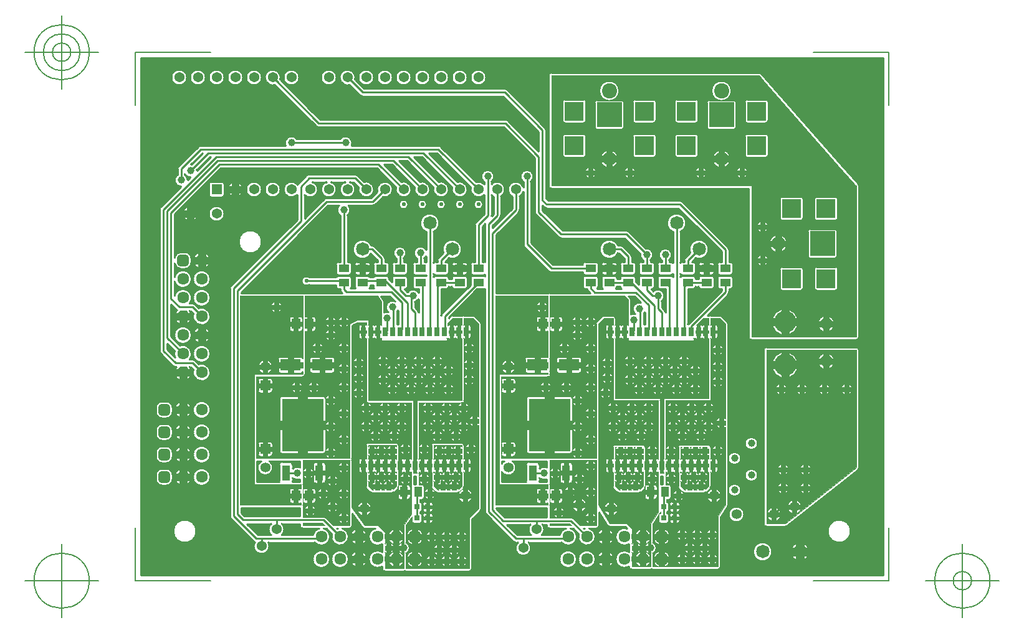
<source format=gbr>
G04 Generated by Ultiboard 13.0 *
%FSLAX25Y25*%
%MOIN*%

%ADD10C,0.00001*%
%ADD11C,0.00005*%
%ADD12C,0.01000*%
%ADD13C,0.00500*%
%ADD14R,0.05400X0.05400*%
%ADD15C,0.05400*%
%ADD16C,0.03937*%
%ADD17R,0.02618X0.05118*%
%ADD18R,0.05512X0.04134*%
%ADD19C,0.07166*%
%ADD20C,0.06334*%
%ADD21R,0.02083X0.02083*%
%ADD22C,0.03917*%
%ADD23R,0.03100X0.03100*%
%ADD24R,0.04134X0.05512*%
%ADD25R,0.04528X0.05709*%
%ADD26R,0.03937X0.08465*%
%ADD27R,0.21850X0.27953*%
%ADD28R,0.11024X0.06299*%
%ADD29C,0.05337*%
%ADD30R,0.05337X0.05337*%
%ADD31C,0.07306*%
%ADD32C,0.08093*%
%ADD33R,0.13211X0.13211*%
%ADD34R,0.10000X0.10000*%
%ADD35C,0.06518*%
%ADD36C,0.02100*%
%ADD37C,0.11811*%


G04 ColorRGB 008080 for the following layer *
%LNCopper Top*%
%LPD*%
G54D10*
G36*
X398493Y278493D02*
X398493Y278493D01*
X398493Y1507D01*
X1507Y1507D01*
X1507Y278493D01*
X398493Y278493D01*
D02*
G37*
%LPC*%
G36*
X221000Y270510D02*
G75*
D01*
G03X219490Y269000I0J-1510*
G01*
X219490Y269000D01*
X219490Y210000D01*
G75*
D01*
G03X221000Y208490I1510J0*
G01*
X221000Y208490D01*
X326490Y208490D01*
X326490Y129000D01*
G75*
D01*
G03X328000Y127490I1510J0*
G01*
X328000Y127490D01*
X384000Y127490D01*
G75*
D01*
G03X385510Y129000I0J1510*
G01*
X385510Y129000D01*
X385510Y210000D01*
G74*
D01*
G03X385131Y211000I1510J0*
G01*
X385131Y211000D01*
X376446Y220855D01*
X376445Y220855D01*
X333135Y269996D01*
G74*
D01*
G03X332000Y270510I1135J996*
G01*
X332000Y270510D01*
X221000Y270510D01*
D02*
G37*
G36*
X376445Y249022D02*
G75*
D01*
G03X376445Y249022I-1445J5978*
G01*
D02*
G37*
G36*
X219000Y152510D02*
X219000Y152510D01*
X191510Y152510D01*
X191510Y183668D01*
X203419Y195577D01*
G75*
D01*
G03X204010Y197000I-1418J1423*
G01*
X204010Y197000D01*
X204010Y204312D01*
G74*
D01*
G03X205990Y206690I2011J3687*
G01*
X205990Y206690D01*
X205990Y178745D01*
G75*
D01*
G03X206579Y177319I2010J-4*
G01*
X206579Y177319D01*
X219579Y164319D01*
G74*
D01*
G03X220432Y163813I1420J1421*
G01*
G75*
D01*
G03X221000Y163730I571J1925*
G01*
X221000Y163730D01*
X237737Y163730D01*
X237737Y163673D01*
G75*
D01*
G03X239244Y162166I1507J0*
G01*
X239244Y162166D01*
X244756Y162166D01*
G75*
D01*
G03X246263Y163673I0J1507*
G01*
X246263Y163673D01*
X246263Y167807D01*
G74*
D01*
G03X244756Y169314I1507J0*
G01*
X244756Y169314D01*
X239244Y169314D01*
G75*
D01*
G03X237737Y167807I0J-1507*
G01*
X237737Y167807D01*
X237737Y167750D01*
X221832Y167750D01*
X210010Y179573D01*
X210010Y212173D01*
G75*
D01*
G03X205990Y212173I-2010J2826*
G01*
X205990Y212173D01*
X205990Y209310D01*
G75*
D01*
G03X199990Y204312I-3989J-1312*
G01*
X199990Y204312D01*
X199990Y197832D01*
X189510Y187352D01*
X189510Y188668D01*
X193419Y192577D01*
G75*
D01*
G03X194010Y194000I-1418J1423*
G01*
X194010Y194000D01*
X194010Y204312D01*
G75*
D01*
G03X189010Y210949I-2009J3688*
G01*
X189010Y210949D01*
X189010Y212173D01*
G75*
D01*
G03X184990Y212173I-2010J2826*
G01*
X184990Y212173D01*
X184990Y210949D01*
G75*
D01*
G03X180813Y212029I-2990J-2948*
G01*
X180813Y212029D01*
X161923Y230919D01*
G74*
D01*
G03X161214Y231378I1422J1419*
G01*
G75*
D01*
G03X160497Y231510I-716J-1877*
G01*
X160497Y231510D01*
X114132Y231510D01*
G75*
D01*
G03X108173Y235010I-3129J1496*
G01*
X108173Y235010D01*
X84827Y235010D01*
G75*
D01*
G03X78868Y231510I-2830J-2004*
G01*
X78868Y231510D01*
X33500Y231510D01*
G75*
D01*
G03X32824Y231393I0J-2010*
G01*
G74*
D01*
G03X32079Y230921I677J1893*
G01*
X32079Y230921D01*
X21579Y220421D01*
G75*
D01*
G03X20990Y218996I1420J-1421*
G01*
X20990Y218996D01*
X20990Y215827D01*
G75*
D01*
G03X22908Y209533I2008J-2827*
G01*
X22908Y209533D01*
X12079Y198704D01*
G75*
D01*
G03X11490Y197278I1420J-1421*
G01*
X11490Y197278D01*
X11490Y121504D01*
G75*
D01*
G03X12079Y120079I2010J-3*
G01*
X12079Y120079D01*
X18579Y113579D01*
G75*
D01*
G03X20003Y112990I1421J1420*
G01*
X20003Y112990D01*
X20417Y112990D01*
G74*
D01*
G03X19636Y111655I3581J2991*
G01*
X19636Y111655D01*
X22345Y111655D01*
X22345Y112990D01*
X25655Y112990D01*
X25655Y111655D01*
X28364Y111655D01*
G74*
D01*
G03X27583Y112990I4363J1657*
G01*
X27583Y112990D01*
X28168Y112990D01*
X29601Y111557D01*
G75*
D01*
G03X32443Y114399I4399J-1557*
G01*
X32443Y114399D01*
X30423Y116419D01*
G74*
D01*
G03X29423Y116965I1423J1418*
G01*
G75*
D01*
G03X28998Y117010I-423J-1965*
G01*
X28998Y117010D01*
X27583Y117010D01*
G75*
D01*
G03X22443Y124399I-3581J2991*
G01*
X22443Y124399D01*
X17510Y129332D01*
X17510Y146648D01*
X20579Y143579D01*
G74*
D01*
G03X20795Y143392I1420J1422*
G01*
G74*
D01*
G03X19636Y141655I3203J3393*
G01*
X19636Y141655D01*
X22345Y141655D01*
X22345Y142990D01*
X25655Y142990D01*
X25655Y141655D01*
X28364Y141655D01*
G74*
D01*
G03X27583Y142990I4363J1657*
G01*
X27583Y142990D01*
X28168Y142990D01*
X29601Y141557D01*
G75*
D01*
G03X32443Y144399I4399J-1557*
G01*
X32443Y144399D01*
X30423Y146419D01*
G74*
D01*
G03X29000Y147010I1423J1418*
G01*
X29000Y147010D01*
X27583Y147010D01*
G75*
D01*
G03X19510Y151272I-3585J2987*
G01*
X19510Y151272D01*
X19510Y158728D01*
G75*
D01*
G03X19510Y161272I4489J1272*
G01*
X19510Y161272D01*
X19510Y168531D01*
G75*
D01*
G03X22959Y165483I3449J427*
G01*
X22959Y165483D01*
X25042Y165483D01*
G75*
D01*
G03X28517Y168959I-1J3476*
G01*
X28517Y168959D01*
X28517Y171042D01*
G74*
D01*
G03X25042Y174517I3475J0*
G01*
X25042Y174517D01*
X22959Y174517D01*
G75*
D01*
G03X19510Y171469I0J-3475*
G01*
X19510Y171469D01*
X19510Y194794D01*
X44206Y219490D01*
X127668Y219490D01*
X137971Y209187D01*
G75*
D01*
G03X140813Y212029I4029J-1187*
G01*
X140813Y212029D01*
X131352Y221490D01*
X135668Y221490D01*
X147971Y209187D01*
G75*
D01*
G03X150813Y212029I4029J-1187*
G01*
X150813Y212029D01*
X139352Y223490D01*
X143668Y223490D01*
X157971Y209187D01*
G75*
D01*
G03X160813Y212029I4029J-1187*
G01*
X160813Y212029D01*
X147352Y225490D01*
X151668Y225490D01*
X167971Y209187D01*
G75*
D01*
G03X170813Y212029I4029J-1187*
G01*
X170813Y212029D01*
X155352Y227490D01*
X159668Y227490D01*
X177971Y209187D01*
G75*
D01*
G03X184990Y205051I4029J-1187*
G01*
X184990Y205051D01*
X184990Y194832D01*
X180579Y190421D01*
G75*
D01*
G03X179990Y188996I1420J-1421*
G01*
X179990Y188996D01*
X179990Y169314D01*
X179244Y169314D01*
G75*
D01*
G03X177737Y167807I0J-1507*
G01*
X177737Y167807D01*
X177737Y163673D01*
G75*
D01*
G03X179244Y162166I1507J0*
G01*
X179244Y162166D01*
X184756Y162166D01*
G74*
D01*
G03X185490Y162357I0J1507*
G01*
X185490Y162357D01*
X185490Y161643D01*
G74*
D01*
G03X184756Y161834I734J1315*
G01*
X184756Y161834D01*
X179244Y161834D01*
G75*
D01*
G03X177737Y160327I0J-1507*
G01*
X177737Y160327D01*
X177737Y156839D01*
X162579Y141681D01*
G74*
D01*
G03X162010Y140538I1421J1420*
G01*
X162010Y140538D01*
X162010Y154686D01*
X164756Y154686D01*
G74*
D01*
G03X166249Y155990I0J1507*
G01*
X166249Y155990D01*
X167751Y155990D01*
G75*
D01*
G03X169244Y154686I1492J202*
G01*
X169244Y154686D01*
X174756Y154686D01*
G75*
D01*
G03X176263Y156193I0J1507*
G01*
X176263Y156193D01*
X176263Y160327D01*
G74*
D01*
G03X174756Y161834I1507J0*
G01*
X174756Y161834D01*
X169244Y161834D01*
G75*
D01*
G03X167737Y160327I0J-1507*
G01*
X167737Y160327D01*
X167737Y160010D01*
X166263Y160010D01*
X166263Y160327D01*
G74*
D01*
G03X164756Y161834I1507J0*
G01*
X164756Y161834D01*
X159244Y161834D01*
G75*
D01*
G03X158010Y161192I0J-1507*
G01*
X158010Y161192D01*
X158010Y162808D01*
G75*
D01*
G03X159244Y162166I1234J864*
G01*
X159244Y162166D01*
X164756Y162166D01*
G75*
D01*
G03X166263Y163673I0J1507*
G01*
X166263Y163673D01*
X166263Y167807D01*
G74*
D01*
G03X164756Y169314I1507J0*
G01*
X164756Y169314D01*
X164156Y169314D01*
X166120Y171278D01*
G75*
D01*
G03X163278Y174120I1880J4722*
G01*
X163278Y174120D01*
X160579Y171421D01*
G75*
D01*
G03X159990Y169996I1420J-1421*
G01*
X159990Y169996D01*
X159990Y169314D01*
X159244Y169314D01*
G75*
D01*
G03X158010Y168672I0J-1507*
G01*
X158010Y168672D01*
X158010Y185331D01*
G75*
D01*
G03X153990Y185331I-2010J4669*
G01*
X153990Y185331D01*
X153990Y175757D01*
G75*
D01*
G03X148990Y171173I-2989J-1759*
G01*
X148990Y171173D01*
X148990Y169314D01*
X148244Y169314D01*
G75*
D01*
G03X146737Y167807I0J-1507*
G01*
X146737Y167807D01*
X146737Y163673D01*
G75*
D01*
G03X148244Y162166I1507J0*
G01*
X148244Y162166D01*
X153756Y162166D01*
G74*
D01*
G03X153990Y162184I2J1507*
G01*
X153990Y162184D01*
X153990Y161816D01*
G74*
D01*
G03X153756Y161834I232J1489*
G01*
X153756Y161834D01*
X148244Y161834D01*
G75*
D01*
G03X146737Y160327I0J-1507*
G01*
X146737Y160327D01*
X146737Y156193D01*
G75*
D01*
G03X148244Y154686I1507J0*
G01*
X148244Y154686D01*
X149990Y154686D01*
X149990Y152757D01*
G75*
D01*
G03X144377Y153270I-2990J-1756*
G01*
X144377Y153270D01*
X143832Y153270D01*
X142416Y154686D01*
X142756Y154686D01*
G75*
D01*
G03X144263Y156193I0J1507*
G01*
X144263Y156193D01*
X144263Y160327D01*
G74*
D01*
G03X142756Y161834I1507J0*
G01*
X142756Y161834D01*
X137244Y161834D01*
G75*
D01*
G03X135737Y160327I0J-1507*
G01*
X135737Y160327D01*
X135737Y158348D01*
X134263Y159822D01*
X134263Y160327D01*
G74*
D01*
G03X132756Y161834I1507J0*
G01*
X132756Y161834D01*
X127244Y161834D01*
G75*
D01*
G03X125900Y161010I-1J-1507*
G01*
X125900Y161010D01*
X124100Y161010D01*
G74*
D01*
G03X122756Y161834I1343J683*
G01*
X122756Y161834D01*
X117244Y161834D01*
G75*
D01*
G03X115737Y160327I0J-1507*
G01*
X115737Y160327D01*
X115737Y156193D01*
G75*
D01*
G03X116310Y155010I1507J0*
G01*
X116310Y155010D01*
X113690Y155010D01*
G75*
D01*
G03X114263Y156193I-934J1183*
G01*
X114263Y156193D01*
X114263Y160327D01*
G74*
D01*
G03X112756Y161834I1507J0*
G01*
X112756Y161834D01*
X107244Y161834D01*
G75*
D01*
G03X105900Y161010I-1J-1507*
G01*
X105900Y161010D01*
X91570Y161010D01*
G75*
D01*
G03X91570Y156990I-1569J-2010*
G01*
X91570Y156990D01*
X105737Y156990D01*
X105737Y156193D01*
G75*
D01*
G03X107244Y154686I1507J0*
G01*
X107244Y154686D01*
X107990Y154686D01*
X107990Y154634D01*
G75*
D01*
G03X108579Y153209I2010J-3*
G01*
X108579Y153209D01*
X109278Y152510D01*
X55010Y152510D01*
X55010Y152872D01*
X89605Y187469D01*
X89605Y187469D01*
X92981Y190846D01*
X92981Y190846D01*
X101594Y199459D01*
X107554Y199459D01*
G75*
D01*
G03X107990Y194173I2445J-2459*
G01*
X107990Y194173D01*
X107990Y169314D01*
X107244Y169314D01*
G75*
D01*
G03X105737Y167807I0J-1507*
G01*
X105737Y167807D01*
X105737Y163673D01*
G75*
D01*
G03X107244Y162166I1507J0*
G01*
X107244Y162166D01*
X112756Y162166D01*
G75*
D01*
G03X114263Y163673I0J1507*
G01*
X114263Y163673D01*
X114263Y167807D01*
G74*
D01*
G03X112756Y169314I1507J0*
G01*
X112756Y169314D01*
X112010Y169314D01*
X112010Y194173D01*
G75*
D01*
G03X112446Y199459I-2009J2827*
G01*
X112446Y199459D01*
X125469Y199459D01*
G74*
D01*
G03X126892Y200050I1J2010*
G01*
X126892Y200050D01*
X130813Y203971D01*
G75*
D01*
G03X127971Y206813I1187J4029*
G01*
X127971Y206813D01*
X124636Y203478D01*
X100761Y203478D01*
G75*
D01*
G03X99998Y203328I-1J-2009*
G01*
G74*
D01*
G03X99340Y202890I762J1859*
G01*
X99340Y202890D01*
X92981Y196530D01*
X92981Y196530D01*
X89010Y192559D01*
X89010Y205051D01*
G75*
D01*
G03X93310Y211990I2988J2950*
G01*
X93310Y211990D01*
X100690Y211990D01*
G75*
D01*
G03X103310Y211990I1310J-3989*
G01*
X103310Y211990D01*
X110690Y211990D01*
G75*
D01*
G03X113310Y211990I1310J-3989*
G01*
X113310Y211990D01*
X115168Y211990D01*
X117971Y209187D01*
G75*
D01*
G03X120813Y212029I4029J-1187*
G01*
X120813Y212029D01*
X117423Y215419D01*
G74*
D01*
G03X116000Y216010I1423J1418*
G01*
X116000Y216010D01*
X91378Y216010D01*
G75*
D01*
G03X89954Y215421I-2J-2010*
G01*
X89954Y215421D01*
X85579Y211046D01*
G74*
D01*
G03X85266Y210641I1420J1421*
G01*
G75*
D01*
G03X84990Y205051I-3266J-2641*
G01*
X84990Y205051D01*
X84990Y191832D01*
X49579Y156421D01*
G75*
D01*
G03X48990Y154997I1420J-1421*
G01*
X48990Y154997D01*
X48990Y33177D01*
G75*
D01*
G03X49579Y31751I2010J-4*
G01*
X49579Y31751D01*
X61751Y19579D01*
G74*
D01*
G03X62391Y19148I1421J1420*
G01*
G75*
D01*
G03X69698Y18990I3609J-2147*
G01*
X69698Y18990D01*
X94433Y18990D01*
G75*
D01*
G03X99272Y26490I3567J3010*
G01*
X99272Y26490D01*
X100668Y26490D01*
X103601Y23557D01*
G75*
D01*
G03X109272Y26490I4399J-1556*
G01*
X109272Y26490D01*
X113000Y26490D01*
G75*
D01*
G03X114510Y28000I0J1510*
G01*
X114510Y28000D01*
X114510Y34639D01*
X119763Y27134D01*
G74*
D01*
G03X120503Y26574I1237J866*
G01*
G75*
D01*
G03X121000Y26490I497J1426*
G01*
X121000Y26490D01*
X126728Y26490D01*
G75*
D01*
G03X130490Y18053I1277J-4488*
G01*
X130490Y18053D01*
X130490Y13947D01*
G75*
D01*
G03X130490Y6053I-2489J-3947*
G01*
X130490Y6053D01*
X130490Y5000D01*
G75*
D01*
G03X132000Y3490I1510J0*
G01*
X132000Y3490D01*
X142000Y3490D01*
G74*
D01*
G03X142500Y3575I1J1510*
G01*
G75*
D01*
G03X143000Y3490I499J1425*
G01*
X143000Y3490D01*
X177000Y3490D01*
G75*
D01*
G03X178510Y5000I0J1510*
G01*
X178510Y5000D01*
X178510Y31375D01*
X183066Y35930D01*
G75*
D01*
G03X183510Y37000I-1066J1069*
G01*
X183510Y37000D01*
X183510Y136000D01*
G74*
D01*
G03X183066Y137070I1510J1*
G01*
X183066Y137070D01*
X180070Y140066D01*
G74*
D01*
G03X179000Y140510I1069J1066*
G01*
X179000Y140510D01*
X174000Y140510D01*
G75*
D01*
G03X173500Y140425I-1J-1510*
G01*
G74*
D01*
G03X173000Y140510I499J1425*
G01*
X173000Y140510D01*
X168002Y140510D01*
G75*
D01*
G03X166932Y140068I-3J-1510*
G01*
X166932Y140068D01*
X166010Y139145D01*
X166010Y139427D01*
X181268Y154686D01*
X184756Y154686D01*
G74*
D01*
G03X185490Y154877I0J1507*
G01*
X185490Y154877D01*
X185490Y151020D01*
G74*
D01*
G03X185490Y151000I1510J10*
G01*
X185490Y151000D01*
X185490Y39000D01*
G75*
D01*
G03X185490Y38980I1510J-10*
G01*
X185490Y38980D01*
X185490Y35503D01*
G75*
D01*
G03X186079Y34079I2010J-2*
G01*
X186079Y34079D01*
X187469Y32689D01*
X187469Y32689D01*
X200579Y19579D01*
G75*
D01*
G03X202002Y18990I1421J1420*
G01*
X202002Y18990D01*
X203051Y18990D01*
G75*
D01*
G03X208949Y18990I2949J-2989*
G01*
X208949Y18990D01*
X226433Y18990D01*
G75*
D01*
G03X231272Y26490I3567J3010*
G01*
X231272Y26490D01*
X232668Y26490D01*
X235601Y23557D01*
G75*
D01*
G03X241272Y26490I4399J-1556*
G01*
X241272Y26490D01*
X245000Y26490D01*
G75*
D01*
G03X246510Y28000I0J1510*
G01*
X246510Y28000D01*
X246510Y35216D01*
X250705Y28223D01*
G74*
D01*
G03X251349Y27638I1294J778*
G01*
G75*
D01*
G03X252000Y27490I652J1361*
G01*
X252000Y27490D01*
X260375Y27490D01*
X261419Y26446D01*
G75*
D01*
G03X262490Y18053I-1417J-4446*
G01*
X262490Y18053D01*
X262490Y13947D01*
G75*
D01*
G03X262490Y6053I-2489J-3947*
G01*
X262490Y6053D01*
X262490Y6000D01*
G75*
D01*
G03X264000Y4490I1510J0*
G01*
X264000Y4490D01*
X274000Y4490D01*
G74*
D01*
G03X274500Y4575I1J1510*
G01*
G75*
D01*
G03X275000Y4490I499J1425*
G01*
X275000Y4490D01*
X310000Y4490D01*
G75*
D01*
G03X311510Y6000I0J1510*
G01*
X311510Y6000D01*
X311510Y32543D01*
X315254Y38160D01*
G75*
D01*
G03X315510Y39000I-1253J841*
G01*
X315510Y39000D01*
X315510Y136000D01*
G74*
D01*
G03X315066Y137070I1510J1*
G01*
X315066Y137070D01*
X312070Y140066D01*
G74*
D01*
G03X311000Y140510I1069J1066*
G01*
X311000Y140510D01*
X306000Y140510D01*
G75*
D01*
G03X305500Y140425I-1J-1510*
G01*
G74*
D01*
G03X305000Y140510I499J1425*
G01*
X305000Y140510D01*
X304352Y140510D01*
X315419Y151577D01*
G75*
D01*
G03X316010Y153000I-1418J1423*
G01*
X316010Y153000D01*
X316010Y154686D01*
X316756Y154686D01*
G75*
D01*
G03X318263Y156193I0J1507*
G01*
X318263Y156193D01*
X318263Y160327D01*
G74*
D01*
G03X316756Y161834I1507J0*
G01*
X316756Y161834D01*
X311244Y161834D01*
G75*
D01*
G03X309737Y160327I0J-1507*
G01*
X309737Y160327D01*
X309737Y156193D01*
G75*
D01*
G03X311244Y154686I1507J0*
G01*
X311244Y154686D01*
X311990Y154686D01*
X311990Y153832D01*
X294327Y136169D01*
G74*
D01*
G03X294065Y135846I1421J1420*
G01*
G74*
D01*
G03X294010Y135831I369J1461*
G01*
X294010Y135831D01*
X294010Y154686D01*
X296756Y154686D01*
G74*
D01*
G03X298249Y155990I0J1507*
G01*
X298249Y155990D01*
X299751Y155990D01*
G75*
D01*
G03X301244Y154686I1492J202*
G01*
X301244Y154686D01*
X306756Y154686D01*
G75*
D01*
G03X308263Y156193I0J1507*
G01*
X308263Y156193D01*
X308263Y160327D01*
G74*
D01*
G03X306756Y161834I1507J0*
G01*
X306756Y161834D01*
X301244Y161834D01*
G75*
D01*
G03X299737Y160327I0J-1507*
G01*
X299737Y160327D01*
X299737Y160010D01*
X298263Y160010D01*
X298263Y160327D01*
G74*
D01*
G03X296756Y161834I1507J0*
G01*
X296756Y161834D01*
X291244Y161834D01*
G75*
D01*
G03X290010Y161192I0J-1507*
G01*
X290010Y161192D01*
X290010Y162808D01*
G75*
D01*
G03X291244Y162166I1234J864*
G01*
X291244Y162166D01*
X296756Y162166D01*
G75*
D01*
G03X298263Y163673I0J1507*
G01*
X298263Y163673D01*
X298263Y167807D01*
G74*
D01*
G03X296756Y169314I1507J0*
G01*
X296756Y169314D01*
X296156Y169314D01*
X298120Y171278D01*
G75*
D01*
G03X295278Y174120I1880J4722*
G01*
X295278Y174120D01*
X292579Y171421D01*
G75*
D01*
G03X291990Y169996I1420J-1421*
G01*
X291990Y169996D01*
X291990Y169314D01*
X291244Y169314D01*
G75*
D01*
G03X290010Y168672I0J-1507*
G01*
X290010Y168672D01*
X290010Y185331D01*
G75*
D01*
G03X285990Y185331I-2010J4669*
G01*
X285990Y185331D01*
X285990Y168672D01*
G74*
D01*
G03X284756Y169314I1234J864*
G01*
X284756Y169314D01*
X284010Y169314D01*
X284010Y170173D01*
G75*
D01*
G03X279990Y170173I-2010J2826*
G01*
X279990Y170173D01*
X279990Y169314D01*
X279244Y169314D01*
G75*
D01*
G03X277737Y167807I0J-1507*
G01*
X277737Y167807D01*
X277737Y163673D01*
G75*
D01*
G03X279244Y162166I1507J0*
G01*
X279244Y162166D01*
X284756Y162166D01*
G74*
D01*
G03X285990Y162808I0J1507*
G01*
X285990Y162808D01*
X285990Y161192D01*
G74*
D01*
G03X284756Y161834I1234J864*
G01*
X284756Y161834D01*
X279244Y161834D01*
G75*
D01*
G03X277737Y160327I0J-1507*
G01*
X277737Y160327D01*
X277737Y156193D01*
G75*
D01*
G03X279244Y154686I1507J0*
G01*
X279244Y154686D01*
X281990Y154686D01*
X281990Y142278D01*
G74*
D01*
G03X281419Y143423I1990J277*
G01*
X281419Y143423D01*
X280010Y144832D01*
X280010Y148173D01*
G75*
D01*
G03X275599Y153503I-2016J2822*
G01*
X275599Y153503D01*
X274416Y154686D01*
X274756Y154686D01*
G75*
D01*
G03X276263Y156193I0J1507*
G01*
X276263Y156193D01*
X276263Y160327D01*
G74*
D01*
G03X274756Y161834I1507J0*
G01*
X274756Y161834D01*
X269244Y161834D01*
G75*
D01*
G03X267737Y160327I0J-1507*
G01*
X267737Y160327D01*
X267737Y157072D01*
X266263Y158546D01*
X266263Y160327D01*
G74*
D01*
G03X264756Y161834I1507J0*
G01*
X264756Y161834D01*
X259244Y161834D01*
G75*
D01*
G03X257737Y160327I0J-1507*
G01*
X257737Y160327D01*
X257737Y160204D01*
X256263Y160204D01*
X256263Y160327D01*
G74*
D01*
G03X254756Y161834I1507J0*
G01*
X254756Y161834D01*
X249244Y161834D01*
G75*
D01*
G03X247737Y160327I0J-1507*
G01*
X247737Y160327D01*
X247737Y156193D01*
G75*
D01*
G03X248477Y154896I1507J0*
G01*
X248477Y154896D01*
X245523Y154896D01*
G75*
D01*
G03X246263Y156193I-766J1297*
G01*
X246263Y156193D01*
X246263Y160327D01*
G74*
D01*
G03X244756Y161834I1507J0*
G01*
X244756Y161834D01*
X239244Y161834D01*
G75*
D01*
G03X237737Y160327I0J-1507*
G01*
X237737Y160327D01*
X237737Y156193D01*
G75*
D01*
G03X239244Y154686I1507J0*
G01*
X239244Y154686D01*
X240052Y154686D01*
G74*
D01*
G03X240579Y153758I1948J492*
G01*
X240579Y153758D01*
X241827Y152510D01*
X220000Y152510D01*
G75*
D01*
G03X219500Y152425I-1J-1510*
G01*
G74*
D01*
G03X219000Y152510I499J1425*
G01*
D02*
G37*
G36*
X260997Y186010D02*
X260997Y186010D01*
X227004Y186010D01*
X216210Y196804D01*
X216210Y199441D01*
X217072Y198579D01*
G75*
D01*
G03X218496Y197990I1421J1420*
G01*
X218496Y197990D01*
X288908Y197990D01*
X299429Y187469D01*
X299429Y187469D01*
X311990Y174908D01*
X311990Y169314D01*
X311244Y169314D01*
G75*
D01*
G03X309737Y167807I0J-1507*
G01*
X309737Y167807D01*
X309737Y163673D01*
G75*
D01*
G03X311244Y162166I1507J0*
G01*
X311244Y162166D01*
X316756Y162166D01*
G75*
D01*
G03X318263Y163673I0J1507*
G01*
X318263Y163673D01*
X318263Y167807D01*
G74*
D01*
G03X316756Y169314I1507J0*
G01*
X316756Y169314D01*
X316010Y169314D01*
X316010Y175740D01*
G74*
D01*
G03X315419Y177164I2010J0*
G01*
X315419Y177164D01*
X305113Y187469D01*
X291164Y201419D01*
G74*
D01*
G03X289740Y202010I1424J1419*
G01*
X289740Y202010D01*
X219325Y202010D01*
X218210Y203125D01*
X218210Y239800D01*
G74*
D01*
G03X217619Y241223I2010J1*
G01*
X217619Y241223D01*
X197423Y261419D01*
G74*
D01*
G03X196000Y262010I1423J1418*
G01*
X196000Y262010D01*
X120832Y262010D01*
X116029Y266813D01*
G75*
D01*
G03X113187Y263971I-4029J1187*
G01*
X113187Y263971D01*
X118579Y258579D01*
G75*
D01*
G03X120000Y257990I1421J1420*
G01*
X120000Y257990D01*
X195168Y257990D01*
X214190Y238968D01*
X214190Y228486D01*
X197789Y244887D01*
G74*
D01*
G03X197132Y245326I1422J1417*
G01*
G75*
D01*
G03X196362Y245478I-766J-1856*
G01*
X196362Y245478D01*
X97364Y245478D01*
X92981Y249861D01*
X76029Y266813D01*
G75*
D01*
G03X73187Y263971I-4029J1187*
G01*
X73187Y263971D01*
X95110Y242047D01*
G74*
D01*
G03X96137Y241498I1420J1422*
G01*
G75*
D01*
G03X96531Y241459I394J1970*
G01*
X96531Y241459D01*
X195533Y241459D01*
X212190Y224802D01*
X212190Y195977D01*
G75*
D01*
G03X212779Y194551I2010J-4*
G01*
X212779Y194551D01*
X224751Y182579D01*
G74*
D01*
G03X225971Y182000I1421J1420*
G01*
G75*
D01*
G03X226172Y181990I200J2000*
G01*
X226172Y181990D01*
X260168Y181990D01*
X268580Y173578D01*
G75*
D01*
G03X269990Y170173I3419J-578*
G01*
X269990Y170173D01*
X269990Y169314D01*
X269244Y169314D01*
G75*
D01*
G03X267737Y167807I0J-1507*
G01*
X267737Y167807D01*
X267737Y163673D01*
G75*
D01*
G03X269244Y162166I1507J0*
G01*
X269244Y162166D01*
X274756Y162166D01*
G75*
D01*
G03X276263Y163673I0J1507*
G01*
X276263Y163673D01*
X276263Y167807D01*
G74*
D01*
G03X274756Y169314I1507J0*
G01*
X274756Y169314D01*
X274010Y169314D01*
X274010Y170173D01*
G75*
D01*
G03X271422Y176420I-2007J2828*
G01*
X271422Y176420D01*
X262423Y185419D01*
G74*
D01*
G03X261606Y185916I1423J1419*
G01*
G75*
D01*
G03X260997Y186010I-607J-1915*
G01*
D02*
G37*
G36*
X384000Y123510D02*
X384000Y123510D01*
X336000Y123510D01*
G75*
D01*
G03X334490Y122000I0J-1510*
G01*
X334490Y122000D01*
X334490Y29000D01*
G75*
D01*
G03X336000Y27490I1510J0*
G01*
X336000Y27490D01*
X345999Y27490D01*
G75*
D01*
G03X346031Y27491I-31J1510*
G01*
G74*
D01*
G03X346938Y27817I30J1509*
G01*
X346938Y27817D01*
X376445Y51112D01*
X376446Y51112D01*
X384933Y57813D01*
G75*
D01*
G03X385510Y59000I-932J1187*
G01*
X385510Y59000D01*
X385510Y122000D01*
G74*
D01*
G03X384000Y123510I1510J0*
G01*
D02*
G37*
G36*
X376446Y30978D02*
G75*
D01*
G03X376446Y30978I-1446J-5978*
G01*
D02*
G37*
G36*
X92981Y272084D02*
G75*
D01*
G03X92981Y272084I-981J-4084*
G01*
D02*
G37*
G36*
X28364Y91655D02*
G74*
D01*
G03X25655Y94364I4364J1655*
G01*
X25655Y94364D01*
X25655Y91655D01*
X28364Y91655D01*
D02*
G37*
G36*
X19636Y91655D02*
X19636Y91655D01*
X22345Y91655D01*
X22345Y94364D01*
G74*
D01*
G03X19636Y91655I1655J4364*
G01*
D02*
G37*
G36*
X9483Y91042D02*
X9483Y91042D01*
X9483Y88959D01*
G75*
D01*
G03X12959Y85483I3476J0*
G01*
X12959Y85483D01*
X15042Y85483D01*
G75*
D01*
G03X18517Y88959I-1J3476*
G01*
X18517Y88959D01*
X18517Y91042D01*
G74*
D01*
G03X15042Y94517I3475J0*
G01*
X15042Y94517D01*
X12959Y94517D01*
G75*
D01*
G03X9483Y91042I-1J-3475*
G01*
D02*
G37*
G36*
X30409Y92981D02*
G75*
D01*
G03X30409Y92981I3591J-2981*
G01*
D02*
G37*
G36*
X167737Y167807D02*
X167737Y167807D01*
X167737Y167008D01*
X170733Y167008D01*
X170733Y169314D01*
X169244Y169314D01*
G75*
D01*
G03X167737Y167807I0J-1507*
G01*
D02*
G37*
G36*
X176263Y167807D02*
G74*
D01*
G03X174756Y169314I1507J0*
G01*
X174756Y169314D01*
X173267Y169314D01*
X173267Y167008D01*
X176263Y167008D01*
X176263Y167807D01*
D02*
G37*
G36*
X174756Y162166D02*
G75*
D01*
G03X176263Y163673I0J1507*
G01*
X176263Y163673D01*
X176263Y164473D01*
X173267Y164473D01*
X173267Y162166D01*
X174756Y162166D01*
D02*
G37*
G36*
X167737Y163673D02*
G75*
D01*
G03X169244Y162166I1507J0*
G01*
X169244Y162166D01*
X170733Y162166D01*
X170733Y164473D01*
X167737Y164473D01*
X167737Y163673D01*
D02*
G37*
G36*
X124263Y167807D02*
G74*
D01*
G03X122756Y169314I1507J0*
G01*
X122756Y169314D01*
X121267Y169314D01*
X121267Y167008D01*
X124263Y167008D01*
X124263Y167807D01*
D02*
G37*
G36*
X124669Y178010D02*
G75*
D01*
G03X124507Y173650I-4669J-2010*
G01*
X124507Y173650D01*
X127990Y170168D01*
X127990Y169314D01*
X127244Y169314D01*
G75*
D01*
G03X125737Y167807I0J-1507*
G01*
X125737Y167807D01*
X125737Y163673D01*
G75*
D01*
G03X127244Y162166I1507J0*
G01*
X127244Y162166D01*
X132756Y162166D01*
G75*
D01*
G03X134263Y163673I0J1507*
G01*
X134263Y163673D01*
X134263Y167807D01*
G74*
D01*
G03X132756Y169314I1507J0*
G01*
X132756Y169314D01*
X132010Y169314D01*
X132010Y171000D01*
G74*
D01*
G03X131419Y172423I2010J1*
G01*
X131419Y172423D01*
X126423Y177419D01*
G74*
D01*
G03X125423Y177965I1423J1418*
G01*
G75*
D01*
G03X124998Y178010I-423J-1965*
G01*
X124998Y178010D01*
X124669Y178010D01*
D02*
G37*
G36*
X142010Y171173D02*
G75*
D01*
G03X137990Y171173I-2010J2826*
G01*
X137990Y171173D01*
X137990Y169314D01*
X137244Y169314D01*
G75*
D01*
G03X135737Y167807I0J-1507*
G01*
X135737Y167807D01*
X135737Y163673D01*
G75*
D01*
G03X137244Y162166I1507J0*
G01*
X137244Y162166D01*
X142756Y162166D01*
G75*
D01*
G03X144263Y163673I0J1507*
G01*
X144263Y163673D01*
X144263Y167807D01*
G74*
D01*
G03X142756Y169314I1507J0*
G01*
X142756Y169314D01*
X142010Y169314D01*
X142010Y171173D01*
D02*
G37*
G36*
X115737Y167807D02*
X115737Y167807D01*
X115737Y167008D01*
X118733Y167008D01*
X118733Y169314D01*
X117244Y169314D01*
G75*
D01*
G03X115737Y167807I0J-1507*
G01*
D02*
G37*
G36*
X122756Y162166D02*
G75*
D01*
G03X124263Y163673I0J1507*
G01*
X124263Y163673D01*
X124263Y164473D01*
X121267Y164473D01*
X121267Y162166D01*
X122756Y162166D01*
D02*
G37*
G36*
X115737Y163673D02*
G75*
D01*
G03X117244Y162166I1507J0*
G01*
X117244Y162166D01*
X118733Y162166D01*
X118733Y164473D01*
X115737Y164473D01*
X115737Y163673D01*
D02*
G37*
G36*
X67800Y208000D02*
G75*
D01*
G03X67800Y208000I4200J0*
G01*
D02*
G37*
G36*
X57800Y208000D02*
G75*
D01*
G03X57800Y208000I4200J0*
G01*
D02*
G37*
G36*
X48073Y209489D02*
X48073Y209489D01*
X50511Y209489D01*
X50511Y211927D01*
G74*
D01*
G03X48073Y209489I1488J3926*
G01*
D02*
G37*
G36*
X55927Y206511D02*
X55927Y206511D01*
X53489Y206511D01*
X53489Y204073D01*
G74*
D01*
G03X55927Y206511I1488J3926*
G01*
D02*
G37*
G36*
X53489Y211927D02*
X53489Y211927D01*
X53489Y209489D01*
X55927Y209489D01*
G74*
D01*
G03X53489Y211927I3926J1488*
G01*
D02*
G37*
G36*
X50000Y208000D02*
G75*
D01*
G03X50000Y208000I2000J0*
G01*
D02*
G37*
G36*
X50511Y204073D02*
X50511Y204073D01*
X50511Y206511D01*
X48073Y206511D01*
G74*
D01*
G03X50511Y204073I3926J1488*
G01*
D02*
G37*
G36*
X26000Y195000D02*
G75*
D01*
G03X26000Y195000I2000J0*
G01*
D02*
G37*
G36*
X29489Y198927D02*
X29489Y198927D01*
X29489Y196489D01*
X31927Y196489D01*
G74*
D01*
G03X29489Y198927I3926J1488*
G01*
D02*
G37*
G36*
X24073Y196489D02*
X24073Y196489D01*
X26511Y196489D01*
X26511Y198927D01*
G74*
D01*
G03X24073Y196489I1488J3926*
G01*
D02*
G37*
G36*
X37800Y195000D02*
G75*
D01*
G03X37800Y195000I4200J0*
G01*
D02*
G37*
G36*
X39300Y203793D02*
X39300Y203793D01*
X44700Y203793D01*
G75*
D01*
G03X46207Y205300I0J1507*
G01*
X46207Y205300D01*
X46207Y210700D01*
G74*
D01*
G03X44700Y212207I1507J0*
G01*
X44700Y212207D01*
X39300Y212207D01*
G75*
D01*
G03X37793Y210700I0J-1507*
G01*
X37793Y210700D01*
X37793Y205300D01*
G75*
D01*
G03X39300Y203793I1507J0*
G01*
D02*
G37*
G36*
X26511Y191073D02*
X26511Y191073D01*
X26511Y193511D01*
X24073Y193511D01*
G74*
D01*
G03X26511Y191073I3926J1488*
G01*
D02*
G37*
G36*
X31927Y193511D02*
X31927Y193511D01*
X29489Y193511D01*
X29489Y191073D01*
G74*
D01*
G03X31927Y193511I1488J3926*
G01*
D02*
G37*
G36*
X177800Y268000D02*
G75*
D01*
G03X177800Y268000I4200J0*
G01*
D02*
G37*
G36*
X167800Y268000D02*
G75*
D01*
G03X167800Y268000I4200J0*
G01*
D02*
G37*
G36*
X157800Y268000D02*
G75*
D01*
G03X157800Y268000I4200J0*
G01*
D02*
G37*
G36*
X147800Y268000D02*
G75*
D01*
G03X147800Y268000I4200J0*
G01*
D02*
G37*
G36*
X137800Y268000D02*
G75*
D01*
G03X137800Y268000I4200J0*
G01*
D02*
G37*
G36*
X127800Y268000D02*
G75*
D01*
G03X127800Y268000I4200J0*
G01*
D02*
G37*
G36*
X117800Y268000D02*
G75*
D01*
G03X117800Y268000I4200J0*
G01*
D02*
G37*
G36*
X97800Y268000D02*
G75*
D01*
G03X97800Y268000I4200J0*
G01*
D02*
G37*
G36*
X248345Y5636D02*
X248345Y5636D01*
X248345Y8345D01*
X245636Y8345D01*
G74*
D01*
G03X248345Y5636I4364J1655*
G01*
D02*
G37*
G36*
X248250Y10000D02*
G75*
D01*
G03X248250Y10000I1750J0*
G01*
D02*
G37*
G36*
X251655Y14364D02*
X251655Y14364D01*
X251655Y11655D01*
X254364Y11655D01*
G74*
D01*
G03X251655Y14364I4364J1655*
G01*
D02*
G37*
G36*
X254364Y8345D02*
X254364Y8345D01*
X251655Y8345D01*
X251655Y5636D01*
G74*
D01*
G03X254364Y8345I1655J4364*
G01*
D02*
G37*
G36*
X245636Y11655D02*
X245636Y11655D01*
X248345Y11655D01*
X248345Y14364D01*
G74*
D01*
G03X245636Y11655I1655J4364*
G01*
D02*
G37*
G36*
X235333Y10000D02*
G75*
D01*
G03X235333Y10000I4667J0*
G01*
D02*
G37*
G36*
X248250Y22000D02*
G75*
D01*
G03X248250Y22000I1750J0*
G01*
D02*
G37*
G36*
X254364Y20345D02*
X254364Y20345D01*
X251655Y20345D01*
X251655Y17636D01*
G74*
D01*
G03X254364Y20345I1655J4364*
G01*
D02*
G37*
G36*
X248345Y17636D02*
X248345Y17636D01*
X248345Y20345D01*
X245636Y20345D01*
G74*
D01*
G03X248345Y17636I4364J1655*
G01*
D02*
G37*
G36*
X251655Y26364D02*
X251655Y26364D01*
X251655Y23655D01*
X254364Y23655D01*
G74*
D01*
G03X251655Y26364I4364J1655*
G01*
D02*
G37*
G36*
X245636Y23655D02*
X245636Y23655D01*
X248345Y23655D01*
X248345Y26364D01*
G74*
D01*
G03X245636Y23655I1655J4364*
G01*
D02*
G37*
G36*
X225333Y10000D02*
G75*
D01*
G03X225333Y10000I4667J0*
G01*
D02*
G37*
G36*
X179450Y200000D02*
G75*
D01*
G03X179450Y200000I2550J0*
G01*
D02*
G37*
G36*
X169450Y200000D02*
G75*
D01*
G03X169450Y200000I2550J0*
G01*
D02*
G37*
G36*
X159450Y200000D02*
G75*
D01*
G03X159450Y200000I2550J0*
G01*
D02*
G37*
G36*
X149450Y200000D02*
G75*
D01*
G03X149450Y200000I2550J0*
G01*
D02*
G37*
G36*
X139450Y200000D02*
G75*
D01*
G03X139450Y200000I2550J0*
G01*
D02*
G37*
G36*
X256669Y173990D02*
X256669Y173990D01*
X257168Y173990D01*
X259990Y171168D01*
X259990Y169314D01*
X259244Y169314D01*
G75*
D01*
G03X257737Y167807I0J-1507*
G01*
X257737Y167807D01*
X257737Y163673D01*
G75*
D01*
G03X259244Y162166I1507J0*
G01*
X259244Y162166D01*
X264756Y162166D01*
G75*
D01*
G03X266263Y163673I0J1507*
G01*
X266263Y163673D01*
X266263Y167807D01*
G74*
D01*
G03X264756Y169314I1507J0*
G01*
X264756Y169314D01*
X264010Y169314D01*
X264010Y172000D01*
G74*
D01*
G03X263419Y173423I2010J1*
G01*
X263419Y173423D01*
X259423Y177419D01*
G74*
D01*
G03X258515Y177943I1423J1418*
G01*
G75*
D01*
G03X257998Y178010I-515J-1943*
G01*
X257998Y178010D01*
X256669Y178010D01*
G75*
D01*
G03X256669Y173990I-4669J-2010*
G01*
D02*
G37*
G36*
X256263Y167807D02*
G74*
D01*
G03X254756Y169314I1507J0*
G01*
X254756Y169314D01*
X253267Y169314D01*
X253267Y167008D01*
X256263Y167008D01*
X256263Y167807D01*
D02*
G37*
G36*
X247737Y167807D02*
X247737Y167807D01*
X247737Y167008D01*
X250733Y167008D01*
X250733Y169314D01*
X249244Y169314D01*
G75*
D01*
G03X247737Y167807I0J-1507*
G01*
D02*
G37*
G36*
X254756Y162166D02*
G75*
D01*
G03X256263Y163673I0J1507*
G01*
X256263Y163673D01*
X256263Y164473D01*
X253267Y164473D01*
X253267Y162166D01*
X254756Y162166D01*
D02*
G37*
G36*
X247737Y163673D02*
G75*
D01*
G03X249244Y162166I1507J0*
G01*
X249244Y162166D01*
X250733Y162166D01*
X250733Y164473D01*
X247737Y164473D01*
X247737Y163673D01*
D02*
G37*
G36*
X38364Y168345D02*
X38364Y168345D01*
X35655Y168345D01*
X35655Y165636D01*
G74*
D01*
G03X38364Y168345I1655J4364*
G01*
D02*
G37*
G36*
X29636Y171655D02*
X29636Y171655D01*
X32345Y171655D01*
X32345Y174364D01*
G74*
D01*
G03X29636Y171655I1655J4364*
G01*
D02*
G37*
G36*
X32345Y165636D02*
X32345Y165636D01*
X32345Y168345D01*
X29636Y168345D01*
G74*
D01*
G03X32345Y165636I4364J1655*
G01*
D02*
G37*
G36*
X35655Y174364D02*
X35655Y174364D01*
X35655Y171655D01*
X38364Y171655D01*
G74*
D01*
G03X35655Y174364I4364J1655*
G01*
D02*
G37*
G36*
X32031Y170000D02*
G75*
D01*
G03X32031Y170000I1969J0*
G01*
D02*
G37*
G36*
X22031Y110000D02*
G75*
D01*
G03X22031Y110000I1969J0*
G01*
D02*
G37*
G36*
X28364Y108345D02*
X28364Y108345D01*
X25655Y108345D01*
X25655Y105636D01*
G74*
D01*
G03X28364Y108345I1655J4364*
G01*
D02*
G37*
G36*
X29333Y120000D02*
G75*
D01*
G03X29333Y120000I4667J0*
G01*
D02*
G37*
G36*
X28364Y138345D02*
X28364Y138345D01*
X25655Y138345D01*
X25655Y135636D01*
G74*
D01*
G03X28364Y138345I1655J4364*
G01*
D02*
G37*
G36*
X29333Y150000D02*
G75*
D01*
G03X29333Y150000I4667J0*
G01*
D02*
G37*
G36*
X22031Y140000D02*
G75*
D01*
G03X22031Y140000I1969J0*
G01*
D02*
G37*
G36*
X19333Y130000D02*
G75*
D01*
G03X19333Y130000I4667J0*
G01*
D02*
G37*
G36*
X22345Y135636D02*
X22345Y135636D01*
X22345Y138345D01*
X19636Y138345D01*
G74*
D01*
G03X22345Y135636I4364J1655*
G01*
D02*
G37*
G36*
X22345Y105636D02*
X22345Y105636D01*
X22345Y108345D01*
X19636Y108345D01*
G74*
D01*
G03X22345Y105636I4364J1655*
G01*
D02*
G37*
G36*
X53850Y180000D02*
G75*
D01*
G03X53850Y180000I6150J0*
G01*
D02*
G37*
G36*
X29333Y160000D02*
G75*
D01*
G03X29333Y160000I4667J0*
G01*
D02*
G37*
G36*
X32345Y125636D02*
X32345Y125636D01*
X32345Y128345D01*
X29636Y128345D01*
G74*
D01*
G03X32345Y125636I4364J1655*
G01*
D02*
G37*
G36*
X38364Y128345D02*
X38364Y128345D01*
X35655Y128345D01*
X35655Y125636D01*
G74*
D01*
G03X38364Y128345I1655J4364*
G01*
D02*
G37*
G36*
X29636Y131655D02*
X29636Y131655D01*
X32345Y131655D01*
X32345Y134364D01*
G74*
D01*
G03X29636Y131655I1655J4364*
G01*
D02*
G37*
G36*
X35655Y134364D02*
X35655Y134364D01*
X35655Y131655D01*
X38364Y131655D01*
G74*
D01*
G03X35655Y134364I4364J1655*
G01*
D02*
G37*
G36*
X32031Y130000D02*
G75*
D01*
G03X32031Y130000I1969J0*
G01*
D02*
G37*
G36*
X299737Y167807D02*
X299737Y167807D01*
X299737Y167008D01*
X302733Y167008D01*
X302733Y169314D01*
X301244Y169314D01*
G75*
D01*
G03X299737Y167807I0J-1507*
G01*
D02*
G37*
G36*
X308263Y167807D02*
G74*
D01*
G03X306756Y169314I1507J0*
G01*
X306756Y169314D01*
X305267Y169314D01*
X305267Y167008D01*
X308263Y167008D01*
X308263Y167807D01*
D02*
G37*
G36*
X299737Y163673D02*
G75*
D01*
G03X301244Y162166I1507J0*
G01*
X301244Y162166D01*
X302733Y162166D01*
X302733Y164473D01*
X299737Y164473D01*
X299737Y163673D01*
D02*
G37*
G36*
X306756Y162166D02*
G75*
D01*
G03X308263Y163673I0J1507*
G01*
X308263Y163673D01*
X308263Y164473D01*
X305267Y164473D01*
X305267Y162166D01*
X306756Y162166D01*
D02*
G37*
G36*
X77800Y268000D02*
G75*
D01*
G03X77800Y268000I4200J0*
G01*
D02*
G37*
G36*
X57800Y268000D02*
G75*
D01*
G03X57800Y268000I4200J0*
G01*
D02*
G37*
G36*
X47800Y268000D02*
G75*
D01*
G03X47800Y268000I4200J0*
G01*
D02*
G37*
G36*
X37800Y268000D02*
G75*
D01*
G03X37800Y268000I4200J0*
G01*
D02*
G37*
G36*
X27800Y268000D02*
G75*
D01*
G03X27800Y268000I4200J0*
G01*
D02*
G37*
G36*
X17800Y268000D02*
G75*
D01*
G03X17800Y268000I4200J0*
G01*
D02*
G37*
G36*
X28364Y88345D02*
X28364Y88345D01*
X25655Y88345D01*
X25655Y85636D01*
G74*
D01*
G03X28364Y88345I1655J4364*
G01*
D02*
G37*
G36*
X29333Y78000D02*
G75*
D01*
G03X29333Y78000I4667J0*
G01*
D02*
G37*
G36*
X25655Y82364D02*
X25655Y82364D01*
X25655Y79655D01*
X28364Y79655D01*
G74*
D01*
G03X25655Y82364I4364J1655*
G01*
D02*
G37*
G36*
X19636Y79655D02*
X19636Y79655D01*
X22345Y79655D01*
X22345Y82364D01*
G74*
D01*
G03X19636Y79655I1655J4364*
G01*
D02*
G37*
G36*
X28364Y76345D02*
X28364Y76345D01*
X25655Y76345D01*
X25655Y73636D01*
G74*
D01*
G03X28364Y76345I1655J4364*
G01*
D02*
G37*
G36*
X22345Y73636D02*
X22345Y73636D01*
X22345Y76345D01*
X19636Y76345D01*
G74*
D01*
G03X22345Y73636I4364J1655*
G01*
D02*
G37*
G36*
X22250Y78000D02*
G75*
D01*
G03X22250Y78000I1750J0*
G01*
D02*
G37*
G36*
X9483Y79042D02*
X9483Y79042D01*
X9483Y76959D01*
G75*
D01*
G03X12959Y73483I3476J0*
G01*
X12959Y73483D01*
X15042Y73483D01*
G75*
D01*
G03X18517Y76959I-1J3476*
G01*
X18517Y76959D01*
X18517Y79042D01*
G74*
D01*
G03X15042Y82517I3475J0*
G01*
X15042Y82517D01*
X12959Y82517D01*
G75*
D01*
G03X9483Y79042I-1J-3475*
G01*
D02*
G37*
G36*
X29333Y66000D02*
G75*
D01*
G03X29333Y66000I4667J0*
G01*
D02*
G37*
G36*
X25655Y70364D02*
X25655Y70364D01*
X25655Y67655D01*
X28364Y67655D01*
G74*
D01*
G03X25655Y70364I4364J1655*
G01*
D02*
G37*
G36*
X28364Y64345D02*
X28364Y64345D01*
X25655Y64345D01*
X25655Y61636D01*
G74*
D01*
G03X28364Y64345I1655J4364*
G01*
D02*
G37*
G36*
X19636Y67655D02*
X19636Y67655D01*
X22345Y67655D01*
X22345Y70364D01*
G74*
D01*
G03X19636Y67655I1655J4364*
G01*
D02*
G37*
G36*
X22250Y66000D02*
G75*
D01*
G03X22250Y66000I1750J0*
G01*
D02*
G37*
G36*
X22345Y61636D02*
X22345Y61636D01*
X22345Y64345D01*
X19636Y64345D01*
G74*
D01*
G03X22345Y61636I4364J1655*
G01*
D02*
G37*
G36*
X9483Y67042D02*
X9483Y67042D01*
X9483Y64959D01*
G75*
D01*
G03X12959Y61483I3476J0*
G01*
X12959Y61483D01*
X15042Y61483D01*
G75*
D01*
G03X18517Y64959I-1J3476*
G01*
X18517Y64959D01*
X18517Y67042D01*
G74*
D01*
G03X15042Y70517I3475J0*
G01*
X15042Y70517D01*
X12959Y70517D01*
G75*
D01*
G03X9483Y67042I-1J-3475*
G01*
D02*
G37*
G36*
X29333Y54000D02*
G75*
D01*
G03X29333Y54000I4667J0*
G01*
D02*
G37*
G36*
X25655Y58364D02*
X25655Y58364D01*
X25655Y55655D01*
X28364Y55655D01*
G74*
D01*
G03X25655Y58364I4364J1655*
G01*
D02*
G37*
G36*
X19636Y55655D02*
X19636Y55655D01*
X22345Y55655D01*
X22345Y58364D01*
G74*
D01*
G03X19636Y55655I1655J4364*
G01*
D02*
G37*
G36*
X28364Y52345D02*
X28364Y52345D01*
X25655Y52345D01*
X25655Y49636D01*
G74*
D01*
G03X28364Y52345I1655J4364*
G01*
D02*
G37*
G36*
X22345Y49636D02*
X22345Y49636D01*
X22345Y52345D01*
X19636Y52345D01*
G74*
D01*
G03X22345Y49636I4364J1655*
G01*
D02*
G37*
G36*
X22250Y54000D02*
G75*
D01*
G03X22250Y54000I1750J0*
G01*
D02*
G37*
G36*
X9483Y55042D02*
X9483Y55042D01*
X9483Y52959D01*
G75*
D01*
G03X12959Y49483I3476J0*
G01*
X12959Y49483D01*
X15042Y49483D01*
G75*
D01*
G03X18517Y52959I-1J3476*
G01*
X18517Y52959D01*
X18517Y55042D01*
G74*
D01*
G03X15042Y58517I3475J0*
G01*
X15042Y58517D01*
X12959Y58517D01*
G75*
D01*
G03X9483Y55042I-1J-3475*
G01*
D02*
G37*
G36*
X18850Y25000D02*
G75*
D01*
G03X18850Y25000I6150J0*
G01*
D02*
G37*
G36*
X22345Y85636D02*
X22345Y85636D01*
X22345Y88345D01*
X19636Y88345D01*
G74*
D01*
G03X22345Y85636I4364J1655*
G01*
D02*
G37*
G36*
X22250Y90000D02*
G75*
D01*
G03X22250Y90000I1750J0*
G01*
D02*
G37*
G36*
X324531Y72000D02*
G75*
D01*
G03X324531Y72000I3469J0*
G01*
D02*
G37*
G36*
X315531Y64000D02*
G75*
D01*
G03X315531Y64000I3469J0*
G01*
D02*
G37*
G36*
X324531Y55000D02*
G75*
D01*
G03X324531Y55000I3469J0*
G01*
D02*
G37*
G36*
X315531Y47000D02*
G75*
D01*
G03X315531Y47000I3469J0*
G01*
D02*
G37*
G36*
X315831Y34000D02*
G75*
D01*
G03X315831Y34000I4169J0*
G01*
D02*
G37*
G36*
X355802Y18753D02*
X355802Y18753D01*
X355802Y15802D01*
X358753Y15802D01*
G74*
D01*
G03X355802Y18753I4753J1802*
G01*
D02*
G37*
G36*
X349247Y15802D02*
X349247Y15802D01*
X352198Y15802D01*
X352198Y18753D01*
G74*
D01*
G03X349247Y15802I1802J4753*
G01*
D02*
G37*
G36*
X358753Y12198D02*
X358753Y12198D01*
X355802Y12198D01*
X355802Y9247D01*
G74*
D01*
G03X358753Y12198I1802J4753*
G01*
D02*
G37*
G36*
X352198Y9247D02*
X352198Y9247D01*
X352198Y12198D01*
X349247Y12198D01*
G74*
D01*
G03X352198Y9247I4753J1802*
G01*
D02*
G37*
G36*
X352250Y14000D02*
G75*
D01*
G03X352250Y14000I1750J0*
G01*
D02*
G37*
G36*
X328917Y14000D02*
G75*
D01*
G03X328917Y14000I5083J0*
G01*
D02*
G37*
G36*
X116345Y5636D02*
X116345Y5636D01*
X116345Y8345D01*
X113636Y8345D01*
G74*
D01*
G03X116345Y5636I4364J1655*
G01*
D02*
G37*
G36*
X116250Y10000D02*
G75*
D01*
G03X116250Y10000I1750J0*
G01*
D02*
G37*
G36*
X113636Y11655D02*
X113636Y11655D01*
X116345Y11655D01*
X116345Y14364D01*
G74*
D01*
G03X113636Y11655I1655J4364*
G01*
D02*
G37*
G36*
X122364Y8345D02*
X122364Y8345D01*
X119655Y8345D01*
X119655Y5636D01*
G74*
D01*
G03X122364Y8345I1655J4364*
G01*
D02*
G37*
G36*
X119655Y14364D02*
X119655Y14364D01*
X119655Y11655D01*
X122364Y11655D01*
G74*
D01*
G03X119655Y14364I4364J1655*
G01*
D02*
G37*
G36*
X103333Y10000D02*
G75*
D01*
G03X103333Y10000I4667J0*
G01*
D02*
G37*
G36*
X116250Y22000D02*
G75*
D01*
G03X116250Y22000I1750J0*
G01*
D02*
G37*
G36*
X116345Y17636D02*
X116345Y17636D01*
X116345Y20345D01*
X113636Y20345D01*
G74*
D01*
G03X116345Y17636I4364J1655*
G01*
D02*
G37*
G36*
X122364Y20345D02*
X122364Y20345D01*
X119655Y20345D01*
X119655Y17636D01*
G74*
D01*
G03X122364Y20345I1655J4364*
G01*
D02*
G37*
G36*
X113636Y23655D02*
X113636Y23655D01*
X116345Y23655D01*
X116345Y26364D01*
G74*
D01*
G03X113636Y23655I1655J4364*
G01*
D02*
G37*
G36*
X119655Y26364D02*
X119655Y26364D01*
X119655Y23655D01*
X122364Y23655D01*
G74*
D01*
G03X119655Y26364I4364J1655*
G01*
D02*
G37*
G36*
X93333Y10000D02*
G75*
D01*
G03X93333Y10000I4667J0*
G01*
D02*
G37*
%LPD*%
G36*
X334781Y265844D02*
X334781Y265844D01*
X334781Y265844D01*
X332000Y269000D01*
X221000Y269000D01*
X221000Y210000D01*
X328000Y210000D01*
X328000Y129000D01*
X384000Y129000D01*
X384000Y210000D01*
X383844Y210177D01*
X383844Y210177D01*
X374967Y220250D01*
X374967Y220250D01*
X334781Y265844D01*
D02*
G37*
%LPC*%
G36*
X374967Y182291D02*
G75*
D01*
G02X374967Y182291I3828J-3291*
G01*
D02*
G37*
G36*
X343457Y202701D02*
G75*
D01*
G02X344465Y203708I1008J-1*
G01*
X344465Y203708D01*
X354465Y203708D01*
G74*
D01*
G02X355472Y202701I0J1007*
G01*
X355472Y202701D01*
X355472Y192701D01*
G75*
D01*
G02X354465Y191693I-1007J-1*
G01*
X354465Y191693D01*
X344465Y191693D01*
G75*
D01*
G02X343457Y192701I0J1008*
G01*
X343457Y192701D01*
X343457Y202701D01*
D02*
G37*
G36*
X373976Y202701D02*
X373976Y202701D01*
X373976Y192701D01*
G75*
D01*
G02X372969Y191693I-1007J-1*
G01*
X372969Y191693D01*
X362969Y191693D01*
G75*
D01*
G02X361961Y192701I0J1008*
G01*
X361961Y192701D01*
X361961Y202701D01*
G75*
D01*
G02X362969Y203708I1008J-1*
G01*
X362969Y203708D01*
X372969Y203708D01*
G74*
D01*
G02X373976Y202701I0J1007*
G01*
D02*
G37*
G36*
X331222Y189054D02*
G74*
D01*
G02X332946Y190778I2778J1054*
G01*
X332946Y190778D01*
X332946Y189054D01*
X331222Y189054D01*
D02*
G37*
G36*
X336778Y186946D02*
G74*
D01*
G02X335054Y185222I2778J1054*
G01*
X335054Y185222D01*
X335054Y186946D01*
X336778Y186946D01*
D02*
G37*
G36*
X332946Y185222D02*
G74*
D01*
G02X331222Y186946I1054J2778*
G01*
X331222Y186946D01*
X332946Y186946D01*
X332946Y185222D01*
D02*
G37*
G36*
X332819Y188000D02*
G75*
D01*
G02X332819Y188000I1181J0*
G01*
D02*
G37*
G36*
X335054Y190778D02*
G74*
D01*
G02X336778Y189054I1054J2778*
G01*
X336778Y189054D01*
X335054Y189054D01*
X335054Y190778D01*
D02*
G37*
G36*
X344826Y180651D02*
G75*
D01*
G02X344826Y177349I-2447J-1651*
G01*
X344826Y177349D01*
X346731Y177349D01*
G74*
D01*
G02X344029Y174647I4353J1651*
G01*
X344029Y174647D01*
X344029Y176552D01*
G75*
D01*
G02X340727Y176552I-1651J2447*
G01*
X340727Y176552D01*
X340727Y174647D01*
G74*
D01*
G02X338025Y177349I1651J4353*
G01*
X338025Y177349D01*
X339930Y177349D01*
G75*
D01*
G02X339930Y180651I2447J1651*
G01*
X339930Y180651D01*
X338025Y180651D01*
G74*
D01*
G02X340727Y183353I4353J1651*
G01*
X340727Y183353D01*
X340727Y181448D01*
G75*
D01*
G02X344029Y181448I1651J-2447*
G01*
X344029Y181448D01*
X344029Y183353D01*
G74*
D01*
G02X346731Y180651I1651J4353*
G01*
X346731Y180651D01*
X344826Y180651D01*
D02*
G37*
G36*
X373613Y172394D02*
G75*
D01*
G02X372606Y171387I-1007J0*
G01*
X372606Y171387D01*
X359394Y171387D01*
G75*
D01*
G02X358387Y172394I0J1007*
G01*
X358387Y172394D01*
X358387Y185606D01*
G75*
D01*
G02X359394Y186613I1007J0*
G01*
X359394Y186613D01*
X372606Y186613D01*
G74*
D01*
G02X373613Y185606I0J1007*
G01*
X373613Y185606D01*
X373613Y172394D01*
D02*
G37*
G36*
X331222Y171054D02*
G74*
D01*
G02X332946Y172778I2778J1054*
G01*
X332946Y172778D01*
X332946Y171054D01*
X331222Y171054D01*
D02*
G37*
G36*
X335054Y172778D02*
G74*
D01*
G02X336778Y171054I1054J2778*
G01*
X336778Y171054D01*
X335054Y171054D01*
X335054Y172778D01*
D02*
G37*
G36*
X336778Y168946D02*
G74*
D01*
G02X335054Y167222I2778J1054*
G01*
X335054Y167222D01*
X335054Y168946D01*
X336778Y168946D01*
D02*
G37*
G36*
X332946Y167222D02*
G74*
D01*
G02X331222Y168946I1054J2778*
G01*
X331222Y168946D01*
X332946Y168946D01*
X332946Y167222D01*
D02*
G37*
G36*
X332819Y170000D02*
G75*
D01*
G02X332819Y170000I1181J0*
G01*
D02*
G37*
G36*
X362969Y154292D02*
G75*
D01*
G02X361961Y155299I-1J1007*
G01*
X361961Y155299D01*
X361961Y165299D01*
G75*
D01*
G02X362969Y166307I1008J0*
G01*
X362969Y166307D01*
X372969Y166307D01*
G74*
D01*
G02X373976Y165299I1J1008*
G01*
X373976Y165299D01*
X373976Y155299D01*
G75*
D01*
G02X372969Y154292I-1007J0*
G01*
X372969Y154292D01*
X362969Y154292D01*
D02*
G37*
G36*
X344465Y154292D02*
G75*
D01*
G02X343457Y155299I-1J1007*
G01*
X343457Y155299D01*
X343457Y165299D01*
G75*
D01*
G02X344465Y166307I1008J0*
G01*
X344465Y166307D01*
X354465Y166307D01*
G74*
D01*
G02X355472Y165299I1J1008*
G01*
X355472Y165299D01*
X355472Y155299D01*
G75*
D01*
G02X354465Y154292I-1007J0*
G01*
X354465Y154292D01*
X344465Y154292D01*
D02*
G37*
G36*
X370065Y137511D02*
G75*
D01*
G02X370065Y134489I-2064J-1511*
G01*
X370065Y134489D01*
X371985Y134489D01*
G74*
D01*
G02X369511Y132015I3984J1510*
G01*
X369511Y132015D01*
X369511Y133935D01*
G75*
D01*
G02X366489Y133935I-1511J2064*
G01*
X366489Y133935D01*
X366489Y132015D01*
G74*
D01*
G02X364015Y134489I1510J3984*
G01*
X364015Y134489D01*
X365935Y134489D01*
G75*
D01*
G02X365935Y137511I2064J1511*
G01*
X365935Y137511D01*
X364015Y137511D01*
G74*
D01*
G02X366489Y139985I3984J1510*
G01*
X366489Y139985D01*
X366489Y138065D01*
G75*
D01*
G02X369511Y138065I1511J-2064*
G01*
X369511Y138065D01*
X369511Y139985D01*
G74*
D01*
G02X371985Y137511I1510J3984*
G01*
X371985Y137511D01*
X370065Y137511D01*
D02*
G37*
G36*
X349388Y139005D02*
G75*
D01*
G02X349388Y134995I-3387J-2005*
G01*
X349388Y134995D01*
X352611Y134995D01*
G74*
D01*
G02X348005Y130389I6611J2005*
G01*
X348005Y130389D01*
X348005Y133612D01*
G75*
D01*
G02X343995Y133612I-2005J3387*
G01*
X343995Y133612D01*
X343995Y130389D01*
G74*
D01*
G02X339389Y134995I2005J6611*
G01*
X339389Y134995D01*
X342612Y134995D01*
G75*
D01*
G02X342612Y139005I3387J2005*
G01*
X342612Y139005D01*
X339389Y139005D01*
G74*
D01*
G02X343995Y143611I6611J2005*
G01*
X343995Y143611D01*
X343995Y140388D01*
G75*
D01*
G02X348005Y140388I2005J-3387*
G01*
X348005Y140388D01*
X348005Y143611D01*
G74*
D01*
G02X352611Y139005I2005J6611*
G01*
X352611Y139005D01*
X349388Y139005D01*
D02*
G37*
G36*
X246951Y260795D02*
G75*
D01*
G02X246951Y260795I5049J0*
G01*
D02*
G37*
G36*
X243054Y219778D02*
G74*
D01*
G02X244778Y218054I1054J2778*
G01*
X244778Y218054D01*
X243054Y218054D01*
X243054Y219778D01*
D02*
G37*
G36*
X244778Y215946D02*
G74*
D01*
G02X243054Y214222I2778J1054*
G01*
X243054Y214222D01*
X243054Y215946D01*
X244778Y215946D01*
D02*
G37*
G36*
X239222Y218054D02*
G74*
D01*
G02X240946Y219778I2778J1054*
G01*
X240946Y219778D01*
X240946Y218054D01*
X239222Y218054D01*
D02*
G37*
G36*
X240946Y214222D02*
G74*
D01*
G02X239222Y215946I1054J2778*
G01*
X239222Y215946D01*
X240946Y215946D01*
X240946Y214222D01*
D02*
G37*
G36*
X240819Y217000D02*
G75*
D01*
G02X240819Y217000I1181J0*
G01*
D02*
G37*
G36*
X254448Y226029D02*
G75*
D01*
G02X254448Y222727I-2447J-1651*
G01*
X254448Y222727D01*
X256353Y222727D01*
G74*
D01*
G02X253651Y220025I4353J1651*
G01*
X253651Y220025D01*
X253651Y221930D01*
G75*
D01*
G02X250349Y221930I-1651J2447*
G01*
X250349Y221930D01*
X250349Y220025D01*
G74*
D01*
G02X247647Y222727I1651J4353*
G01*
X247647Y222727D01*
X249552Y222727D01*
G75*
D01*
G02X249552Y226029I2447J1651*
G01*
X249552Y226029D01*
X247647Y226029D01*
G74*
D01*
G02X250349Y228731I4353J1651*
G01*
X250349Y228731D01*
X250349Y226826D01*
G75*
D01*
G02X253651Y226826I1651J-2447*
G01*
X253651Y226826D01*
X253651Y228731D01*
G74*
D01*
G02X256353Y226029I1651J4353*
G01*
X256353Y226029D01*
X254448Y226029D01*
D02*
G37*
G36*
X260222Y218054D02*
G74*
D01*
G02X261946Y219778I2778J1054*
G01*
X261946Y219778D01*
X261946Y218054D01*
X260222Y218054D01*
D02*
G37*
G36*
X264054Y219778D02*
G74*
D01*
G02X265778Y218054I1054J2778*
G01*
X265778Y218054D01*
X264054Y218054D01*
X264054Y219778D01*
D02*
G37*
G36*
X265778Y215946D02*
G74*
D01*
G02X264054Y214222I2778J1054*
G01*
X264054Y214222D01*
X264054Y215946D01*
X265778Y215946D01*
D02*
G37*
G36*
X261946Y214222D02*
G74*
D01*
G02X260222Y215946I1054J2778*
G01*
X260222Y215946D01*
X261946Y215946D01*
X261946Y214222D01*
D02*
G37*
G36*
X261819Y217000D02*
G75*
D01*
G02X261819Y217000I1181J0*
G01*
D02*
G37*
G36*
X239307Y226465D02*
G75*
D01*
G02X238299Y225457I-1008J0*
G01*
X238299Y225457D01*
X228299Y225457D01*
G75*
D01*
G02X227292Y226465I1J1008*
G01*
X227292Y226465D01*
X227292Y236465D01*
G75*
D01*
G02X228299Y237472I1007J0*
G01*
X228299Y237472D01*
X238299Y237472D01*
G74*
D01*
G02X239307Y236465I1J1007*
G01*
X239307Y236465D01*
X239307Y226465D01*
D02*
G37*
G36*
X276708Y226465D02*
G75*
D01*
G02X275701Y225457I-1007J-1*
G01*
X275701Y225457D01*
X265701Y225457D01*
G75*
D01*
G02X264693Y226465I0J1008*
G01*
X264693Y226465D01*
X264693Y236465D01*
G75*
D01*
G02X265701Y237472I1008J-1*
G01*
X265701Y237472D01*
X275701Y237472D01*
G74*
D01*
G02X276708Y236465I0J1007*
G01*
X276708Y236465D01*
X276708Y226465D01*
D02*
G37*
G36*
X239307Y244969D02*
G75*
D01*
G02X238299Y243961I-1008J0*
G01*
X238299Y243961D01*
X228299Y243961D01*
G75*
D01*
G02X227292Y244969I1J1008*
G01*
X227292Y244969D01*
X227292Y254969D01*
G75*
D01*
G02X228299Y255976I1007J0*
G01*
X228299Y255976D01*
X238299Y255976D01*
G74*
D01*
G02X239307Y254969I1J1007*
G01*
X239307Y254969D01*
X239307Y244969D01*
D02*
G37*
G36*
X258606Y255613D02*
G74*
D01*
G02X259613Y254606I0J1007*
G01*
X259613Y254606D01*
X259613Y241394D01*
G75*
D01*
G02X258606Y240387I-1007J0*
G01*
X258606Y240387D01*
X245394Y240387D01*
G75*
D01*
G02X244387Y241394I0J1007*
G01*
X244387Y241394D01*
X244387Y254606D01*
G75*
D01*
G02X245394Y255613I1007J0*
G01*
X245394Y255613D01*
X258606Y255613D01*
D02*
G37*
G36*
X276708Y244969D02*
G75*
D01*
G02X275701Y243961I-1007J-1*
G01*
X275701Y243961D01*
X265701Y243961D01*
G75*
D01*
G02X264693Y244969I0J1008*
G01*
X264693Y244969D01*
X264693Y254969D01*
G75*
D01*
G02X265701Y255976I1008J-1*
G01*
X265701Y255976D01*
X275701Y255976D01*
G74*
D01*
G02X276708Y254969I0J1007*
G01*
X276708Y254969D01*
X276708Y244969D01*
D02*
G37*
G36*
X306951Y260795D02*
G75*
D01*
G02X306951Y260795I5049J0*
G01*
D02*
G37*
G36*
X298222Y218054D02*
G74*
D01*
G02X299946Y219778I2778J1054*
G01*
X299946Y219778D01*
X299946Y218054D01*
X298222Y218054D01*
D02*
G37*
G36*
X299946Y214222D02*
G74*
D01*
G02X298222Y215946I1054J2778*
G01*
X298222Y215946D01*
X299946Y215946D01*
X299946Y214222D01*
D02*
G37*
G36*
X302054Y219778D02*
G74*
D01*
G02X303778Y218054I1054J2778*
G01*
X303778Y218054D01*
X302054Y218054D01*
X302054Y219778D01*
D02*
G37*
G36*
X303778Y215946D02*
G74*
D01*
G02X302054Y214222I2778J1054*
G01*
X302054Y214222D01*
X302054Y215946D01*
X303778Y215946D01*
D02*
G37*
G36*
X299819Y217000D02*
G75*
D01*
G02X299819Y217000I1181J0*
G01*
D02*
G37*
G36*
X314448Y226029D02*
G75*
D01*
G02X314448Y222727I-2447J-1651*
G01*
X314448Y222727D01*
X316353Y222727D01*
G74*
D01*
G02X313651Y220025I4353J1651*
G01*
X313651Y220025D01*
X313651Y221930D01*
G75*
D01*
G02X310349Y221930I-1651J2447*
G01*
X310349Y221930D01*
X310349Y220025D01*
G74*
D01*
G02X307647Y222727I1651J4353*
G01*
X307647Y222727D01*
X309552Y222727D01*
G75*
D01*
G02X309552Y226029I2447J1651*
G01*
X309552Y226029D01*
X307647Y226029D01*
G74*
D01*
G02X310349Y228731I4353J1651*
G01*
X310349Y228731D01*
X310349Y226826D01*
G75*
D01*
G02X313651Y226826I1651J-2447*
G01*
X313651Y226826D01*
X313651Y228731D01*
G74*
D01*
G02X316353Y226029I1651J4353*
G01*
X316353Y226029D01*
X314448Y226029D01*
D02*
G37*
G36*
X321819Y217000D02*
G75*
D01*
G02X321819Y217000I1181J0*
G01*
D02*
G37*
G36*
X320222Y218054D02*
G74*
D01*
G02X321946Y219778I2778J1054*
G01*
X321946Y219778D01*
X321946Y218054D01*
X320222Y218054D01*
D02*
G37*
G36*
X321946Y214222D02*
G74*
D01*
G02X320222Y215946I1054J2778*
G01*
X320222Y215946D01*
X321946Y215946D01*
X321946Y214222D01*
D02*
G37*
G36*
X324054Y219778D02*
G74*
D01*
G02X325778Y218054I1054J2778*
G01*
X325778Y218054D01*
X324054Y218054D01*
X324054Y219778D01*
D02*
G37*
G36*
X325778Y215946D02*
G74*
D01*
G02X324054Y214222I2778J1054*
G01*
X324054Y214222D01*
X324054Y215946D01*
X325778Y215946D01*
D02*
G37*
G36*
X299307Y226465D02*
G75*
D01*
G02X298299Y225457I-1008J0*
G01*
X298299Y225457D01*
X288299Y225457D01*
G75*
D01*
G02X287292Y226465I1J1008*
G01*
X287292Y226465D01*
X287292Y236465D01*
G75*
D01*
G02X288299Y237472I1007J0*
G01*
X288299Y237472D01*
X298299Y237472D01*
G74*
D01*
G02X299307Y236465I1J1007*
G01*
X299307Y236465D01*
X299307Y226465D01*
D02*
G37*
G36*
X336708Y226465D02*
G75*
D01*
G02X335701Y225457I-1007J-1*
G01*
X335701Y225457D01*
X325701Y225457D01*
G75*
D01*
G02X324693Y226465I0J1008*
G01*
X324693Y226465D01*
X324693Y236465D01*
G75*
D01*
G02X325701Y237472I1008J-1*
G01*
X325701Y237472D01*
X335701Y237472D01*
G74*
D01*
G02X336708Y236465I0J1007*
G01*
X336708Y236465D01*
X336708Y226465D01*
D02*
G37*
G36*
X299307Y244969D02*
G75*
D01*
G02X298299Y243961I-1008J0*
G01*
X298299Y243961D01*
X288299Y243961D01*
G75*
D01*
G02X287292Y244969I1J1008*
G01*
X287292Y244969D01*
X287292Y254969D01*
G75*
D01*
G02X288299Y255976I1007J0*
G01*
X288299Y255976D01*
X298299Y255976D01*
G74*
D01*
G02X299307Y254969I1J1007*
G01*
X299307Y254969D01*
X299307Y244969D01*
D02*
G37*
G36*
X318606Y255613D02*
G74*
D01*
G02X319613Y254606I0J1007*
G01*
X319613Y254606D01*
X319613Y241394D01*
G75*
D01*
G02X318606Y240387I-1007J0*
G01*
X318606Y240387D01*
X305394Y240387D01*
G75*
D01*
G02X304387Y241394I0J1007*
G01*
X304387Y241394D01*
X304387Y254606D01*
G75*
D01*
G02X305394Y255613I1007J0*
G01*
X305394Y255613D01*
X318606Y255613D01*
D02*
G37*
G36*
X336708Y244969D02*
G75*
D01*
G02X335701Y243961I-1007J-1*
G01*
X335701Y243961D01*
X325701Y243961D01*
G75*
D01*
G02X324693Y244969I0J1008*
G01*
X324693Y244969D01*
X324693Y254969D01*
G75*
D01*
G02X325701Y255976I1008J-1*
G01*
X325701Y255976D01*
X335701Y255976D01*
G74*
D01*
G02X336708Y254969I0J1007*
G01*
X336708Y254969D01*
X336708Y244969D01*
D02*
G37*
%LPD*%
G36*
X282000Y96010D02*
X282000Y96010D01*
X304990Y96010D01*
X304990Y128262D01*
G74*
D01*
G02X304931Y128260I64J1005*
G01*
X304931Y128260D01*
X304443Y128260D01*
X304443Y131005D01*
X304990Y131005D01*
X304990Y132648D01*
X304443Y132648D01*
X304443Y135393D01*
X304931Y135393D01*
G74*
D01*
G02X304990Y135391I5J1007*
G01*
X304990Y135391D01*
X304990Y139000D01*
X302135Y139000D01*
X298528Y135393D01*
X298864Y135393D01*
X298864Y132648D01*
X298064Y132648D01*
X298064Y131005D01*
X298864Y131005D01*
X298864Y128260D01*
X298376Y128260D01*
G75*
D01*
G02X297717Y128506I1J1008*
G01*
G74*
D01*
G02X297057Y128260I660J762*
G01*
X297057Y128260D01*
X297000Y128260D01*
X297000Y127000D01*
X262000Y127000D01*
X262000Y128333D01*
G74*
D01*
G02X261624Y128260I376J934*
G01*
X261624Y128260D01*
X261136Y128260D01*
X261136Y131005D01*
X261936Y131005D01*
X261936Y132648D01*
X261136Y132648D01*
X261136Y135393D01*
X261624Y135393D01*
G74*
D01*
G02X262000Y135320I0J1007*
G01*
X262000Y135320D01*
X262000Y149000D01*
X260000Y151000D01*
X220010Y151000D01*
X220010Y117446D01*
G74*
D01*
G02X220055Y117150I962J298*
G01*
X220055Y117150D01*
X220055Y110850D01*
G75*
D01*
G02X220010Y110554I-1008J2*
G01*
X220010Y110554D01*
X220010Y109000D01*
G75*
D01*
G02X220000Y108859I-1010J1*
G01*
X220000Y108859D01*
X220000Y108000D01*
X219141Y108000D01*
G74*
D01*
G02X219000Y107990I142J999*
G01*
X219000Y107990D01*
X194010Y107990D01*
X194010Y64000D01*
X219859Y64000D01*
G75*
D01*
G02X220000Y64010I142J-999*
G01*
X220000Y64010D01*
X244990Y64010D01*
X244990Y135998D01*
G75*
D01*
G02X245286Y136714I1010J2*
G01*
X245286Y136714D01*
X248286Y139714D01*
G75*
D01*
G02X249002Y140010I714J-713*
G01*
X249002Y140010D01*
X254000Y140010D01*
G74*
D01*
G02X255010Y139000I0J1010*
G01*
X255010Y139000D01*
X255010Y135391D01*
G75*
D01*
G02X255069Y135393I64J-1004*
G01*
X255069Y135393D01*
X255557Y135393D01*
X255557Y132648D01*
X255010Y132648D01*
X255010Y131005D01*
X255557Y131005D01*
X255557Y128260D01*
X255069Y128260D01*
G75*
D01*
G02X255010Y128262I5J1008*
G01*
X255010Y128262D01*
X255010Y96010D01*
X278000Y96010D01*
G74*
D01*
G02X278141Y96000I1J1010*
G01*
X278141Y96000D01*
X279000Y96000D01*
X279000Y95141D01*
G74*
D01*
G02X279010Y95000I999J142*
G01*
X279010Y95000D01*
X279010Y63740D01*
X279179Y63740D01*
X279179Y60995D01*
X279010Y60995D01*
X279010Y59352D01*
X279179Y59352D01*
X279179Y56607D01*
X279010Y56607D01*
X279010Y56000D01*
X280990Y56000D01*
X280990Y56607D01*
X280821Y56607D01*
X280821Y59352D01*
X280990Y59352D01*
X280990Y60995D01*
X280821Y60995D01*
X280821Y63740D01*
X280990Y63740D01*
X280990Y95000D01*
G74*
D01*
G02X281000Y95141I1010J1*
G01*
X281000Y95141D01*
X281000Y96000D01*
X281859Y96000D01*
G75*
D01*
G02X282000Y96010I142J-999*
G01*
D02*
G37*
%LPC*%
G36*
X279222Y104946D02*
X279222Y104946D01*
X280946Y104946D01*
X280946Y103222D01*
G74*
D01*
G02X279222Y104946I1054J2778*
G01*
D02*
G37*
G36*
X279222Y107054D02*
G74*
D01*
G02X280946Y108778I2778J1054*
G01*
X280946Y108778D01*
X280946Y107054D01*
X279222Y107054D01*
D02*
G37*
G36*
X279222Y114946D02*
X279222Y114946D01*
X280946Y114946D01*
X280946Y113222D01*
G74*
D01*
G02X279222Y114946I1054J2778*
G01*
D02*
G37*
G36*
X279222Y117054D02*
G74*
D01*
G02X280946Y118778I2778J1054*
G01*
X280946Y118778D01*
X280946Y117054D01*
X279222Y117054D01*
D02*
G37*
G36*
X279054Y103778D02*
G74*
D01*
G02X280778Y102054I1054J2778*
G01*
X280778Y102054D01*
X279054Y102054D01*
X279054Y103778D01*
D02*
G37*
G36*
X299054Y98222D02*
X299054Y98222D01*
X299054Y99946D01*
X300778Y99946D01*
G74*
D01*
G02X299054Y98222I2778J1054*
G01*
D02*
G37*
G36*
X296946Y98222D02*
G74*
D01*
G02X295222Y99946I1054J2778*
G01*
X295222Y99946D01*
X296946Y99946D01*
X296946Y98222D01*
D02*
G37*
G36*
X289054Y98222D02*
X289054Y98222D01*
X289054Y99946D01*
X290778Y99946D01*
G74*
D01*
G02X289054Y98222I2778J1054*
G01*
D02*
G37*
G36*
X286946Y98222D02*
G74*
D01*
G02X285222Y99946I1054J2778*
G01*
X285222Y99946D01*
X286946Y99946D01*
X286946Y98222D01*
D02*
G37*
G36*
X279054Y98222D02*
X279054Y98222D01*
X279054Y99946D01*
X280778Y99946D01*
G74*
D01*
G02X279054Y98222I2778J1054*
G01*
D02*
G37*
G36*
X270778Y99946D02*
G74*
D01*
G02X269054Y98222I2778J1054*
G01*
X269054Y98222D01*
X269054Y99946D01*
X270778Y99946D01*
D02*
G37*
G36*
X275222Y99946D02*
X275222Y99946D01*
X276946Y99946D01*
X276946Y98222D01*
G74*
D01*
G02X275222Y99946I1054J2778*
G01*
D02*
G37*
G36*
X265222Y99946D02*
X265222Y99946D01*
X266946Y99946D01*
X266946Y98222D01*
G74*
D01*
G02X265222Y99946I1054J2778*
G01*
D02*
G37*
G36*
X215222Y100946D02*
X215222Y100946D01*
X216946Y100946D01*
X216946Y99222D01*
G74*
D01*
G02X215222Y100946I1054J2778*
G01*
D02*
G37*
G36*
X200669Y99324D02*
X200669Y99324D01*
X199303Y99324D01*
X199303Y101525D01*
G75*
D01*
G02X196697Y101525I-1303J1475*
G01*
X196697Y101525D01*
X196697Y99324D01*
X195331Y99324D01*
G75*
D01*
G02X194324Y100331I0J1007*
G01*
X194324Y100331D01*
X194324Y101697D01*
X196525Y101697D01*
G75*
D01*
G02X196525Y104303I1475J1303*
G01*
X196525Y104303D01*
X194324Y104303D01*
X194324Y105669D01*
G75*
D01*
G02X195331Y106676I1007J0*
G01*
X195331Y106676D01*
X196697Y106676D01*
X196697Y104475D01*
G75*
D01*
G02X199303Y104475I1303J-1475*
G01*
X199303Y104475D01*
X199303Y106676D01*
X200669Y106676D01*
G74*
D01*
G02X201676Y105669I0J1007*
G01*
X201676Y105669D01*
X201676Y104303D01*
X199475Y104303D01*
G75*
D01*
G02X199475Y101697I-1475J-1303*
G01*
X199475Y101697D01*
X201676Y101697D01*
X201676Y100331D01*
G75*
D01*
G02X200669Y99324I-1007J0*
G01*
D02*
G37*
G36*
X220778Y100946D02*
G74*
D01*
G02X219054Y99222I2778J1054*
G01*
X219054Y99222D01*
X219054Y100946D01*
X220778Y100946D01*
D02*
G37*
G36*
X244778Y100946D02*
G74*
D01*
G02X243054Y99222I2778J1054*
G01*
X243054Y99222D01*
X243054Y100946D01*
X244778Y100946D01*
D02*
G37*
G36*
X239222Y100946D02*
X239222Y100946D01*
X240946Y100946D01*
X240946Y99222D01*
G74*
D01*
G02X239222Y100946I1054J2778*
G01*
D02*
G37*
G36*
X231778Y100946D02*
G74*
D01*
G02X230054Y99222I2778J1054*
G01*
X230054Y99222D01*
X230054Y100946D01*
X231778Y100946D01*
D02*
G37*
G36*
X227946Y99222D02*
G74*
D01*
G02X226222Y100946I1054J2778*
G01*
X226222Y100946D01*
X227946Y100946D01*
X227946Y99222D01*
D02*
G37*
G36*
X302313Y135393D02*
X302313Y135393D01*
X302801Y135393D01*
X302801Y132648D01*
X300506Y132648D01*
X300506Y135393D01*
X300994Y135393D01*
G74*
D01*
G02X301654Y135147I1J1007*
G01*
G75*
D01*
G02X302313Y135393I659J-760*
G01*
D02*
G37*
G36*
X300994Y128260D02*
X300994Y128260D01*
X300506Y128260D01*
X300506Y131005D01*
X302801Y131005D01*
X302801Y128260D01*
X302313Y128260D01*
G75*
D01*
G02X301654Y128506I1J1008*
G01*
G74*
D01*
G02X300994Y128260I660J762*
G01*
D02*
G37*
G36*
X293054Y118778D02*
G74*
D01*
G02X294778Y117054I1054J2778*
G01*
X294778Y117054D01*
X293054Y117054D01*
X293054Y118778D01*
D02*
G37*
G36*
X283054Y118778D02*
G74*
D01*
G02X284778Y117054I1054J2778*
G01*
X284778Y117054D01*
X283054Y117054D01*
X283054Y118778D01*
D02*
G37*
G36*
X280819Y116000D02*
G75*
D01*
G02X280819Y116000I1181J0*
G01*
D02*
G37*
G36*
X284778Y114946D02*
G74*
D01*
G02X283054Y113222I2778J1054*
G01*
X283054Y113222D01*
X283054Y114946D01*
X284778Y114946D01*
D02*
G37*
G36*
X284222Y112054D02*
G74*
D01*
G02X285946Y113778I2778J1054*
G01*
X285946Y113778D01*
X285946Y112054D01*
X284222Y112054D01*
D02*
G37*
G36*
X293054Y108778D02*
G74*
D01*
G02X294778Y107054I1054J2778*
G01*
X294778Y107054D01*
X293054Y107054D01*
X293054Y108778D01*
D02*
G37*
G36*
X294778Y104946D02*
G74*
D01*
G02X293054Y103222I2778J1054*
G01*
X293054Y103222D01*
X293054Y104946D01*
X294778Y104946D01*
D02*
G37*
G36*
X285222Y102054D02*
G74*
D01*
G02X286946Y103778I2778J1054*
G01*
X286946Y103778D01*
X286946Y102054D01*
X285222Y102054D01*
D02*
G37*
G36*
X286819Y101000D02*
G75*
D01*
G02X286819Y101000I1181J0*
G01*
D02*
G37*
G36*
X289054Y103778D02*
G74*
D01*
G02X290778Y102054I1054J2778*
G01*
X290778Y102054D01*
X289054Y102054D01*
X289054Y103778D01*
D02*
G37*
G36*
X290946Y103222D02*
G74*
D01*
G02X289222Y104946I1054J2778*
G01*
X289222Y104946D01*
X290946Y104946D01*
X290946Y103222D01*
D02*
G37*
G36*
X290819Y106000D02*
G75*
D01*
G02X290819Y106000I1181J0*
G01*
D02*
G37*
G36*
X289222Y107054D02*
G74*
D01*
G02X290946Y108778I2778J1054*
G01*
X290946Y108778D01*
X290946Y107054D01*
X289222Y107054D01*
D02*
G37*
G36*
X289778Y109946D02*
G74*
D01*
G02X288054Y108222I2778J1054*
G01*
X288054Y108222D01*
X288054Y109946D01*
X289778Y109946D01*
D02*
G37*
G36*
X284778Y104946D02*
G74*
D01*
G02X283054Y103222I2778J1054*
G01*
X283054Y103222D01*
X283054Y104946D01*
X284778Y104946D01*
D02*
G37*
G36*
X280819Y106000D02*
G75*
D01*
G02X280819Y106000I1181J0*
G01*
D02*
G37*
G36*
X283054Y108778D02*
G74*
D01*
G02X284778Y107054I1054J2778*
G01*
X284778Y107054D01*
X283054Y107054D01*
X283054Y108778D01*
D02*
G37*
G36*
X285946Y108222D02*
G74*
D01*
G02X284222Y109946I1054J2778*
G01*
X284222Y109946D01*
X285946Y109946D01*
X285946Y108222D01*
D02*
G37*
G36*
X285819Y111000D02*
G75*
D01*
G02X285819Y111000I1181J0*
G01*
D02*
G37*
G36*
X288054Y113778D02*
G74*
D01*
G02X289778Y112054I1054J2778*
G01*
X289778Y112054D01*
X288054Y112054D01*
X288054Y113778D01*
D02*
G37*
G36*
X290946Y113222D02*
G74*
D01*
G02X289222Y114946I1054J2778*
G01*
X289222Y114946D01*
X290946Y114946D01*
X290946Y113222D01*
D02*
G37*
G36*
X289222Y117054D02*
G74*
D01*
G02X290946Y118778I2778J1054*
G01*
X290946Y118778D01*
X290946Y117054D01*
X289222Y117054D01*
D02*
G37*
G36*
X290819Y116000D02*
G75*
D01*
G02X290819Y116000I1181J0*
G01*
D02*
G37*
G36*
X294778Y114946D02*
G74*
D01*
G02X293054Y113222I2778J1054*
G01*
X293054Y113222D01*
X293054Y114946D01*
X294778Y114946D01*
D02*
G37*
G36*
X299054Y113778D02*
G74*
D01*
G02X300778Y112054I1054J2778*
G01*
X300778Y112054D01*
X299054Y112054D01*
X299054Y113778D01*
D02*
G37*
G36*
X296946Y108222D02*
G74*
D01*
G02X295222Y109946I1054J2778*
G01*
X295222Y109946D01*
X296946Y109946D01*
X296946Y108222D01*
D02*
G37*
G36*
X300778Y109946D02*
G74*
D01*
G02X299054Y108222I2778J1054*
G01*
X299054Y108222D01*
X299054Y109946D01*
X300778Y109946D01*
D02*
G37*
G36*
X296819Y111000D02*
G75*
D01*
G02X296819Y111000I1181J0*
G01*
D02*
G37*
G36*
X295222Y112054D02*
G74*
D01*
G02X296946Y113778I2778J1054*
G01*
X296946Y113778D01*
X296946Y112054D01*
X295222Y112054D01*
D02*
G37*
G36*
X295222Y102054D02*
G74*
D01*
G02X296946Y103778I2778J1054*
G01*
X296946Y103778D01*
X296946Y102054D01*
X295222Y102054D01*
D02*
G37*
G36*
X299054Y103778D02*
G74*
D01*
G02X300778Y102054I1054J2778*
G01*
X300778Y102054D01*
X299054Y102054D01*
X299054Y103778D01*
D02*
G37*
G36*
X296819Y101000D02*
G75*
D01*
G02X296819Y101000I1181J0*
G01*
D02*
G37*
G36*
X196525Y67697D02*
G75*
D01*
G02X196525Y70303I1475J1303*
G01*
X196525Y70303D01*
X194324Y70303D01*
X194324Y71669D01*
G75*
D01*
G02X195331Y72676I1007J0*
G01*
X195331Y72676D01*
X196697Y72676D01*
X196697Y70475D01*
G75*
D01*
G02X199303Y70475I1303J-1475*
G01*
X199303Y70475D01*
X199303Y72676D01*
X200669Y72676D01*
G74*
D01*
G02X201676Y71669I0J1007*
G01*
X201676Y71669D01*
X201676Y70303D01*
X199475Y70303D01*
G75*
D01*
G02X199475Y67697I-1475J-1303*
G01*
X199475Y67697D01*
X201676Y67697D01*
X201676Y66331D01*
G75*
D01*
G02X200669Y65324I-1007J0*
G01*
X200669Y65324D01*
X199303Y65324D01*
X199303Y67525D01*
G75*
D01*
G02X196697Y67525I-1303J1475*
G01*
X196697Y67525D01*
X196697Y65324D01*
X195331Y65324D01*
G75*
D01*
G02X194324Y66331I0J1007*
G01*
X194324Y66331D01*
X194324Y67697D01*
X196525Y67697D01*
D02*
G37*
G36*
X207885Y67898D02*
X207885Y67898D01*
X207885Y79507D01*
X217633Y79507D01*
X217633Y66708D01*
X209075Y66708D01*
G75*
D01*
G02X207885Y67898I0J1190*
G01*
D02*
G37*
G36*
X209075Y97040D02*
X209075Y97040D01*
X217633Y97040D01*
X217633Y84241D01*
X207885Y84241D01*
X207885Y95850D01*
G75*
D01*
G02X209075Y97040I1190J0*
G01*
D02*
G37*
G36*
X236054Y97778D02*
G74*
D01*
G02X237778Y96054I1054J2778*
G01*
X237778Y96054D01*
X236054Y96054D01*
X236054Y97778D01*
D02*
G37*
G36*
X233946Y92222D02*
G74*
D01*
G02X232222Y93946I1054J2778*
G01*
X232222Y93946D01*
X233946Y93946D01*
X233946Y92222D01*
D02*
G37*
G36*
X237778Y93946D02*
G74*
D01*
G02X236054Y92222I2778J1054*
G01*
X236054Y92222D01*
X236054Y93946D01*
X237778Y93946D01*
D02*
G37*
G36*
X233819Y95000D02*
G75*
D01*
G02X233819Y95000I1181J0*
G01*
D02*
G37*
G36*
X232222Y96054D02*
G74*
D01*
G02X233946Y97778I2778J1054*
G01*
X233946Y97778D01*
X233946Y96054D01*
X232222Y96054D01*
D02*
G37*
G36*
X239222Y89054D02*
G74*
D01*
G02X240946Y90778I2778J1054*
G01*
X240946Y90778D01*
X240946Y89054D01*
X239222Y89054D01*
D02*
G37*
G36*
X244778Y86946D02*
G74*
D01*
G02X243054Y85222I2778J1054*
G01*
X243054Y85222D01*
X243054Y86946D01*
X244778Y86946D01*
D02*
G37*
G36*
X240946Y85222D02*
G74*
D01*
G02X239222Y86946I1054J2778*
G01*
X239222Y86946D01*
X240946Y86946D01*
X240946Y85222D01*
D02*
G37*
G36*
X243054Y90778D02*
G74*
D01*
G02X244778Y89054I1054J2778*
G01*
X244778Y89054D01*
X243054Y89054D01*
X243054Y90778D01*
D02*
G37*
G36*
X240819Y88000D02*
G75*
D01*
G02X240819Y88000I1181J0*
G01*
D02*
G37*
G36*
X232222Y82054D02*
G74*
D01*
G02X233946Y83778I2778J1054*
G01*
X233946Y83778D01*
X233946Y82054D01*
X232222Y82054D01*
D02*
G37*
G36*
X237778Y79946D02*
G74*
D01*
G02X236054Y78222I2778J1054*
G01*
X236054Y78222D01*
X236054Y79946D01*
X237778Y79946D01*
D02*
G37*
G36*
X233946Y78222D02*
G74*
D01*
G02X232222Y79946I1054J2778*
G01*
X232222Y79946D01*
X233946Y79946D01*
X233946Y78222D01*
D02*
G37*
G36*
X236054Y83778D02*
G74*
D01*
G02X237778Y82054I1054J2778*
G01*
X237778Y82054D01*
X236054Y82054D01*
X236054Y83778D01*
D02*
G37*
G36*
X233819Y81000D02*
G75*
D01*
G02X233819Y81000I1181J0*
G01*
D02*
G37*
G36*
X230925Y97040D02*
G74*
D01*
G02X232115Y95850I0J1190*
G01*
X232115Y95850D01*
X232115Y84241D01*
X222367Y84241D01*
X222367Y97040D01*
X230925Y97040D01*
D02*
G37*
G36*
X239222Y75054D02*
G74*
D01*
G02X240946Y76778I2778J1054*
G01*
X240946Y76778D01*
X240946Y75054D01*
X239222Y75054D01*
D02*
G37*
G36*
X240946Y71222D02*
G74*
D01*
G02X239222Y72946I1054J2778*
G01*
X239222Y72946D01*
X240946Y72946D01*
X240946Y71222D01*
D02*
G37*
G36*
X243054Y76778D02*
G74*
D01*
G02X244778Y75054I1054J2778*
G01*
X244778Y75054D01*
X243054Y75054D01*
X243054Y76778D01*
D02*
G37*
G36*
X244778Y72946D02*
G74*
D01*
G02X243054Y71222I2778J1054*
G01*
X243054Y71222D01*
X243054Y72946D01*
X244778Y72946D01*
D02*
G37*
G36*
X240819Y74000D02*
G75*
D01*
G02X240819Y74000I1181J0*
G01*
D02*
G37*
G36*
X232222Y68054D02*
G74*
D01*
G02X233946Y69778I2778J1054*
G01*
X233946Y69778D01*
X233946Y68054D01*
X232222Y68054D01*
D02*
G37*
G36*
X233946Y64222D02*
G74*
D01*
G02X232222Y65946I1054J2778*
G01*
X232222Y65946D01*
X233946Y65946D01*
X233946Y64222D01*
D02*
G37*
G36*
X236054Y69778D02*
G74*
D01*
G02X237778Y68054I1054J2778*
G01*
X237778Y68054D01*
X236054Y68054D01*
X236054Y69778D01*
D02*
G37*
G36*
X237778Y65946D02*
G74*
D01*
G02X236054Y64222I2778J1054*
G01*
X236054Y64222D01*
X236054Y65946D01*
X237778Y65946D01*
D02*
G37*
G36*
X233819Y67000D02*
G75*
D01*
G02X233819Y67000I1181J0*
G01*
D02*
G37*
G36*
X230925Y66708D02*
X230925Y66708D01*
X222367Y66708D01*
X222367Y79507D01*
X232115Y79507D01*
X232115Y67898D01*
G75*
D01*
G02X230925Y66708I-1190J0*
G01*
D02*
G37*
G36*
X215222Y103054D02*
G74*
D01*
G02X216946Y104778I2778J1054*
G01*
X216946Y104778D01*
X216946Y103054D01*
X215222Y103054D01*
D02*
G37*
G36*
X219054Y104778D02*
G74*
D01*
G02X220778Y103054I1054J2778*
G01*
X220778Y103054D01*
X219054Y103054D01*
X219054Y104778D01*
D02*
G37*
G36*
X216819Y102000D02*
G75*
D01*
G02X216819Y102000I1181J0*
G01*
D02*
G37*
G36*
X239222Y138054D02*
G74*
D01*
G02X240946Y139778I2778J1054*
G01*
X240946Y139778D01*
X240946Y138054D01*
X239222Y138054D01*
D02*
G37*
G36*
X240946Y134222D02*
G74*
D01*
G02X239222Y135946I1054J2778*
G01*
X239222Y135946D01*
X240946Y135946D01*
X240946Y134222D01*
D02*
G37*
G36*
X243054Y139778D02*
G74*
D01*
G02X244778Y138054I1054J2778*
G01*
X244778Y138054D01*
X243054Y138054D01*
X243054Y139778D01*
D02*
G37*
G36*
X244778Y135946D02*
G74*
D01*
G02X243054Y134222I2778J1054*
G01*
X243054Y134222D01*
X243054Y135946D01*
X244778Y135946D01*
D02*
G37*
G36*
X240819Y137000D02*
G75*
D01*
G02X240819Y137000I1181J0*
G01*
D02*
G37*
G36*
X232222Y138054D02*
G74*
D01*
G02X233946Y139778I2778J1054*
G01*
X233946Y139778D01*
X233946Y138054D01*
X232222Y138054D01*
D02*
G37*
G36*
X233946Y134222D02*
G74*
D01*
G02X232222Y135946I1054J2778*
G01*
X232222Y135946D01*
X233946Y135946D01*
X233946Y134222D01*
D02*
G37*
G36*
X236054Y139778D02*
G74*
D01*
G02X237778Y138054I1054J2778*
G01*
X237778Y138054D01*
X236054Y138054D01*
X236054Y139778D01*
D02*
G37*
G36*
X237778Y135946D02*
G74*
D01*
G02X236054Y134222I2778J1054*
G01*
X236054Y134222D01*
X236054Y135946D01*
X237778Y135946D01*
D02*
G37*
G36*
X233819Y137000D02*
G75*
D01*
G02X233819Y137000I1181J0*
G01*
D02*
G37*
G36*
X225807Y139862D02*
G74*
D01*
G02X226814Y138854I1J1008*
G01*
X226814Y138854D01*
X226814Y137160D01*
X224703Y137160D01*
X224703Y139862D01*
X225807Y139862D01*
D02*
G37*
G36*
X221280Y139862D02*
X221280Y139862D01*
X222383Y139862D01*
X222383Y137160D01*
X220272Y137160D01*
X220272Y138854D01*
G75*
D01*
G02X221280Y139862I1008J0*
G01*
D02*
G37*
G36*
X259006Y128260D02*
G75*
D01*
G02X258346Y128506I0J1008*
G01*
G74*
D01*
G02X257687Y128260I659J761*
G01*
X257687Y128260D01*
X257199Y128260D01*
X257199Y131005D01*
X259494Y131005D01*
X259494Y128260D01*
X259006Y128260D01*
D02*
G37*
G36*
X259006Y135393D02*
X259006Y135393D01*
X259494Y135393D01*
X259494Y132648D01*
X257199Y132648D01*
X257199Y135393D01*
X257687Y135393D01*
G74*
D01*
G02X258346Y135147I0J1007*
G01*
G75*
D01*
G02X259006Y135393I659J-761*
G01*
D02*
G37*
G36*
X232222Y131054D02*
G74*
D01*
G02X233946Y132778I2778J1054*
G01*
X233946Y132778D01*
X233946Y131054D01*
X232222Y131054D01*
D02*
G37*
G36*
X233946Y127222D02*
G74*
D01*
G02X232222Y128946I1054J2778*
G01*
X232222Y128946D01*
X233946Y128946D01*
X233946Y127222D01*
D02*
G37*
G36*
X236054Y132778D02*
G74*
D01*
G02X237778Y131054I1054J2778*
G01*
X237778Y131054D01*
X236054Y131054D01*
X236054Y132778D01*
D02*
G37*
G36*
X237778Y128946D02*
G74*
D01*
G02X236054Y127222I2778J1054*
G01*
X236054Y127222D01*
X236054Y128946D01*
X237778Y128946D01*
D02*
G37*
G36*
X233819Y130000D02*
G75*
D01*
G02X233819Y130000I1181J0*
G01*
D02*
G37*
G36*
X225807Y132138D02*
X225807Y132138D01*
X224703Y132138D01*
X224703Y134840D01*
X226814Y134840D01*
X226814Y133146D01*
G75*
D01*
G02X225807Y132138I-1007J-1*
G01*
D02*
G37*
G36*
X220272Y133146D02*
X220272Y133146D01*
X220272Y134840D01*
X222383Y134840D01*
X222383Y132138D01*
X221280Y132138D01*
G75*
D01*
G02X220272Y133146I0J1008*
G01*
D02*
G37*
G36*
X239222Y124054D02*
G74*
D01*
G02X240946Y125778I2778J1054*
G01*
X240946Y125778D01*
X240946Y124054D01*
X239222Y124054D01*
D02*
G37*
G36*
X240946Y120222D02*
G74*
D01*
G02X239222Y121946I1054J2778*
G01*
X239222Y121946D01*
X240946Y121946D01*
X240946Y120222D01*
D02*
G37*
G36*
X243054Y125778D02*
G74*
D01*
G02X244778Y124054I1054J2778*
G01*
X244778Y124054D01*
X243054Y124054D01*
X243054Y125778D01*
D02*
G37*
G36*
X244778Y121946D02*
G74*
D01*
G02X243054Y120222I2778J1054*
G01*
X243054Y120222D01*
X243054Y121946D01*
X244778Y121946D01*
D02*
G37*
G36*
X240819Y123000D02*
G75*
D01*
G02X240819Y123000I1181J0*
G01*
D02*
G37*
G36*
X229054Y125778D02*
G74*
D01*
G02X230778Y124054I1054J2778*
G01*
X230778Y124054D01*
X229054Y124054D01*
X229054Y125778D01*
D02*
G37*
G36*
X225222Y124054D02*
G74*
D01*
G02X226946Y125778I2778J1054*
G01*
X226946Y125778D01*
X226946Y124054D01*
X225222Y124054D01*
D02*
G37*
G36*
X226946Y120222D02*
G74*
D01*
G02X225222Y121946I1054J2778*
G01*
X225222Y121946D01*
X226946Y121946D01*
X226946Y120222D01*
D02*
G37*
G36*
X226819Y123000D02*
G75*
D01*
G02X226819Y123000I1181J0*
G01*
D02*
G37*
G36*
X230778Y121946D02*
G74*
D01*
G02X229054Y120222I2778J1054*
G01*
X229054Y120222D01*
X229054Y121946D01*
X230778Y121946D01*
D02*
G37*
G36*
X279778Y109946D02*
G74*
D01*
G02X278054Y108222I2778J1054*
G01*
X278054Y108222D01*
X278054Y109946D01*
X279778Y109946D01*
D02*
G37*
G36*
X260222Y107054D02*
G74*
D01*
G02X261946Y108778I2778J1054*
G01*
X261946Y108778D01*
X261946Y107054D01*
X260222Y107054D01*
D02*
G37*
G36*
X270222Y117054D02*
G74*
D01*
G02X271946Y118778I2778J1054*
G01*
X271946Y118778D01*
X271946Y117054D01*
X270222Y117054D01*
D02*
G37*
G36*
X274054Y118778D02*
G74*
D01*
G02X275778Y117054I1054J2778*
G01*
X275778Y117054D01*
X274054Y117054D01*
X274054Y118778D01*
D02*
G37*
G36*
X274222Y112054D02*
G74*
D01*
G02X275946Y113778I2778J1054*
G01*
X275946Y113778D01*
X275946Y112054D01*
X274222Y112054D01*
D02*
G37*
G36*
X275778Y114946D02*
G74*
D01*
G02X274054Y113222I2778J1054*
G01*
X274054Y113222D01*
X274054Y114946D01*
X275778Y114946D01*
D02*
G37*
G36*
X271819Y116000D02*
G75*
D01*
G02X271819Y116000I1181J0*
G01*
D02*
G37*
G36*
X271946Y113222D02*
G74*
D01*
G02X270222Y114946I1054J2778*
G01*
X270222Y114946D01*
X271946Y114946D01*
X271946Y113222D01*
D02*
G37*
G36*
X269054Y113778D02*
G74*
D01*
G02X270778Y112054I1054J2778*
G01*
X270778Y112054D01*
X269054Y112054D01*
X269054Y113778D01*
D02*
G37*
G36*
X261946Y113222D02*
G74*
D01*
G02X260222Y114946I1054J2778*
G01*
X260222Y114946D01*
X261946Y114946D01*
X261946Y113222D01*
D02*
G37*
G36*
X260222Y117054D02*
G74*
D01*
G02X261946Y118778I2778J1054*
G01*
X261946Y118778D01*
X261946Y117054D01*
X260222Y117054D01*
D02*
G37*
G36*
X264054Y118778D02*
G74*
D01*
G02X265778Y117054I1054J2778*
G01*
X265778Y117054D01*
X264054Y117054D01*
X264054Y118778D01*
D02*
G37*
G36*
X261819Y116000D02*
G75*
D01*
G02X261819Y116000I1181J0*
G01*
D02*
G37*
G36*
X265778Y114946D02*
G74*
D01*
G02X264054Y113222I2778J1054*
G01*
X264054Y113222D01*
X264054Y114946D01*
X265778Y114946D01*
D02*
G37*
G36*
X265222Y112054D02*
G74*
D01*
G02X266946Y113778I2778J1054*
G01*
X266946Y113778D01*
X266946Y112054D01*
X265222Y112054D01*
D02*
G37*
G36*
X270222Y107054D02*
G74*
D01*
G02X271946Y108778I2778J1054*
G01*
X271946Y108778D01*
X271946Y107054D01*
X270222Y107054D01*
D02*
G37*
G36*
X270778Y109946D02*
G74*
D01*
G02X269054Y108222I2778J1054*
G01*
X269054Y108222D01*
X269054Y109946D01*
X270778Y109946D01*
D02*
G37*
G36*
X266819Y111000D02*
G75*
D01*
G02X266819Y111000I1181J0*
G01*
D02*
G37*
G36*
X266946Y108222D02*
G74*
D01*
G02X265222Y109946I1054J2778*
G01*
X265222Y109946D01*
X266946Y109946D01*
X266946Y108222D01*
D02*
G37*
G36*
X264054Y108778D02*
G74*
D01*
G02X265778Y107054I1054J2778*
G01*
X265778Y107054D01*
X264054Y107054D01*
X264054Y108778D01*
D02*
G37*
G36*
X261946Y103222D02*
G74*
D01*
G02X260222Y104946I1054J2778*
G01*
X260222Y104946D01*
X261946Y104946D01*
X261946Y103222D01*
D02*
G37*
G36*
X261819Y106000D02*
G75*
D01*
G02X261819Y106000I1181J0*
G01*
D02*
G37*
G36*
X265778Y104946D02*
G74*
D01*
G02X264054Y103222I2778J1054*
G01*
X264054Y103222D01*
X264054Y104946D01*
X265778Y104946D01*
D02*
G37*
G36*
X265222Y102054D02*
G74*
D01*
G02X266946Y103778I2778J1054*
G01*
X266946Y103778D01*
X266946Y102054D01*
X265222Y102054D01*
D02*
G37*
G36*
X266819Y101000D02*
G75*
D01*
G02X266819Y101000I1181J0*
G01*
D02*
G37*
G36*
X269054Y103778D02*
G74*
D01*
G02X270778Y102054I1054J2778*
G01*
X270778Y102054D01*
X269054Y102054D01*
X269054Y103778D01*
D02*
G37*
G36*
X271946Y103222D02*
G74*
D01*
G02X270222Y104946I1054J2778*
G01*
X270222Y104946D01*
X271946Y104946D01*
X271946Y103222D01*
D02*
G37*
G36*
X276819Y101000D02*
G75*
D01*
G02X276819Y101000I1181J0*
G01*
D02*
G37*
G36*
X275222Y102054D02*
G74*
D01*
G02X276946Y103778I2778J1054*
G01*
X276946Y103778D01*
X276946Y102054D01*
X275222Y102054D01*
D02*
G37*
G36*
X275778Y104946D02*
G74*
D01*
G02X274054Y103222I2778J1054*
G01*
X274054Y103222D01*
X274054Y104946D01*
X275778Y104946D01*
D02*
G37*
G36*
X271819Y106000D02*
G75*
D01*
G02X271819Y106000I1181J0*
G01*
D02*
G37*
G36*
X274054Y108778D02*
G74*
D01*
G02X275778Y107054I1054J2778*
G01*
X275778Y107054D01*
X274054Y107054D01*
X274054Y108778D01*
D02*
G37*
G36*
X275946Y108222D02*
G74*
D01*
G02X274222Y109946I1054J2778*
G01*
X274222Y109946D01*
X275946Y109946D01*
X275946Y108222D01*
D02*
G37*
G36*
X275819Y111000D02*
G75*
D01*
G02X275819Y111000I1181J0*
G01*
D02*
G37*
G36*
X278054Y113778D02*
G74*
D01*
G02X279778Y112054I1054J2778*
G01*
X279778Y112054D01*
X278054Y112054D01*
X278054Y113778D01*
D02*
G37*
G36*
X239222Y113054D02*
G74*
D01*
G02X240946Y114778I2778J1054*
G01*
X240946Y114778D01*
X240946Y113054D01*
X239222Y113054D01*
D02*
G37*
G36*
X244778Y110946D02*
G74*
D01*
G02X243054Y109222I2778J1054*
G01*
X243054Y109222D01*
X243054Y110946D01*
X244778Y110946D01*
D02*
G37*
G36*
X240946Y109222D02*
G74*
D01*
G02X239222Y110946I1054J2778*
G01*
X239222Y110946D01*
X240946Y110946D01*
X240946Y109222D01*
D02*
G37*
G36*
X243054Y114778D02*
G74*
D01*
G02X244778Y113054I1054J2778*
G01*
X244778Y113054D01*
X243054Y113054D01*
X243054Y114778D01*
D02*
G37*
G36*
X240819Y112000D02*
G75*
D01*
G02X240819Y112000I1181J0*
G01*
D02*
G37*
G36*
X235976Y118157D02*
G74*
D01*
G02X236984Y117150I1J1007*
G01*
X236984Y117150D01*
X236984Y115474D01*
X231939Y115474D01*
X231939Y118157D01*
X235976Y118157D01*
D02*
G37*
G36*
X224953Y118157D02*
X224953Y118157D01*
X228990Y118157D01*
X228990Y115474D01*
X223945Y115474D01*
X223945Y117150D01*
G75*
D01*
G02X224953Y118157I1008J-1*
G01*
D02*
G37*
G36*
X243054Y104778D02*
G74*
D01*
G02X244778Y103054I1054J2778*
G01*
X244778Y103054D01*
X243054Y103054D01*
X243054Y104778D01*
D02*
G37*
G36*
X240819Y102000D02*
G75*
D01*
G02X240819Y102000I1181J0*
G01*
D02*
G37*
G36*
X239222Y103054D02*
G74*
D01*
G02X240946Y104778I2778J1054*
G01*
X240946Y104778D01*
X240946Y103054D01*
X239222Y103054D01*
D02*
G37*
G36*
X226222Y103054D02*
G74*
D01*
G02X227946Y104778I2778J1054*
G01*
X227946Y104778D01*
X227946Y103054D01*
X226222Y103054D01*
D02*
G37*
G36*
X227819Y102000D02*
G75*
D01*
G02X227819Y102000I1181J0*
G01*
D02*
G37*
G36*
X230054Y104778D02*
G74*
D01*
G02X231778Y103054I1054J2778*
G01*
X231778Y103054D01*
X230054Y103054D01*
X230054Y104778D01*
D02*
G37*
G36*
X235976Y109843D02*
X235976Y109843D01*
X231939Y109843D01*
X231939Y112526D01*
X236984Y112526D01*
X236984Y110850D01*
G75*
D01*
G02X235976Y109843I-1008J1*
G01*
D02*
G37*
G36*
X223945Y110850D02*
X223945Y110850D01*
X223945Y112526D01*
X228990Y112526D01*
X228990Y109843D01*
X224953Y109843D01*
G75*
D01*
G02X223945Y110850I-1J1007*
G01*
D02*
G37*
%LPD*%
G36*
X173000Y128263D02*
X173000Y128263D01*
X173000Y95000D01*
X149000Y95000D01*
X149000Y63740D01*
X148821Y63740D01*
X148821Y60995D01*
X149000Y60995D01*
X149000Y59352D01*
X148821Y59352D01*
X148821Y56607D01*
X149000Y56607D01*
X149000Y56000D01*
X147000Y56000D01*
X147000Y56607D01*
X147179Y56607D01*
X147179Y59352D01*
X147000Y59352D01*
X147000Y60995D01*
X147179Y60995D01*
X147179Y63740D01*
X147000Y63740D01*
X147000Y95000D01*
X123000Y95000D01*
X123000Y128263D01*
G75*
D01*
G03X123069Y128260I78J1004*
G01*
X123069Y128260D01*
X123557Y128260D01*
X123557Y131005D01*
X123000Y131005D01*
X123000Y132648D01*
X123557Y132648D01*
X123557Y135393D01*
X123069Y135393D01*
G75*
D01*
G03X123000Y135391I-5J-1007*
G01*
X123000Y135391D01*
X123000Y138000D01*
X117000Y138000D01*
X113000Y136000D01*
X113000Y64010D01*
X88000Y64010D01*
G75*
D01*
G03X87859Y64000I1J-1010*
G01*
X87859Y64000D01*
X63010Y64000D01*
X63010Y107990D01*
X88000Y107990D01*
G75*
D01*
G03X89010Y109000I0J1010*
G01*
X89010Y109000D01*
X89010Y132175D01*
G75*
D01*
G03X89280Y132138I270J970*
G01*
X89280Y132138D01*
X90383Y132138D01*
X90383Y134840D01*
X89010Y134840D01*
X89010Y137160D01*
X90383Y137160D01*
X90383Y139862D01*
X89280Y139862D01*
G75*
D01*
G03X89010Y139825I1J-1008*
G01*
X89010Y139825D01*
X89010Y151000D01*
X128000Y151000D01*
X130000Y148000D01*
X130000Y135320D01*
G74*
D01*
G03X129624Y135393I376J933*
G01*
X129624Y135393D01*
X129136Y135393D01*
X129136Y132648D01*
X129936Y132648D01*
X129936Y131005D01*
X129136Y131005D01*
X129136Y128260D01*
X129624Y128260D01*
G74*
D01*
G03X130000Y128333I1J1008*
G01*
X130000Y128333D01*
X130000Y127000D01*
X165000Y127000D01*
X165000Y128260D01*
X165057Y128260D01*
G74*
D01*
G03X165717Y128506I0J1008*
G01*
G75*
D01*
G03X166376Y128260I659J761*
G01*
X166376Y128260D01*
X166864Y128260D01*
X166864Y131005D01*
X166064Y131005D01*
X166064Y132648D01*
X166864Y132648D01*
X166864Y135393D01*
X166376Y135393D01*
G75*
D01*
G03X165717Y135147I0J-1007*
G01*
G74*
D01*
G03X165510Y135286I661J760*
G01*
X165510Y135286D01*
X165510Y136510D01*
X168000Y139000D01*
X173000Y139000D01*
X173000Y135391D01*
G74*
D01*
G03X172931Y135393I64J1005*
G01*
X172931Y135393D01*
X172443Y135393D01*
X172443Y132648D01*
X173000Y132648D01*
X173000Y131005D01*
X172443Y131005D01*
X172443Y128260D01*
X172931Y128260D01*
G74*
D01*
G03X173000Y128263I9J1008*
G01*
D02*
G37*
%LPC*%
G36*
X145978Y111662D02*
G75*
D01*
G03X145978Y111662I-978J-662*
G01*
D02*
G37*
G36*
X145978Y102181D02*
G75*
D01*
G03X145978Y102181I22J-1181*
G01*
D02*
G37*
G36*
X94946Y120222D02*
X94946Y120222D01*
X94946Y121946D01*
X93222Y121946D01*
G74*
D01*
G03X94946Y120222I2778J1054*
G01*
D02*
G37*
G36*
X97054Y120222D02*
G74*
D01*
G03X98778Y121946I1054J2778*
G01*
X98778Y121946D01*
X97054Y121946D01*
X97054Y120222D01*
D02*
G37*
G36*
X108946Y120222D02*
X108946Y120222D01*
X108946Y121946D01*
X107222Y121946D01*
G74*
D01*
G03X108946Y120222I2778J1054*
G01*
D02*
G37*
G36*
X112778Y121946D02*
X112778Y121946D01*
X111054Y121946D01*
X111054Y120222D01*
G74*
D01*
G03X112778Y121946I1054J2778*
G01*
D02*
G37*
G36*
X170313Y135393D02*
G75*
D01*
G03X169654Y135147I0J-1007*
G01*
G74*
D01*
G03X168994Y135393I659J761*
G01*
X168994Y135393D01*
X168506Y135393D01*
X168506Y132648D01*
X170801Y132648D01*
X170801Y135393D01*
X170313Y135393D01*
D02*
G37*
G36*
X170313Y128260D02*
X170313Y128260D01*
X170801Y128260D01*
X170801Y131005D01*
X168506Y131005D01*
X168506Y128260D01*
X168994Y128260D01*
G74*
D01*
G03X169654Y128506I0J1008*
G01*
G75*
D01*
G03X170313Y128260I659J761*
G01*
D02*
G37*
G36*
X142054Y118778D02*
X142054Y118778D01*
X142054Y117054D01*
X143778Y117054D01*
G74*
D01*
G03X142054Y118778I2778J1054*
G01*
D02*
G37*
G36*
X129946Y113222D02*
X129946Y113222D01*
X129946Y114946D01*
X128222Y114946D01*
G74*
D01*
G03X129946Y113222I2778J1054*
G01*
D02*
G37*
G36*
X128222Y117054D02*
X128222Y117054D01*
X129946Y117054D01*
X129946Y118778D01*
G74*
D01*
G03X128222Y117054I1054J2778*
G01*
D02*
G37*
G36*
X132054Y118778D02*
X132054Y118778D01*
X132054Y117054D01*
X133778Y117054D01*
G74*
D01*
G03X132054Y118778I2778J1054*
G01*
D02*
G37*
G36*
X129819Y116000D02*
G75*
D01*
G03X129819Y116000I1181J0*
G01*
D02*
G37*
G36*
X133778Y114946D02*
X133778Y114946D01*
X132054Y114946D01*
X132054Y113222D01*
G74*
D01*
G03X133778Y114946I1054J2778*
G01*
D02*
G37*
G36*
X133222Y112054D02*
X133222Y112054D01*
X134946Y112054D01*
X134946Y113778D01*
G74*
D01*
G03X133222Y112054I1054J2778*
G01*
D02*
G37*
G36*
X128222Y107054D02*
X128222Y107054D01*
X129946Y107054D01*
X129946Y108778D01*
G74*
D01*
G03X128222Y107054I1054J2778*
G01*
D02*
G37*
G36*
X138778Y99946D02*
X138778Y99946D01*
X137054Y99946D01*
X137054Y98222D01*
G74*
D01*
G03X138778Y99946I1054J2778*
G01*
D02*
G37*
G36*
X134946Y98222D02*
X134946Y98222D01*
X134946Y99946D01*
X133222Y99946D01*
G74*
D01*
G03X134946Y98222I2778J1054*
G01*
D02*
G37*
G36*
X142222Y112054D02*
X142222Y112054D01*
X143946Y112054D01*
X143946Y113778D01*
G74*
D01*
G03X142222Y112054I1054J2778*
G01*
D02*
G37*
G36*
X143946Y108222D02*
X143946Y108222D01*
X143946Y109946D01*
X142222Y109946D01*
G74*
D01*
G03X143946Y108222I2778J1054*
G01*
D02*
G37*
G36*
X142054Y108778D02*
X142054Y108778D01*
X142054Y107054D01*
X143778Y107054D01*
G74*
D01*
G03X142054Y108778I2778J1054*
G01*
D02*
G37*
G36*
X144946Y98222D02*
X144946Y98222D01*
X144946Y99946D01*
X143222Y99946D01*
G74*
D01*
G03X144946Y98222I2778J1054*
G01*
D02*
G37*
G36*
X143222Y102054D02*
X143222Y102054D01*
X144946Y102054D01*
X144946Y103778D01*
G74*
D01*
G03X143222Y102054I1054J2778*
G01*
D02*
G37*
G36*
X143778Y104946D02*
X143778Y104946D01*
X142054Y104946D01*
X142054Y103222D01*
G74*
D01*
G03X143778Y104946I1054J2778*
G01*
D02*
G37*
G36*
X138778Y109946D02*
X138778Y109946D01*
X137054Y109946D01*
X137054Y108222D01*
G74*
D01*
G03X138778Y109946I1054J2778*
G01*
D02*
G37*
G36*
X138222Y107054D02*
X138222Y107054D01*
X139946Y107054D01*
X139946Y108778D01*
G74*
D01*
G03X138222Y107054I1054J2778*
G01*
D02*
G37*
G36*
X139819Y106000D02*
G75*
D01*
G03X139819Y106000I1181J0*
G01*
D02*
G37*
G36*
X139946Y103222D02*
X139946Y103222D01*
X139946Y104946D01*
X138222Y104946D01*
G74*
D01*
G03X139946Y103222I2778J1054*
G01*
D02*
G37*
G36*
X137054Y103778D02*
X137054Y103778D01*
X137054Y102054D01*
X138778Y102054D01*
G74*
D01*
G03X137054Y103778I2778J1054*
G01*
D02*
G37*
G36*
X134819Y101000D02*
G75*
D01*
G03X134819Y101000I1181J0*
G01*
D02*
G37*
G36*
X133222Y102054D02*
X133222Y102054D01*
X134946Y102054D01*
X134946Y103778D01*
G74*
D01*
G03X133222Y102054I1054J2778*
G01*
D02*
G37*
G36*
X133778Y104946D02*
X133778Y104946D01*
X132054Y104946D01*
X132054Y103222D01*
G74*
D01*
G03X133778Y104946I1054J2778*
G01*
D02*
G37*
G36*
X129946Y103222D02*
X129946Y103222D01*
X129946Y104946D01*
X128222Y104946D01*
G74*
D01*
G03X129946Y103222I2778J1054*
G01*
D02*
G37*
G36*
X129819Y106000D02*
G75*
D01*
G03X129819Y106000I1181J0*
G01*
D02*
G37*
G36*
X132054Y108778D02*
X132054Y108778D01*
X132054Y107054D01*
X133778Y107054D01*
G74*
D01*
G03X132054Y108778I2778J1054*
G01*
D02*
G37*
G36*
X134946Y108222D02*
X134946Y108222D01*
X134946Y109946D01*
X133222Y109946D01*
G74*
D01*
G03X134946Y108222I2778J1054*
G01*
D02*
G37*
G36*
X134819Y111000D02*
G75*
D01*
G03X134819Y111000I1181J0*
G01*
D02*
G37*
G36*
X137054Y113778D02*
X137054Y113778D01*
X137054Y112054D01*
X138778Y112054D01*
G74*
D01*
G03X137054Y113778I2778J1054*
G01*
D02*
G37*
G36*
X139946Y113222D02*
X139946Y113222D01*
X139946Y114946D01*
X138222Y114946D01*
G74*
D01*
G03X139946Y113222I2778J1054*
G01*
D02*
G37*
G36*
X138222Y117054D02*
X138222Y117054D01*
X139946Y117054D01*
X139946Y118778D01*
G74*
D01*
G03X138222Y117054I1054J2778*
G01*
D02*
G37*
G36*
X139819Y116000D02*
G75*
D01*
G03X139819Y116000I1181J0*
G01*
D02*
G37*
G36*
X143778Y114946D02*
X143778Y114946D01*
X142054Y114946D01*
X142054Y113222D01*
G74*
D01*
G03X143778Y114946I1054J2778*
G01*
D02*
G37*
G36*
X111054Y139778D02*
X111054Y139778D01*
X111054Y138054D01*
X112778Y138054D01*
G74*
D01*
G03X111054Y139778I2778J1054*
G01*
D02*
G37*
G36*
X107222Y138054D02*
X107222Y138054D01*
X108946Y138054D01*
X108946Y139778D01*
G74*
D01*
G03X107222Y138054I1054J2778*
G01*
D02*
G37*
G36*
X108946Y134222D02*
X108946Y134222D01*
X108946Y135946D01*
X107222Y135946D01*
G74*
D01*
G03X108946Y134222I2778J1054*
G01*
D02*
G37*
G36*
X108819Y137000D02*
G75*
D01*
G03X108819Y137000I1181J0*
G01*
D02*
G37*
G36*
X112778Y135946D02*
X112778Y135946D01*
X111054Y135946D01*
X111054Y134222D01*
G74*
D01*
G03X112778Y135946I1054J2778*
G01*
D02*
G37*
G36*
X104054Y139778D02*
X104054Y139778D01*
X104054Y138054D01*
X105778Y138054D01*
G74*
D01*
G03X104054Y139778I2778J1054*
G01*
D02*
G37*
G36*
X100222Y138054D02*
X100222Y138054D01*
X101946Y138054D01*
X101946Y139778D01*
G74*
D01*
G03X100222Y138054I1054J2778*
G01*
D02*
G37*
G36*
X101946Y134222D02*
X101946Y134222D01*
X101946Y135946D01*
X100222Y135946D01*
G74*
D01*
G03X101946Y134222I2778J1054*
G01*
D02*
G37*
G36*
X101819Y137000D02*
G75*
D01*
G03X101819Y137000I1181J0*
G01*
D02*
G37*
G36*
X105778Y135946D02*
X105778Y135946D01*
X104054Y135946D01*
X104054Y134222D01*
G74*
D01*
G03X105778Y135946I1054J2778*
G01*
D02*
G37*
G36*
X93807Y139862D02*
X93807Y139862D01*
X92703Y139862D01*
X92703Y137160D01*
X94814Y137160D01*
X94814Y138854D01*
G74*
D01*
G03X93807Y139862I1007J1*
G01*
D02*
G37*
G36*
X125687Y128260D02*
G74*
D01*
G03X126346Y128506I1J1008*
G01*
G75*
D01*
G03X127006Y128260I660J762*
G01*
X127006Y128260D01*
X127494Y128260D01*
X127494Y131005D01*
X125199Y131005D01*
X125199Y128260D01*
X125687Y128260D01*
D02*
G37*
G36*
X125687Y135393D02*
X125687Y135393D01*
X125199Y135393D01*
X125199Y132648D01*
X127494Y132648D01*
X127494Y135393D01*
X127006Y135393D01*
G75*
D01*
G03X126346Y135147I-1J-1007*
G01*
G74*
D01*
G03X125687Y135393I659J760*
G01*
D02*
G37*
G36*
X104054Y132778D02*
X104054Y132778D01*
X104054Y131054D01*
X105778Y131054D01*
G74*
D01*
G03X104054Y132778I2778J1054*
G01*
D02*
G37*
G36*
X100222Y131054D02*
X100222Y131054D01*
X101946Y131054D01*
X101946Y132778D01*
G74*
D01*
G03X100222Y131054I1054J2778*
G01*
D02*
G37*
G36*
X101946Y127222D02*
X101946Y127222D01*
X101946Y128946D01*
X100222Y128946D01*
G74*
D01*
G03X101946Y127222I2778J1054*
G01*
D02*
G37*
G36*
X101819Y130000D02*
G75*
D01*
G03X101819Y130000I1181J0*
G01*
D02*
G37*
G36*
X105778Y128946D02*
X105778Y128946D01*
X104054Y128946D01*
X104054Y127222D01*
G74*
D01*
G03X105778Y128946I1054J2778*
G01*
D02*
G37*
G36*
X93807Y132138D02*
G75*
D01*
G03X94814Y133146I-1J1008*
G01*
X94814Y133146D01*
X94814Y134840D01*
X92703Y134840D01*
X92703Y132138D01*
X93807Y132138D01*
D02*
G37*
G36*
X111054Y125778D02*
X111054Y125778D01*
X111054Y124054D01*
X112778Y124054D01*
G74*
D01*
G03X111054Y125778I2778J1054*
G01*
D02*
G37*
G36*
X107222Y124054D02*
X107222Y124054D01*
X108946Y124054D01*
X108946Y125778D01*
G74*
D01*
G03X107222Y124054I1054J2778*
G01*
D02*
G37*
G36*
X108819Y123000D02*
G75*
D01*
G03X108819Y123000I1181J0*
G01*
D02*
G37*
G36*
X97054Y125778D02*
X97054Y125778D01*
X97054Y124054D01*
X98778Y124054D01*
G74*
D01*
G03X97054Y125778I2778J1054*
G01*
D02*
G37*
G36*
X93222Y124054D02*
X93222Y124054D01*
X94946Y124054D01*
X94946Y125778D01*
G74*
D01*
G03X93222Y124054I1054J2778*
G01*
D02*
G37*
G36*
X94819Y123000D02*
G75*
D01*
G03X94819Y123000I1181J0*
G01*
D02*
G37*
G36*
X163222Y112054D02*
X163222Y112054D01*
X164946Y112054D01*
X164946Y113778D01*
G74*
D01*
G03X163222Y112054I1054J2778*
G01*
D02*
G37*
G36*
X168778Y109946D02*
X168778Y109946D01*
X167054Y109946D01*
X167054Y108222D01*
G74*
D01*
G03X168778Y109946I1054J2778*
G01*
D02*
G37*
G36*
X164946Y108222D02*
X164946Y108222D01*
X164946Y109946D01*
X163222Y109946D01*
G74*
D01*
G03X164946Y108222I2778J1054*
G01*
D02*
G37*
G36*
X164819Y111000D02*
G75*
D01*
G03X164819Y111000I1181J0*
G01*
D02*
G37*
G36*
X167054Y113778D02*
X167054Y113778D01*
X167054Y112054D01*
X168778Y112054D01*
G74*
D01*
G03X167054Y113778I2778J1054*
G01*
D02*
G37*
G36*
X162778Y114946D02*
X162778Y114946D01*
X161054Y114946D01*
X161054Y113222D01*
G74*
D01*
G03X162778Y114946I1054J2778*
G01*
D02*
G37*
G36*
X157222Y117054D02*
X157222Y117054D01*
X158946Y117054D01*
X158946Y118778D01*
G74*
D01*
G03X157222Y117054I1054J2778*
G01*
D02*
G37*
G36*
X151054Y118778D02*
X151054Y118778D01*
X151054Y117054D01*
X152778Y117054D01*
G74*
D01*
G03X151054Y118778I2778J1054*
G01*
D02*
G37*
G36*
X146054Y113778D02*
X146054Y113778D01*
X146054Y112054D01*
X147778Y112054D01*
G74*
D01*
G03X146054Y113778I2778J1054*
G01*
D02*
G37*
G36*
X148946Y113222D02*
X148946Y113222D01*
X148946Y114946D01*
X147222Y114946D01*
G74*
D01*
G03X148946Y113222I2778J1054*
G01*
D02*
G37*
G36*
X147222Y117054D02*
X147222Y117054D01*
X148946Y117054D01*
X148946Y118778D01*
G74*
D01*
G03X147222Y117054I1054J2778*
G01*
D02*
G37*
G36*
X148819Y116000D02*
G75*
D01*
G03X148819Y116000I1181J0*
G01*
D02*
G37*
G36*
X152778Y114946D02*
X152778Y114946D01*
X151054Y114946D01*
X151054Y113222D01*
G74*
D01*
G03X152778Y114946I1054J2778*
G01*
D02*
G37*
G36*
X152222Y112054D02*
X152222Y112054D01*
X153946Y112054D01*
X153946Y113778D01*
G74*
D01*
G03X152222Y112054I1054J2778*
G01*
D02*
G37*
G36*
X152778Y104946D02*
X152778Y104946D01*
X151054Y104946D01*
X151054Y103222D01*
G74*
D01*
G03X152778Y104946I1054J2778*
G01*
D02*
G37*
G36*
X147778Y109946D02*
X147778Y109946D01*
X146054Y109946D01*
X146054Y108222D01*
G74*
D01*
G03X147778Y109946I1054J2778*
G01*
D02*
G37*
G36*
X147222Y107054D02*
X147222Y107054D01*
X148946Y107054D01*
X148946Y108778D01*
G74*
D01*
G03X147222Y107054I1054J2778*
G01*
D02*
G37*
G36*
X148778Y99946D02*
X148778Y99946D01*
X147054Y99946D01*
X147054Y98222D01*
G74*
D01*
G03X148778Y99946I1054J2778*
G01*
D02*
G37*
G36*
X147054Y103778D02*
X147054Y103778D01*
X147054Y102054D01*
X148778Y102054D01*
G74*
D01*
G03X147054Y103778I2778J1054*
G01*
D02*
G37*
G36*
X148946Y103222D02*
X148946Y103222D01*
X148946Y104946D01*
X147222Y104946D01*
G74*
D01*
G03X148946Y103222I2778J1054*
G01*
D02*
G37*
G36*
X148819Y106000D02*
G75*
D01*
G03X148819Y106000I1181J0*
G01*
D02*
G37*
G36*
X151054Y108778D02*
X151054Y108778D01*
X151054Y107054D01*
X152778Y107054D01*
G74*
D01*
G03X151054Y108778I2778J1054*
G01*
D02*
G37*
G36*
X153946Y108222D02*
X153946Y108222D01*
X153946Y109946D01*
X152222Y109946D01*
G74*
D01*
G03X153946Y108222I2778J1054*
G01*
D02*
G37*
G36*
X161054Y108778D02*
X161054Y108778D01*
X161054Y107054D01*
X162778Y107054D01*
G74*
D01*
G03X161054Y108778I2778J1054*
G01*
D02*
G37*
G36*
X162778Y104946D02*
X162778Y104946D01*
X161054Y104946D01*
X161054Y103222D01*
G74*
D01*
G03X162778Y104946I1054J2778*
G01*
D02*
G37*
G36*
X154946Y98222D02*
X154946Y98222D01*
X154946Y99946D01*
X153222Y99946D01*
G74*
D01*
G03X154946Y98222I2778J1054*
G01*
D02*
G37*
G36*
X153222Y102054D02*
X153222Y102054D01*
X154946Y102054D01*
X154946Y103778D01*
G74*
D01*
G03X153222Y102054I1054J2778*
G01*
D02*
G37*
G36*
X158778Y99946D02*
X158778Y99946D01*
X157054Y99946D01*
X157054Y98222D01*
G74*
D01*
G03X158778Y99946I1054J2778*
G01*
D02*
G37*
G36*
X154819Y101000D02*
G75*
D01*
G03X154819Y101000I1181J0*
G01*
D02*
G37*
G36*
X157054Y103778D02*
X157054Y103778D01*
X157054Y102054D01*
X158778Y102054D01*
G74*
D01*
G03X157054Y103778I2778J1054*
G01*
D02*
G37*
G36*
X158946Y103222D02*
X158946Y103222D01*
X158946Y104946D01*
X157222Y104946D01*
G74*
D01*
G03X158946Y103222I2778J1054*
G01*
D02*
G37*
G36*
X158819Y106000D02*
G75*
D01*
G03X158819Y106000I1181J0*
G01*
D02*
G37*
G36*
X157222Y107054D02*
X157222Y107054D01*
X158946Y107054D01*
X158946Y108778D01*
G74*
D01*
G03X157222Y107054I1054J2778*
G01*
D02*
G37*
G36*
X157778Y109946D02*
X157778Y109946D01*
X156054Y109946D01*
X156054Y108222D01*
G74*
D01*
G03X157778Y109946I1054J2778*
G01*
D02*
G37*
G36*
X153819Y111000D02*
G75*
D01*
G03X153819Y111000I1181J0*
G01*
D02*
G37*
G36*
X156054Y113778D02*
X156054Y113778D01*
X156054Y112054D01*
X157778Y112054D01*
G74*
D01*
G03X156054Y113778I2778J1054*
G01*
D02*
G37*
G36*
X158946Y113222D02*
X158946Y113222D01*
X158946Y114946D01*
X157222Y114946D01*
G74*
D01*
G03X158946Y113222I2778J1054*
G01*
D02*
G37*
G36*
X161054Y118778D02*
X161054Y118778D01*
X161054Y117054D01*
X162778Y117054D01*
G74*
D01*
G03X161054Y118778I2778J1054*
G01*
D02*
G37*
G36*
X158819Y116000D02*
G75*
D01*
G03X158819Y116000I1181J0*
G01*
D02*
G37*
G36*
X167054Y103778D02*
X167054Y103778D01*
X167054Y102054D01*
X168778Y102054D01*
G74*
D01*
G03X167054Y103778I2778J1054*
G01*
D02*
G37*
G36*
X164946Y98222D02*
X164946Y98222D01*
X164946Y99946D01*
X163222Y99946D01*
G74*
D01*
G03X164946Y98222I2778J1054*
G01*
D02*
G37*
G36*
X163222Y102054D02*
X163222Y102054D01*
X164946Y102054D01*
X164946Y103778D01*
G74*
D01*
G03X163222Y102054I1054J2778*
G01*
D02*
G37*
G36*
X164819Y101000D02*
G75*
D01*
G03X164819Y101000I1181J0*
G01*
D02*
G37*
G36*
X168778Y99946D02*
X168778Y99946D01*
X167054Y99946D01*
X167054Y98222D01*
G74*
D01*
G03X168778Y99946I1054J2778*
G01*
D02*
G37*
G36*
X112778Y110946D02*
X112778Y110946D01*
X111054Y110946D01*
X111054Y109222D01*
G74*
D01*
G03X112778Y110946I1054J2778*
G01*
D02*
G37*
G36*
X107222Y113054D02*
X107222Y113054D01*
X108946Y113054D01*
X108946Y114778D01*
G74*
D01*
G03X107222Y113054I1054J2778*
G01*
D02*
G37*
G36*
X108946Y109222D02*
X108946Y109222D01*
X108946Y110946D01*
X107222Y110946D01*
G74*
D01*
G03X108946Y109222I2778J1054*
G01*
D02*
G37*
G36*
X108819Y112000D02*
G75*
D01*
G03X108819Y112000I1181J0*
G01*
D02*
G37*
G36*
X111054Y114778D02*
X111054Y114778D01*
X111054Y113054D01*
X112778Y113054D01*
G74*
D01*
G03X111054Y114778I2778J1054*
G01*
D02*
G37*
G36*
X103976Y118157D02*
X103976Y118157D01*
X99939Y118157D01*
X99939Y115474D01*
X104984Y115474D01*
X104984Y117150D01*
G74*
D01*
G03X103976Y118157I1008J1*
G01*
D02*
G37*
G36*
X92953Y118157D02*
G75*
D01*
G03X91945Y117150I-1J-1007*
G01*
X91945Y117150D01*
X91945Y115474D01*
X96990Y115474D01*
X96990Y118157D01*
X92953Y118157D01*
D02*
G37*
G36*
X107222Y103054D02*
X107222Y103054D01*
X108946Y103054D01*
X108946Y104778D01*
G74*
D01*
G03X107222Y103054I1054J2778*
G01*
D02*
G37*
G36*
X112778Y100946D02*
X112778Y100946D01*
X111054Y100946D01*
X111054Y99222D01*
G74*
D01*
G03X112778Y100946I1054J2778*
G01*
D02*
G37*
G36*
X108946Y99222D02*
X108946Y99222D01*
X108946Y100946D01*
X107222Y100946D01*
G74*
D01*
G03X108946Y99222I2778J1054*
G01*
D02*
G37*
G36*
X108819Y102000D02*
G75*
D01*
G03X108819Y102000I1181J0*
G01*
D02*
G37*
G36*
X111054Y104778D02*
X111054Y104778D01*
X111054Y103054D01*
X112778Y103054D01*
G74*
D01*
G03X111054Y104778I2778J1054*
G01*
D02*
G37*
G36*
X91222Y103054D02*
X91222Y103054D01*
X92946Y103054D01*
X92946Y104778D01*
G74*
D01*
G03X91222Y103054I1054J2778*
G01*
D02*
G37*
G36*
X96778Y100946D02*
X96778Y100946D01*
X95054Y100946D01*
X95054Y99222D01*
G74*
D01*
G03X96778Y100946I1054J2778*
G01*
D02*
G37*
G36*
X92946Y99222D02*
X92946Y99222D01*
X92946Y100946D01*
X91222Y100946D01*
G74*
D01*
G03X92946Y99222I2778J1054*
G01*
D02*
G37*
G36*
X92819Y102000D02*
G75*
D01*
G03X92819Y102000I1181J0*
G01*
D02*
G37*
G36*
X95054Y104778D02*
X95054Y104778D01*
X95054Y103054D01*
X96778Y103054D01*
G74*
D01*
G03X95054Y104778I2778J1054*
G01*
D02*
G37*
G36*
X103976Y109843D02*
G75*
D01*
G03X104984Y110850I1J1007*
G01*
X104984Y110850D01*
X104984Y112526D01*
X99939Y112526D01*
X99939Y109843D01*
X103976Y109843D01*
D02*
G37*
G36*
X91945Y110850D02*
G75*
D01*
G03X92953Y109843I1008J1*
G01*
X92953Y109843D01*
X96990Y109843D01*
X96990Y112526D01*
X91945Y112526D01*
X91945Y110850D01*
D02*
G37*
G36*
X86054Y104778D02*
X86054Y104778D01*
X86054Y103054D01*
X87778Y103054D01*
G74*
D01*
G03X86054Y104778I2778J1054*
G01*
D02*
G37*
G36*
X83946Y99222D02*
X83946Y99222D01*
X83946Y100946D01*
X82222Y100946D01*
G74*
D01*
G03X83946Y99222I2778J1054*
G01*
D02*
G37*
G36*
X69475Y104303D02*
X69475Y104303D01*
X71676Y104303D01*
X71676Y105669D01*
G74*
D01*
G03X70669Y106676I1007J0*
G01*
X70669Y106676D01*
X69303Y106676D01*
X69303Y104475D01*
G75*
D01*
G03X66697Y104475I-1303J-1475*
G01*
X66697Y104475D01*
X66697Y106676D01*
X65331Y106676D01*
G75*
D01*
G03X64324Y105669I0J-1007*
G01*
X64324Y105669D01*
X64324Y104303D01*
X66525Y104303D01*
G75*
D01*
G03X66525Y101697I1475J-1303*
G01*
X66525Y101697D01*
X64324Y101697D01*
X64324Y100331D01*
G75*
D01*
G03X65331Y99324I1007J0*
G01*
X65331Y99324D01*
X66697Y99324D01*
X66697Y101525D01*
G75*
D01*
G03X69303Y101525I1303J1475*
G01*
X69303Y101525D01*
X69303Y99324D01*
X70669Y99324D01*
G75*
D01*
G03X71676Y100331I0J1007*
G01*
X71676Y100331D01*
X71676Y101697D01*
X69475Y101697D01*
G75*
D01*
G03X69475Y104303I-1475J1303*
G01*
D02*
G37*
G36*
X77075Y97040D02*
G75*
D01*
G03X75885Y95850I0J-1190*
G01*
X75885Y95850D01*
X75885Y84241D01*
X85633Y84241D01*
X85633Y97040D01*
X77075Y97040D01*
D02*
G37*
G36*
X75885Y67898D02*
G75*
D01*
G03X77075Y66708I1190J0*
G01*
X77075Y66708D01*
X85633Y66708D01*
X85633Y79507D01*
X75885Y79507D01*
X75885Y67898D01*
D02*
G37*
G36*
X66525Y67697D02*
X66525Y67697D01*
X64324Y67697D01*
X64324Y66331D01*
G75*
D01*
G03X65331Y65324I1007J0*
G01*
X65331Y65324D01*
X66697Y65324D01*
X66697Y67525D01*
G75*
D01*
G03X69303Y67525I1303J1475*
G01*
X69303Y67525D01*
X69303Y65324D01*
X70669Y65324D01*
G75*
D01*
G03X71676Y66331I0J1007*
G01*
X71676Y66331D01*
X71676Y67697D01*
X69475Y67697D01*
G75*
D01*
G03X69475Y70303I-1475J1303*
G01*
X69475Y70303D01*
X71676Y70303D01*
X71676Y71669D01*
G74*
D01*
G03X70669Y72676I1007J0*
G01*
X70669Y72676D01*
X69303Y72676D01*
X69303Y70475D01*
G75*
D01*
G03X66697Y70475I-1303J-1475*
G01*
X66697Y70475D01*
X66697Y72676D01*
X65331Y72676D01*
G75*
D01*
G03X64324Y71669I0J-1007*
G01*
X64324Y71669D01*
X64324Y70303D01*
X66525Y70303D01*
G75*
D01*
G03X66525Y67697I1475J-1303*
G01*
D02*
G37*
G36*
X87778Y100946D02*
X87778Y100946D01*
X86054Y100946D01*
X86054Y99222D01*
G74*
D01*
G03X87778Y100946I1054J2778*
G01*
D02*
G37*
G36*
X83819Y102000D02*
G75*
D01*
G03X83819Y102000I1181J0*
G01*
D02*
G37*
G36*
X82222Y103054D02*
X82222Y103054D01*
X83946Y103054D01*
X83946Y104778D01*
G74*
D01*
G03X82222Y103054I1054J2778*
G01*
D02*
G37*
G36*
X100222Y96054D02*
X100222Y96054D01*
X101946Y96054D01*
X101946Y97778D01*
G74*
D01*
G03X100222Y96054I1054J2778*
G01*
D02*
G37*
G36*
X105778Y93946D02*
X105778Y93946D01*
X104054Y93946D01*
X104054Y92222D01*
G74*
D01*
G03X105778Y93946I1054J2778*
G01*
D02*
G37*
G36*
X101946Y92222D02*
X101946Y92222D01*
X101946Y93946D01*
X100222Y93946D01*
G74*
D01*
G03X101946Y92222I2778J1054*
G01*
D02*
G37*
G36*
X101819Y95000D02*
G75*
D01*
G03X101819Y95000I1181J0*
G01*
D02*
G37*
G36*
X104054Y97778D02*
X104054Y97778D01*
X104054Y96054D01*
X105778Y96054D01*
G74*
D01*
G03X104054Y97778I2778J1054*
G01*
D02*
G37*
G36*
X112778Y86946D02*
X112778Y86946D01*
X111054Y86946D01*
X111054Y85222D01*
G74*
D01*
G03X112778Y86946I1054J2778*
G01*
D02*
G37*
G36*
X107222Y89054D02*
X107222Y89054D01*
X108946Y89054D01*
X108946Y90778D01*
G74*
D01*
G03X107222Y89054I1054J2778*
G01*
D02*
G37*
G36*
X108946Y85222D02*
X108946Y85222D01*
X108946Y86946D01*
X107222Y86946D01*
G74*
D01*
G03X108946Y85222I2778J1054*
G01*
D02*
G37*
G36*
X108819Y88000D02*
G75*
D01*
G03X108819Y88000I1181J0*
G01*
D02*
G37*
G36*
X111054Y90778D02*
X111054Y90778D01*
X111054Y89054D01*
X112778Y89054D01*
G74*
D01*
G03X111054Y90778I2778J1054*
G01*
D02*
G37*
G36*
X105778Y79946D02*
X105778Y79946D01*
X104054Y79946D01*
X104054Y78222D01*
G74*
D01*
G03X105778Y79946I1054J2778*
G01*
D02*
G37*
G36*
X100222Y82054D02*
X100222Y82054D01*
X101946Y82054D01*
X101946Y83778D01*
G74*
D01*
G03X100222Y82054I1054J2778*
G01*
D02*
G37*
G36*
X101946Y78222D02*
X101946Y78222D01*
X101946Y79946D01*
X100222Y79946D01*
G74*
D01*
G03X101946Y78222I2778J1054*
G01*
D02*
G37*
G36*
X101819Y81000D02*
G75*
D01*
G03X101819Y81000I1181J0*
G01*
D02*
G37*
G36*
X104054Y83778D02*
X104054Y83778D01*
X104054Y82054D01*
X105778Y82054D01*
G74*
D01*
G03X104054Y83778I2778J1054*
G01*
D02*
G37*
G36*
X98925Y97040D02*
X98925Y97040D01*
X90367Y97040D01*
X90367Y84241D01*
X100115Y84241D01*
X100115Y95850D01*
G74*
D01*
G03X98925Y97040I1190J0*
G01*
D02*
G37*
G36*
X111054Y76778D02*
X111054Y76778D01*
X111054Y75054D01*
X112778Y75054D01*
G74*
D01*
G03X111054Y76778I2778J1054*
G01*
D02*
G37*
G36*
X107222Y75054D02*
X107222Y75054D01*
X108946Y75054D01*
X108946Y76778D01*
G74*
D01*
G03X107222Y75054I1054J2778*
G01*
D02*
G37*
G36*
X108946Y71222D02*
X108946Y71222D01*
X108946Y72946D01*
X107222Y72946D01*
G74*
D01*
G03X108946Y71222I2778J1054*
G01*
D02*
G37*
G36*
X108819Y74000D02*
G75*
D01*
G03X108819Y74000I1181J0*
G01*
D02*
G37*
G36*
X112778Y72946D02*
X112778Y72946D01*
X111054Y72946D01*
X111054Y71222D01*
G74*
D01*
G03X112778Y72946I1054J2778*
G01*
D02*
G37*
G36*
X104054Y69778D02*
X104054Y69778D01*
X104054Y68054D01*
X105778Y68054D01*
G74*
D01*
G03X104054Y69778I2778J1054*
G01*
D02*
G37*
G36*
X100222Y68054D02*
X100222Y68054D01*
X101946Y68054D01*
X101946Y69778D01*
G74*
D01*
G03X100222Y68054I1054J2778*
G01*
D02*
G37*
G36*
X101946Y64222D02*
X101946Y64222D01*
X101946Y65946D01*
X100222Y65946D01*
G74*
D01*
G03X101946Y64222I2778J1054*
G01*
D02*
G37*
G36*
X101819Y67000D02*
G75*
D01*
G03X101819Y67000I1181J0*
G01*
D02*
G37*
G36*
X105778Y65946D02*
X105778Y65946D01*
X104054Y65946D01*
X104054Y64222D01*
G74*
D01*
G03X105778Y65946I1054J2778*
G01*
D02*
G37*
G36*
X98925Y66708D02*
G75*
D01*
G03X100115Y67898I0J1190*
G01*
X100115Y67898D01*
X100115Y79507D01*
X90367Y79507D01*
X90367Y66708D01*
X98925Y66708D01*
D02*
G37*
%LPD*%
G36*
X143000Y13202D02*
X143000Y13202D01*
X143000Y5000D01*
X177000Y5000D01*
X177000Y32000D01*
X182000Y37000D01*
X182000Y81803D01*
G74*
D01*
G02X181054Y81222I2000J2196*
G01*
X181054Y81222D01*
X181054Y82946D01*
X182000Y82946D01*
X182000Y85054D01*
X181054Y85054D01*
X181054Y86778D01*
G74*
D01*
G02X182000Y86197I1054J2778*
G01*
X182000Y86197D01*
X182000Y136000D01*
X179000Y139000D01*
X174010Y139000D01*
X174010Y135364D01*
G75*
D01*
G02X174250Y135393I240J-978*
G01*
X174250Y135393D01*
X174738Y135393D01*
X174738Y132648D01*
X174010Y132648D01*
X174010Y131005D01*
X174738Y131005D01*
X174738Y128260D01*
X174250Y128260D01*
G75*
D01*
G02X174010Y128289I0J1008*
G01*
X174010Y128289D01*
X174010Y95000D01*
G75*
D01*
G02X174000Y94859I-1010J1*
G01*
X174000Y94859D01*
X174000Y94000D01*
X173141Y94000D01*
G74*
D01*
G02X173000Y93990I142J999*
G01*
X173000Y93990D01*
X150010Y93990D01*
X150010Y63528D01*
G75*
D01*
G02X150628Y63740I618J-795*
G01*
X150628Y63740D01*
X151116Y63740D01*
X151116Y60995D01*
X150316Y60995D01*
X150316Y59352D01*
X151116Y59352D01*
X151116Y56607D01*
X150628Y56607D01*
G75*
D01*
G02X150010Y56819I0J1007*
G01*
X150010Y56819D01*
X150010Y56000D01*
G75*
D01*
G02X150000Y55859I-1010J1*
G01*
X150000Y55859D01*
X150000Y49763D01*
X151807Y49763D01*
G74*
D01*
G02X152814Y48756I0J1007*
G01*
X152814Y48756D01*
X152814Y43244D01*
G75*
D01*
G02X151807Y42237I-1007J0*
G01*
X151807Y42237D01*
X150510Y42237D01*
X150510Y40557D01*
X150600Y40557D01*
G74*
D01*
G02X151607Y39550I0J1007*
G01*
X151607Y39550D01*
X151607Y36450D01*
G75*
D01*
G02X150600Y35443I-1007J0*
G01*
X150600Y35443D01*
X150510Y35443D01*
X150510Y34557D01*
X150600Y34557D01*
G74*
D01*
G02X151607Y33550I0J1007*
G01*
X151607Y33550D01*
X151607Y30450D01*
G75*
D01*
G02X150600Y29443I-1007J0*
G01*
X150600Y29443D01*
X147500Y29443D01*
G75*
D01*
G02X146493Y30450I0J1007*
G01*
X146493Y30450D01*
X146493Y32989D01*
X143000Y28000D01*
X143000Y18798D01*
G75*
D01*
G02X143000Y13202I-999J-2798*
G01*
D02*
G37*
%LPC*%
G36*
X157507Y30450D02*
G75*
D01*
G02X156500Y29443I-1007J0*
G01*
X156500Y29443D01*
X155857Y29443D01*
X155857Y31093D01*
X157507Y31093D01*
X157507Y30450D01*
D02*
G37*
G36*
X156500Y34557D02*
G74*
D01*
G02X157507Y33550I0J1007*
G01*
X157507Y33550D01*
X157507Y32907D01*
X155857Y32907D01*
X155857Y34557D01*
X156500Y34557D01*
D02*
G37*
G36*
X157507Y36450D02*
G75*
D01*
G02X156500Y35443I-1007J0*
G01*
X156500Y35443D01*
X155857Y35443D01*
X155857Y37093D01*
X157507Y37093D01*
X157507Y36450D01*
D02*
G37*
G36*
X156500Y40557D02*
G74*
D01*
G02X157507Y39550I0J1007*
G01*
X157507Y39550D01*
X157507Y38907D01*
X155857Y38907D01*
X155857Y40557D01*
X156500Y40557D01*
D02*
G37*
G36*
X156478Y46080D02*
G75*
D01*
G02X156478Y46080I-478J-1080*
G01*
D02*
G37*
G36*
X157778Y79946D02*
G74*
D01*
G02X156054Y78222I2778J1054*
G01*
X156054Y78222D01*
X156054Y79946D01*
X157778Y79946D01*
D02*
G37*
G36*
X157778Y82054D02*
X157778Y82054D01*
X156054Y82054D01*
X156054Y83778D01*
G74*
D01*
G02X157778Y82054I1054J2778*
G01*
D02*
G37*
G36*
X157778Y89946D02*
G74*
D01*
G02X156054Y88222I2778J1054*
G01*
X156054Y88222D01*
X156054Y89946D01*
X157778Y89946D01*
D02*
G37*
G36*
X157778Y92054D02*
X157778Y92054D01*
X156054Y92054D01*
X156054Y93778D01*
G74*
D01*
G02X157778Y92054I1054J2778*
G01*
D02*
G37*
G36*
X156478Y23060D02*
G75*
D01*
G02X156478Y23060I522J-1060*
G01*
D02*
G37*
G36*
X156478Y10060D02*
G75*
D01*
G02X156478Y10060I522J-1060*
G01*
D02*
G37*
G36*
X174222Y107054D02*
G74*
D01*
G02X175946Y108778I2778J1054*
G01*
X175946Y108778D01*
X175946Y107054D01*
X174222Y107054D01*
D02*
G37*
G36*
X178054Y108778D02*
G74*
D01*
G02X179778Y107054I1054J2778*
G01*
X179778Y107054D01*
X178054Y107054D01*
X178054Y108778D01*
D02*
G37*
G36*
X179778Y104946D02*
G74*
D01*
G02X178054Y103222I2778J1054*
G01*
X178054Y103222D01*
X178054Y104946D01*
X179778Y104946D01*
D02*
G37*
G36*
X175946Y103222D02*
G74*
D01*
G02X174222Y104946I1054J2778*
G01*
X174222Y104946D01*
X175946Y104946D01*
X175946Y103222D01*
D02*
G37*
G36*
X175819Y106000D02*
G75*
D01*
G02X175819Y106000I1181J0*
G01*
D02*
G37*
G36*
X174222Y115054D02*
G74*
D01*
G02X175946Y116778I2778J1054*
G01*
X175946Y116778D01*
X175946Y115054D01*
X174222Y115054D01*
D02*
G37*
G36*
X178054Y116778D02*
G74*
D01*
G02X179778Y115054I1054J2778*
G01*
X179778Y115054D01*
X178054Y115054D01*
X178054Y116778D01*
D02*
G37*
G36*
X179778Y112946D02*
G74*
D01*
G02X178054Y111222I2778J1054*
G01*
X178054Y111222D01*
X178054Y112946D01*
X179778Y112946D01*
D02*
G37*
G36*
X175946Y111222D02*
G74*
D01*
G02X174222Y112946I1054J2778*
G01*
X174222Y112946D01*
X175946Y112946D01*
X175946Y111222D01*
D02*
G37*
G36*
X175819Y114000D02*
G75*
D01*
G02X175819Y114000I1181J0*
G01*
D02*
G37*
G36*
X174222Y124054D02*
G74*
D01*
G02X175946Y125778I2778J1054*
G01*
X175946Y125778D01*
X175946Y124054D01*
X174222Y124054D01*
D02*
G37*
G36*
X178054Y125778D02*
G74*
D01*
G02X179778Y124054I1054J2778*
G01*
X179778Y124054D01*
X178054Y124054D01*
X178054Y125778D01*
D02*
G37*
G36*
X179778Y121946D02*
G74*
D01*
G02X178054Y120222I2778J1054*
G01*
X178054Y120222D01*
X178054Y121946D01*
X179778Y121946D01*
D02*
G37*
G36*
X175946Y120222D02*
G74*
D01*
G02X174222Y121946I1054J2778*
G01*
X174222Y121946D01*
X175946Y121946D01*
X175946Y120222D01*
D02*
G37*
G36*
X175819Y123000D02*
G75*
D01*
G02X175819Y123000I1181J0*
G01*
D02*
G37*
G36*
X176868Y135393D02*
G74*
D01*
G02X177875Y134386I0J1007*
G01*
X177875Y134386D01*
X177875Y132648D01*
X176380Y132648D01*
X176380Y135393D01*
X176868Y135393D01*
D02*
G37*
G36*
X176868Y128260D02*
X176868Y128260D01*
X176380Y128260D01*
X176380Y131005D01*
X177875Y131005D01*
X177875Y129268D01*
G75*
D01*
G02X176868Y128260I-1007J-1*
G01*
D02*
G37*
G36*
X154054Y55778D02*
G74*
D01*
G02X155778Y54054I1054J2778*
G01*
X155778Y54054D01*
X154054Y54054D01*
X154054Y55778D01*
D02*
G37*
G36*
X150222Y54054D02*
G74*
D01*
G02X151946Y55778I2778J1054*
G01*
X151946Y55778D01*
X151946Y54054D01*
X150222Y54054D01*
D02*
G37*
G36*
X153246Y63740D02*
G74*
D01*
G02X153906Y63494I0J1008*
G01*
G75*
D01*
G02X154565Y63740I659J-761*
G01*
X154565Y63740D01*
X155053Y63740D01*
X155053Y60995D01*
X152758Y60995D01*
X152758Y63740D01*
X153246Y63740D01*
D02*
G37*
G36*
X153246Y56607D02*
X153246Y56607D01*
X152758Y56607D01*
X152758Y59352D01*
X155053Y59352D01*
X155053Y56607D01*
X154565Y56607D01*
G75*
D01*
G02X153906Y56853I0J1007*
G01*
G74*
D01*
G02X153246Y56607I659J761*
G01*
D02*
G37*
G36*
X154054Y71778D02*
G74*
D01*
G02X155778Y70054I1054J2778*
G01*
X155778Y70054D01*
X154054Y70054D01*
X154054Y71778D01*
D02*
G37*
G36*
X151819Y69000D02*
G75*
D01*
G02X151819Y69000I1181J0*
G01*
D02*
G37*
G36*
X150222Y70054D02*
G74*
D01*
G02X151946Y71778I2778J1054*
G01*
X151946Y71778D01*
X151946Y70054D01*
X150222Y70054D01*
D02*
G37*
G36*
X151946Y66222D02*
G74*
D01*
G02X150222Y67946I1054J2778*
G01*
X150222Y67946D01*
X151946Y67946D01*
X151946Y66222D01*
D02*
G37*
G36*
X155778Y67946D02*
G74*
D01*
G02X154054Y66222I2778J1054*
G01*
X154054Y66222D01*
X154054Y67946D01*
X155778Y67946D01*
D02*
G37*
G36*
X153946Y78222D02*
G74*
D01*
G02X152222Y79946I1054J2778*
G01*
X152222Y79946D01*
X153946Y79946D01*
X153946Y78222D01*
D02*
G37*
G36*
X153819Y81000D02*
G75*
D01*
G02X153819Y81000I1181J0*
G01*
D02*
G37*
G36*
X152222Y82054D02*
G74*
D01*
G02X153946Y83778I2778J1054*
G01*
X153946Y83778D01*
X153946Y82054D01*
X152222Y82054D01*
D02*
G37*
G36*
X153819Y91000D02*
G75*
D01*
G02X153819Y91000I1181J0*
G01*
D02*
G37*
G36*
X153946Y88222D02*
G74*
D01*
G02X152222Y89946I1054J2778*
G01*
X152222Y89946D01*
X153946Y89946D01*
X153946Y88222D01*
D02*
G37*
G36*
X152222Y92054D02*
G74*
D01*
G02X153946Y93778I2778J1054*
G01*
X153946Y93778D01*
X153946Y92054D01*
X152222Y92054D01*
D02*
G37*
G36*
X155778Y51946D02*
G74*
D01*
G02X154054Y50222I2778J1054*
G01*
X154054Y50222D01*
X154054Y51946D01*
X155778Y51946D01*
D02*
G37*
G36*
X151946Y50222D02*
G74*
D01*
G02X150222Y51946I1054J2778*
G01*
X150222Y51946D01*
X151946Y51946D01*
X151946Y50222D01*
D02*
G37*
G36*
X151819Y53000D02*
G75*
D01*
G02X151819Y53000I1181J0*
G01*
D02*
G37*
G36*
X154946Y42222D02*
G74*
D01*
G02X153222Y43946I1054J2778*
G01*
X153222Y43946D01*
X154946Y43946D01*
X154946Y42222D01*
D02*
G37*
G36*
X153222Y46054D02*
G74*
D01*
G02X154946Y47778I2778J1054*
G01*
X154946Y47778D01*
X154946Y46054D01*
X153222Y46054D01*
D02*
G37*
G36*
X153400Y35443D02*
G75*
D01*
G02X152393Y36450I0J1007*
G01*
X152393Y36450D01*
X152393Y37093D01*
X154043Y37093D01*
X154043Y35443D01*
X153400Y35443D01*
D02*
G37*
G36*
X153400Y34557D02*
X153400Y34557D01*
X154043Y34557D01*
X154043Y32907D01*
X152393Y32907D01*
X152393Y33550D01*
G75*
D01*
G02X153400Y34557I1007J0*
G01*
D02*
G37*
G36*
X153400Y40557D02*
X153400Y40557D01*
X154043Y40557D01*
X154043Y38907D01*
X152393Y38907D01*
X152393Y39550D01*
G75*
D01*
G02X153400Y40557I1007J0*
G01*
D02*
G37*
G36*
X152393Y30450D02*
X152393Y30450D01*
X152393Y31093D01*
X154043Y31093D01*
X154043Y29443D01*
X153400Y29443D01*
G75*
D01*
G02X152393Y30450I0J1007*
G01*
D02*
G37*
G36*
X154222Y23054D02*
G74*
D01*
G02X155946Y24778I2778J1054*
G01*
X155946Y24778D01*
X155946Y23054D01*
X154222Y23054D01*
D02*
G37*
G36*
X155946Y19222D02*
G74*
D01*
G02X154222Y20946I1054J2778*
G01*
X154222Y20946D01*
X155946Y20946D01*
X155946Y19222D01*
D02*
G37*
G36*
X144008Y8576D02*
X144008Y8576D01*
X146576Y8576D01*
X146576Y6008D01*
G74*
D01*
G02X144008Y8576I382J2950*
G01*
D02*
G37*
G36*
X149424Y6008D02*
X149424Y6008D01*
X149424Y8576D01*
X151992Y8576D01*
G74*
D01*
G02X149424Y6008I2949J381*
G01*
D02*
G37*
G36*
X151992Y11424D02*
X151992Y11424D01*
X149424Y11424D01*
X149424Y13992D01*
G74*
D01*
G02X151992Y11424I381J2949*
G01*
D02*
G37*
G36*
X146042Y10000D02*
G75*
D01*
G02X146042Y10000I1958J0*
G01*
D02*
G37*
G36*
X146576Y13992D02*
X146576Y13992D01*
X146576Y11424D01*
X144008Y11424D01*
G74*
D01*
G02X146576Y13992I2950J382*
G01*
D02*
G37*
G36*
X151992Y23424D02*
X151992Y23424D01*
X149424Y23424D01*
X149424Y25992D01*
G74*
D01*
G02X151992Y23424I381J2949*
G01*
D02*
G37*
G36*
X146576Y25992D02*
X146576Y25992D01*
X146576Y23424D01*
X144008Y23424D01*
G74*
D01*
G02X146576Y25992I2950J382*
G01*
D02*
G37*
G36*
X149424Y18008D02*
X149424Y18008D01*
X149424Y20576D01*
X151992Y20576D01*
G74*
D01*
G02X149424Y18008I2949J381*
G01*
D02*
G37*
G36*
X146042Y22000D02*
G75*
D01*
G02X146042Y22000I1958J0*
G01*
D02*
G37*
G36*
X144008Y20576D02*
X144008Y20576D01*
X146576Y20576D01*
X146576Y18008D01*
G74*
D01*
G02X144008Y20576I382J2950*
G01*
D02*
G37*
G36*
X155946Y6222D02*
G74*
D01*
G02X154222Y7946I1054J2778*
G01*
X154222Y7946D01*
X155946Y7946D01*
X155946Y6222D01*
D02*
G37*
G36*
X154222Y10054D02*
G74*
D01*
G02X155946Y11778I2778J1054*
G01*
X155946Y11778D01*
X155946Y10054D01*
X154222Y10054D01*
D02*
G37*
G36*
X175054Y93778D02*
G74*
D01*
G02X176778Y92054I1054J2778*
G01*
X176778Y92054D01*
X175054Y92054D01*
X175054Y93778D01*
D02*
G37*
G36*
X171222Y92054D02*
G74*
D01*
G02X172946Y93778I2778J1054*
G01*
X172946Y93778D01*
X172946Y92054D01*
X171222Y92054D01*
D02*
G37*
G36*
X172778Y74946D02*
G74*
D01*
G02X171054Y73222I2778J1054*
G01*
X171054Y73222D01*
X171054Y74946D01*
X172778Y74946D01*
D02*
G37*
G36*
X168946Y73222D02*
G74*
D01*
G02X167222Y74946I1054J2778*
G01*
X167222Y74946D01*
X168946Y74946D01*
X168946Y73222D01*
D02*
G37*
G36*
X175054Y83778D02*
G74*
D01*
G02X176778Y82054I1054J2778*
G01*
X176778Y82054D01*
X175054Y82054D01*
X175054Y83778D01*
D02*
G37*
G36*
X176778Y79946D02*
G74*
D01*
G02X175054Y78222I2778J1054*
G01*
X175054Y78222D01*
X175054Y79946D01*
X176778Y79946D01*
D02*
G37*
G36*
X171778Y84946D02*
G74*
D01*
G02X170054Y83222I2778J1054*
G01*
X170054Y83222D01*
X170054Y84946D01*
X171778Y84946D01*
D02*
G37*
G36*
X171222Y82054D02*
G74*
D01*
G02X172946Y83778I2778J1054*
G01*
X172946Y83778D01*
X172946Y82054D01*
X171222Y82054D01*
D02*
G37*
G36*
X172819Y81000D02*
G75*
D01*
G02X172819Y81000I1181J0*
G01*
D02*
G37*
G36*
X172946Y78222D02*
G74*
D01*
G02X171222Y79946I1054J2778*
G01*
X171222Y79946D01*
X172946Y79946D01*
X172946Y78222D01*
D02*
G37*
G36*
X171054Y78778D02*
G74*
D01*
G02X172778Y77054I1054J2778*
G01*
X172778Y77054D01*
X171054Y77054D01*
X171054Y78778D01*
D02*
G37*
G36*
X168819Y76000D02*
G75*
D01*
G02X168819Y76000I1181J0*
G01*
D02*
G37*
G36*
X167222Y77054D02*
G74*
D01*
G02X168946Y78778I2778J1054*
G01*
X168946Y78778D01*
X168946Y77054D01*
X167222Y77054D01*
D02*
G37*
G36*
X167778Y79946D02*
G74*
D01*
G02X166054Y78222I2778J1054*
G01*
X166054Y78222D01*
X166054Y79946D01*
X167778Y79946D01*
D02*
G37*
G36*
X166054Y93778D02*
G74*
D01*
G02X167778Y92054I1054J2778*
G01*
X167778Y92054D01*
X166054Y92054D01*
X166054Y93778D01*
D02*
G37*
G36*
X166222Y87054D02*
G74*
D01*
G02X167946Y88778I2778J1054*
G01*
X167946Y88778D01*
X167946Y87054D01*
X166222Y87054D01*
D02*
G37*
G36*
X167778Y89946D02*
G74*
D01*
G02X166054Y88222I2778J1054*
G01*
X166054Y88222D01*
X166054Y89946D01*
X167778Y89946D01*
D02*
G37*
G36*
X162222Y92054D02*
G74*
D01*
G02X163946Y93778I2778J1054*
G01*
X163946Y93778D01*
X163946Y92054D01*
X162222Y92054D01*
D02*
G37*
G36*
X163819Y91000D02*
G75*
D01*
G02X163819Y91000I1181J0*
G01*
D02*
G37*
G36*
X163946Y88222D02*
G74*
D01*
G02X162222Y89946I1054J2778*
G01*
X162222Y89946D01*
X163946Y89946D01*
X163946Y88222D01*
D02*
G37*
G36*
X161054Y88778D02*
G74*
D01*
G02X162778Y87054I1054J2778*
G01*
X162778Y87054D01*
X161054Y87054D01*
X161054Y88778D01*
D02*
G37*
G36*
X157222Y87054D02*
G74*
D01*
G02X158946Y88778I2778J1054*
G01*
X158946Y88778D01*
X158946Y87054D01*
X157222Y87054D01*
D02*
G37*
G36*
X158946Y83222D02*
G74*
D01*
G02X157222Y84946I1054J2778*
G01*
X157222Y84946D01*
X158946Y84946D01*
X158946Y83222D01*
D02*
G37*
G36*
X158819Y86000D02*
G75*
D01*
G02X158819Y86000I1181J0*
G01*
D02*
G37*
G36*
X162778Y84946D02*
G74*
D01*
G02X161054Y83222I2778J1054*
G01*
X161054Y83222D01*
X161054Y84946D01*
X162778Y84946D01*
D02*
G37*
G36*
X162222Y82054D02*
G74*
D01*
G02X163946Y83778I2778J1054*
G01*
X163946Y83778D01*
X163946Y82054D01*
X162222Y82054D01*
D02*
G37*
G36*
X162778Y74946D02*
G74*
D01*
G02X161054Y73222I2778J1054*
G01*
X161054Y73222D01*
X161054Y74946D01*
X162778Y74946D01*
D02*
G37*
G36*
X157222Y77054D02*
G74*
D01*
G02X158946Y78778I2778J1054*
G01*
X158946Y78778D01*
X158946Y77054D01*
X157222Y77054D01*
D02*
G37*
G36*
X158946Y73222D02*
G74*
D01*
G02X157222Y74946I1054J2778*
G01*
X157222Y74946D01*
X158946Y74946D01*
X158946Y73222D01*
D02*
G37*
G36*
X158819Y76000D02*
G75*
D01*
G02X158819Y76000I1181J0*
G01*
D02*
G37*
G36*
X161054Y78778D02*
G74*
D01*
G02X162778Y77054I1054J2778*
G01*
X162778Y77054D01*
X161054Y77054D01*
X161054Y78778D01*
D02*
G37*
G36*
X163946Y78222D02*
G74*
D01*
G02X162222Y79946I1054J2778*
G01*
X162222Y79946D01*
X163946Y79946D01*
X163946Y78222D01*
D02*
G37*
G36*
X163819Y81000D02*
G75*
D01*
G02X163819Y81000I1181J0*
G01*
D02*
G37*
G36*
X166054Y83778D02*
G74*
D01*
G02X167778Y82054I1054J2778*
G01*
X167778Y82054D01*
X166054Y82054D01*
X166054Y83778D01*
D02*
G37*
G36*
X167946Y83222D02*
G74*
D01*
G02X166222Y84946I1054J2778*
G01*
X166222Y84946D01*
X167946Y84946D01*
X167946Y83222D01*
D02*
G37*
G36*
X167819Y86000D02*
G75*
D01*
G02X167819Y86000I1181J0*
G01*
D02*
G37*
G36*
X170054Y88778D02*
G74*
D01*
G02X171778Y87054I1054J2778*
G01*
X171778Y87054D01*
X170054Y87054D01*
X170054Y88778D01*
D02*
G37*
G36*
X172946Y88222D02*
G74*
D01*
G02X171222Y89946I1054J2778*
G01*
X171222Y89946D01*
X172946Y89946D01*
X172946Y88222D01*
D02*
G37*
G36*
X172819Y91000D02*
G75*
D01*
G02X172819Y91000I1181J0*
G01*
D02*
G37*
G36*
X176778Y89946D02*
G74*
D01*
G02X175054Y88222I2778J1054*
G01*
X175054Y88222D01*
X175054Y89946D01*
X176778Y89946D01*
D02*
G37*
G36*
X177222Y85054D02*
G74*
D01*
G02X178946Y86778I2778J1054*
G01*
X178946Y86778D01*
X178946Y85054D01*
X177222Y85054D01*
D02*
G37*
G36*
X178819Y84000D02*
G75*
D01*
G02X178819Y84000I1181J0*
G01*
D02*
G37*
G36*
X178946Y81222D02*
G74*
D01*
G02X177222Y82946I1054J2778*
G01*
X177222Y82946D01*
X178946Y82946D01*
X178946Y81222D01*
D02*
G37*
G36*
X180778Y67946D02*
G74*
D01*
G02X179054Y66222I2778J1054*
G01*
X179054Y66222D01*
X179054Y67946D01*
X180778Y67946D01*
D02*
G37*
G36*
X176946Y66222D02*
G74*
D01*
G02X175222Y67946I1054J2778*
G01*
X175222Y67946D01*
X176946Y67946D01*
X176946Y66222D01*
D02*
G37*
G36*
X175222Y70054D02*
G74*
D01*
G02X176946Y71778I2778J1054*
G01*
X176946Y71778D01*
X176946Y70054D01*
X175222Y70054D01*
D02*
G37*
G36*
X179054Y71778D02*
G74*
D01*
G02X180778Y70054I1054J2778*
G01*
X180778Y70054D01*
X179054Y70054D01*
X179054Y71778D01*
D02*
G37*
G36*
X176819Y69000D02*
G75*
D01*
G02X176819Y69000I1181J0*
G01*
D02*
G37*
G36*
X174010Y56636D02*
X174010Y56636D01*
X174010Y49000D01*
G75*
D01*
G02X173712Y48284I-1010J0*
G01*
X173712Y48284D01*
X171716Y46288D01*
G74*
D01*
G02X171332Y46046I716J711*
G01*
G75*
D01*
G02X170998Y45990I-332J954*
G01*
X170998Y45990D01*
X160000Y45990D01*
G75*
D01*
G02X159853Y46001I2J1010*
G01*
G74*
D01*
G02X159286Y46286I147J998*
G01*
X159286Y46286D01*
X157286Y48286D01*
G75*
D01*
G02X156990Y49003I713J714*
G01*
X156990Y49003D01*
X156990Y56607D01*
X156695Y56607D01*
X156695Y59352D01*
X156990Y59352D01*
X156990Y60995D01*
X156695Y60995D01*
X156695Y63740D01*
X156990Y63740D01*
X156990Y71000D01*
G75*
D01*
G02X158000Y72010I1010J0*
G01*
X158000Y72010D01*
X173000Y72010D01*
G74*
D01*
G02X174010Y71000I0J1010*
G01*
X174010Y71000D01*
X174010Y63711D01*
G75*
D01*
G02X174250Y63740I240J-978*
G01*
X174250Y63740D01*
X174738Y63740D01*
X174738Y60995D01*
X174010Y60995D01*
X174010Y59352D01*
X174738Y59352D01*
X174738Y56607D01*
X174250Y56607D01*
G75*
D01*
G02X174010Y56636I0J1007*
G01*
D02*
G37*
G36*
X157054Y47778D02*
G74*
D01*
G02X158778Y46054I1054J2778*
G01*
X158778Y46054D01*
X157054Y46054D01*
X157054Y47778D01*
D02*
G37*
G36*
X176509Y45313D02*
G75*
D01*
G02X176509Y42687I-1509J-1313*
G01*
X176509Y42687D01*
X178462Y42687D01*
G74*
D01*
G02X176313Y40538I3462J1313*
G01*
X176313Y40538D01*
X176313Y42491D01*
G75*
D01*
G02X173687Y42491I-1313J1509*
G01*
X173687Y42491D01*
X173687Y40538D01*
G74*
D01*
G02X171538Y42687I1313J3462*
G01*
X171538Y42687D01*
X173491Y42687D01*
G75*
D01*
G02X173491Y45313I1509J1313*
G01*
X173491Y45313D01*
X171538Y45313D01*
G74*
D01*
G02X173687Y47462I3462J1313*
G01*
X173687Y47462D01*
X173687Y45509D01*
G75*
D01*
G02X176313Y45509I1313J-1509*
G01*
X176313Y45509D01*
X176313Y47462D01*
G74*
D01*
G02X178462Y45313I1313J3462*
G01*
X178462Y45313D01*
X176509Y45313D01*
D02*
G37*
G36*
X158778Y43946D02*
G74*
D01*
G02X157054Y42222I2778J1054*
G01*
X157054Y42222D01*
X157054Y43946D01*
X158778Y43946D01*
D02*
G37*
G36*
X176868Y56607D02*
X176868Y56607D01*
X176380Y56607D01*
X176380Y59352D01*
X177875Y59352D01*
X177875Y57614D01*
G75*
D01*
G02X176868Y56607I-1007J0*
G01*
D02*
G37*
G36*
X177875Y62732D02*
X177875Y62732D01*
X177875Y60995D01*
X176380Y60995D01*
X176380Y63740D01*
X176868Y63740D01*
G74*
D01*
G02X177875Y62732I1J1008*
G01*
D02*
G37*
G36*
X174054Y24778D02*
G74*
D01*
G02X175778Y23054I1054J2778*
G01*
X175778Y23054D01*
X174054Y23054D01*
X174054Y24778D01*
D02*
G37*
G36*
X171946Y19222D02*
G74*
D01*
G02X170222Y20946I1054J2778*
G01*
X170222Y20946D01*
X171946Y20946D01*
X171946Y19222D01*
D02*
G37*
G36*
X170222Y23054D02*
G74*
D01*
G02X171946Y24778I2778J1054*
G01*
X171946Y24778D01*
X171946Y23054D01*
X170222Y23054D01*
D02*
G37*
G36*
X171819Y22000D02*
G75*
D01*
G02X171819Y22000I1181J0*
G01*
D02*
G37*
G36*
X175778Y20946D02*
G74*
D01*
G02X174054Y19222I2778J1054*
G01*
X174054Y19222D01*
X174054Y20946D01*
X175778Y20946D01*
D02*
G37*
G36*
X166054Y24778D02*
G74*
D01*
G02X167778Y23054I1054J2778*
G01*
X167778Y23054D01*
X166054Y23054D01*
X166054Y24778D01*
D02*
G37*
G36*
X163946Y19222D02*
G74*
D01*
G02X162222Y20946I1054J2778*
G01*
X162222Y20946D01*
X163946Y20946D01*
X163946Y19222D01*
D02*
G37*
G36*
X162222Y23054D02*
G74*
D01*
G02X163946Y24778I2778J1054*
G01*
X163946Y24778D01*
X163946Y23054D01*
X162222Y23054D01*
D02*
G37*
G36*
X163819Y22000D02*
G75*
D01*
G02X163819Y22000I1181J0*
G01*
D02*
G37*
G36*
X167778Y20946D02*
G74*
D01*
G02X166054Y19222I2778J1054*
G01*
X166054Y19222D01*
X166054Y20946D01*
X167778Y20946D01*
D02*
G37*
G36*
X166222Y16054D02*
G74*
D01*
G02X167946Y17778I2778J1054*
G01*
X167946Y17778D01*
X167946Y16054D01*
X166222Y16054D01*
D02*
G37*
G36*
X171778Y13946D02*
G74*
D01*
G02X170054Y12222I2778J1054*
G01*
X170054Y12222D01*
X170054Y13946D01*
X171778Y13946D01*
D02*
G37*
G36*
X167946Y12222D02*
G74*
D01*
G02X166222Y13946I1054J2778*
G01*
X166222Y13946D01*
X167946Y13946D01*
X167946Y12222D01*
D02*
G37*
G36*
X167819Y15000D02*
G75*
D01*
G02X167819Y15000I1181J0*
G01*
D02*
G37*
G36*
X170054Y17778D02*
G74*
D01*
G02X171778Y16054I1054J2778*
G01*
X171778Y16054D01*
X170054Y16054D01*
X170054Y17778D01*
D02*
G37*
G36*
X158054Y24778D02*
G74*
D01*
G02X159778Y23054I1054J2778*
G01*
X159778Y23054D01*
X158054Y23054D01*
X158054Y24778D01*
D02*
G37*
G36*
X159778Y20946D02*
G74*
D01*
G02X158054Y19222I2778J1054*
G01*
X158054Y19222D01*
X158054Y20946D01*
X159778Y20946D01*
D02*
G37*
G36*
X158222Y16054D02*
G74*
D01*
G02X159946Y17778I2778J1054*
G01*
X159946Y17778D01*
X159946Y16054D01*
X158222Y16054D01*
D02*
G37*
G36*
X163778Y13946D02*
G74*
D01*
G02X162054Y12222I2778J1054*
G01*
X162054Y12222D01*
X162054Y13946D01*
X163778Y13946D01*
D02*
G37*
G36*
X159946Y12222D02*
G74*
D01*
G02X158222Y13946I1054J2778*
G01*
X158222Y13946D01*
X159946Y13946D01*
X159946Y12222D01*
D02*
G37*
G36*
X159819Y15000D02*
G75*
D01*
G02X159819Y15000I1181J0*
G01*
D02*
G37*
G36*
X162054Y17778D02*
G74*
D01*
G02X163778Y16054I1054J2778*
G01*
X163778Y16054D01*
X162054Y16054D01*
X162054Y17778D01*
D02*
G37*
G36*
X170222Y10054D02*
G74*
D01*
G02X171946Y11778I2778J1054*
G01*
X171946Y11778D01*
X171946Y10054D01*
X170222Y10054D01*
D02*
G37*
G36*
X175778Y7946D02*
G74*
D01*
G02X174054Y6222I2778J1054*
G01*
X174054Y6222D01*
X174054Y7946D01*
X175778Y7946D01*
D02*
G37*
G36*
X171946Y6222D02*
G74*
D01*
G02X170222Y7946I1054J2778*
G01*
X170222Y7946D01*
X171946Y7946D01*
X171946Y6222D01*
D02*
G37*
G36*
X171819Y9000D02*
G75*
D01*
G02X171819Y9000I1181J0*
G01*
D02*
G37*
G36*
X174054Y11778D02*
G74*
D01*
G02X175778Y10054I1054J2778*
G01*
X175778Y10054D01*
X174054Y10054D01*
X174054Y11778D01*
D02*
G37*
G36*
X162222Y10054D02*
G74*
D01*
G02X163946Y11778I2778J1054*
G01*
X163946Y11778D01*
X163946Y10054D01*
X162222Y10054D01*
D02*
G37*
G36*
X167778Y7946D02*
G74*
D01*
G02X166054Y6222I2778J1054*
G01*
X166054Y6222D01*
X166054Y7946D01*
X167778Y7946D01*
D02*
G37*
G36*
X163946Y6222D02*
G74*
D01*
G02X162222Y7946I1054J2778*
G01*
X162222Y7946D01*
X163946Y7946D01*
X163946Y6222D01*
D02*
G37*
G36*
X163819Y9000D02*
G75*
D01*
G02X163819Y9000I1181J0*
G01*
D02*
G37*
G36*
X166054Y11778D02*
G74*
D01*
G02X167778Y10054I1054J2778*
G01*
X167778Y10054D01*
X166054Y10054D01*
X166054Y11778D01*
D02*
G37*
G36*
X159778Y7946D02*
G74*
D01*
G02X158054Y6222I2778J1054*
G01*
X158054Y6222D01*
X158054Y7946D01*
X159778Y7946D01*
D02*
G37*
G36*
X158054Y11778D02*
G74*
D01*
G02X159778Y10054I1054J2778*
G01*
X159778Y10054D01*
X158054Y10054D01*
X158054Y11778D01*
D02*
G37*
%LPD*%
G36*
X314000Y85197D02*
X314000Y85197D01*
X314000Y136000D01*
X311000Y139000D01*
X306000Y139000D01*
X306000Y135362D01*
G75*
D01*
G02X306250Y135393I248J-976*
G01*
X306250Y135393D01*
X306738Y135393D01*
X306738Y132648D01*
X306000Y132648D01*
X306000Y131005D01*
X306738Y131005D01*
X306738Y128260D01*
X306250Y128260D01*
G75*
D01*
G02X306000Y128292I2J1008*
G01*
X306000Y128292D01*
X306000Y95000D01*
X282000Y95000D01*
X282000Y63520D01*
G75*
D01*
G02X282628Y63740I628J-787*
G01*
X282628Y63740D01*
X283116Y63740D01*
X283116Y60995D01*
X282316Y60995D01*
X282316Y59352D01*
X283116Y59352D01*
X283116Y56607D01*
X282628Y56607D01*
G75*
D01*
G02X282000Y56826I-1J1007*
G01*
X282000Y56826D01*
X282000Y49763D01*
X283807Y49763D01*
G74*
D01*
G02X284814Y48756I0J1007*
G01*
X284814Y48756D01*
X284814Y43244D01*
G75*
D01*
G02X283807Y42237I-1007J0*
G01*
X283807Y42237D01*
X282510Y42237D01*
X282510Y40557D01*
X282600Y40557D01*
G74*
D01*
G02X283607Y39550I0J1007*
G01*
X283607Y39550D01*
X283607Y36450D01*
G75*
D01*
G02X282600Y35443I-1007J0*
G01*
X282600Y35443D01*
X282510Y35443D01*
X282510Y34557D01*
X282600Y34557D01*
G74*
D01*
G02X283607Y33550I0J1007*
G01*
X283607Y33550D01*
X283607Y30450D01*
G75*
D01*
G02X282600Y29443I-1007J0*
G01*
X282600Y29443D01*
X279500Y29443D01*
G75*
D01*
G02X278493Y30450I0J1007*
G01*
X278493Y30450D01*
X278493Y33550D01*
G74*
D01*
G02X279490Y34557I1007J0*
G01*
X279490Y34557D01*
X279490Y35415D01*
X278938Y34626D01*
G74*
D01*
G02X278839Y34438I937J374*
G01*
X278839Y34438D01*
X275010Y28694D01*
X275010Y18794D01*
G75*
D01*
G02X275010Y13206I-1007J-2794*
G01*
X275010Y13206D01*
X275010Y6000D01*
X310000Y6000D01*
X310000Y33000D01*
X314000Y39000D01*
X314000Y80803D01*
G74*
D01*
G02X313054Y80222I2000J2196*
G01*
X313054Y80222D01*
X313054Y81946D01*
X314000Y81946D01*
X314000Y84054D01*
X313054Y84054D01*
X313054Y85778D01*
G74*
D01*
G02X314000Y85197I1054J2778*
G01*
D02*
G37*
%LPC*%
G36*
X308868Y128260D02*
X308868Y128260D01*
X308380Y128260D01*
X308380Y131005D01*
X309875Y131005D01*
X309875Y129268D01*
G75*
D01*
G02X308868Y128260I-1007J-1*
G01*
D02*
G37*
G36*
X308868Y135393D02*
G74*
D01*
G02X309875Y134386I0J1007*
G01*
X309875Y134386D01*
X309875Y132648D01*
X308380Y132648D01*
X308380Y135393D01*
X308868Y135393D01*
D02*
G37*
G36*
X307222Y123054D02*
G74*
D01*
G02X308946Y124778I2778J1054*
G01*
X308946Y124778D01*
X308946Y123054D01*
X307222Y123054D01*
D02*
G37*
G36*
X311054Y124778D02*
G74*
D01*
G02X312778Y123054I1054J2778*
G01*
X312778Y123054D01*
X311054Y123054D01*
X311054Y124778D01*
D02*
G37*
G36*
X312778Y120946D02*
G74*
D01*
G02X311054Y119222I2778J1054*
G01*
X311054Y119222D01*
X311054Y120946D01*
X312778Y120946D01*
D02*
G37*
G36*
X308946Y119222D02*
G74*
D01*
G02X307222Y120946I1054J2778*
G01*
X307222Y120946D01*
X308946Y120946D01*
X308946Y119222D01*
D02*
G37*
G36*
X308819Y122000D02*
G75*
D01*
G02X308819Y122000I1181J0*
G01*
D02*
G37*
G36*
X307222Y114054D02*
G74*
D01*
G02X308946Y115778I2778J1054*
G01*
X308946Y115778D01*
X308946Y114054D01*
X307222Y114054D01*
D02*
G37*
G36*
X311054Y115778D02*
G74*
D01*
G02X312778Y114054I1054J2778*
G01*
X312778Y114054D01*
X311054Y114054D01*
X311054Y115778D01*
D02*
G37*
G36*
X312778Y111946D02*
G74*
D01*
G02X311054Y110222I2778J1054*
G01*
X311054Y110222D01*
X311054Y111946D01*
X312778Y111946D01*
D02*
G37*
G36*
X308946Y110222D02*
G74*
D01*
G02X307222Y111946I1054J2778*
G01*
X307222Y111946D01*
X308946Y111946D01*
X308946Y110222D01*
D02*
G37*
G36*
X308819Y113000D02*
G75*
D01*
G02X308819Y113000I1181J0*
G01*
D02*
G37*
G36*
X307222Y106054D02*
G74*
D01*
G02X308946Y107778I2778J1054*
G01*
X308946Y107778D01*
X308946Y106054D01*
X307222Y106054D01*
D02*
G37*
G36*
X311054Y107778D02*
G74*
D01*
G02X312778Y106054I1054J2778*
G01*
X312778Y106054D01*
X311054Y106054D01*
X311054Y107778D01*
D02*
G37*
G36*
X312778Y103946D02*
G74*
D01*
G02X311054Y102222I2778J1054*
G01*
X311054Y102222D01*
X311054Y103946D01*
X312778Y103946D01*
D02*
G37*
G36*
X308946Y102222D02*
G74*
D01*
G02X307222Y103946I1054J2778*
G01*
X307222Y103946D01*
X308946Y103946D01*
X308946Y102222D01*
D02*
G37*
G36*
X308819Y105000D02*
G75*
D01*
G02X308819Y105000I1181J0*
G01*
D02*
G37*
G36*
X283992Y23424D02*
X283992Y23424D01*
X281424Y23424D01*
X281424Y25992D01*
G74*
D01*
G02X283992Y23424I381J2949*
G01*
D02*
G37*
G36*
X278576Y25992D02*
X278576Y25992D01*
X278576Y23424D01*
X276008Y23424D01*
G74*
D01*
G02X278576Y25992I2950J382*
G01*
D02*
G37*
G36*
X281424Y18008D02*
X281424Y18008D01*
X281424Y20576D01*
X283992Y20576D01*
G74*
D01*
G02X281424Y18008I2949J381*
G01*
D02*
G37*
G36*
X278042Y22000D02*
G75*
D01*
G02X278042Y22000I1958J0*
G01*
D02*
G37*
G36*
X276008Y20576D02*
X276008Y20576D01*
X278576Y20576D01*
X278576Y18008D01*
G74*
D01*
G02X276008Y20576I382J2950*
G01*
D02*
G37*
G36*
X276008Y8576D02*
X276008Y8576D01*
X278576Y8576D01*
X278576Y6008D01*
G74*
D01*
G02X276008Y8576I382J2950*
G01*
D02*
G37*
G36*
X281424Y6008D02*
X281424Y6008D01*
X281424Y8576D01*
X283992Y8576D01*
G74*
D01*
G02X281424Y6008I2949J381*
G01*
D02*
G37*
G36*
X283992Y11424D02*
X283992Y11424D01*
X281424Y11424D01*
X281424Y13992D01*
G74*
D01*
G02X283992Y11424I381J2949*
G01*
D02*
G37*
G36*
X278042Y10000D02*
G75*
D01*
G02X278042Y10000I1958J0*
G01*
D02*
G37*
G36*
X278576Y13992D02*
X278576Y13992D01*
X278576Y11424D01*
X276008Y11424D01*
G74*
D01*
G02X278576Y13992I2950J382*
G01*
D02*
G37*
G36*
X302222Y92054D02*
G74*
D01*
G02X303946Y93778I2778J1054*
G01*
X303946Y93778D01*
X303946Y92054D01*
X302222Y92054D01*
D02*
G37*
G36*
X303778Y74946D02*
G74*
D01*
G02X302054Y73222I2778J1054*
G01*
X302054Y73222D01*
X302054Y74946D01*
X303778Y74946D01*
D02*
G37*
G36*
X299946Y73222D02*
G74*
D01*
G02X298222Y74946I1054J2778*
G01*
X298222Y74946D01*
X299946Y74946D01*
X299946Y73222D01*
D02*
G37*
G36*
X302778Y84946D02*
G74*
D01*
G02X301054Y83222I2778J1054*
G01*
X301054Y83222D01*
X301054Y84946D01*
X302778Y84946D01*
D02*
G37*
G36*
X302222Y82054D02*
G74*
D01*
G02X303946Y83778I2778J1054*
G01*
X303946Y83778D01*
X303946Y82054D01*
X302222Y82054D01*
D02*
G37*
G36*
X307778Y79946D02*
G74*
D01*
G02X306054Y78222I2778J1054*
G01*
X306054Y78222D01*
X306054Y79946D01*
X307778Y79946D01*
D02*
G37*
G36*
X306054Y83778D02*
G74*
D01*
G02X307778Y82054I1054J2778*
G01*
X307778Y82054D01*
X306054Y82054D01*
X306054Y83778D01*
D02*
G37*
G36*
X303819Y81000D02*
G75*
D01*
G02X303819Y81000I1181J0*
G01*
D02*
G37*
G36*
X303946Y78222D02*
G74*
D01*
G02X302222Y79946I1054J2778*
G01*
X302222Y79946D01*
X303946Y79946D01*
X303946Y78222D01*
D02*
G37*
G36*
X302054Y78778D02*
G74*
D01*
G02X303778Y77054I1054J2778*
G01*
X303778Y77054D01*
X302054Y77054D01*
X302054Y78778D01*
D02*
G37*
G36*
X299819Y76000D02*
G75*
D01*
G02X299819Y76000I1181J0*
G01*
D02*
G37*
G36*
X298222Y77054D02*
G74*
D01*
G02X299946Y78778I2778J1054*
G01*
X299946Y78778D01*
X299946Y77054D01*
X298222Y77054D01*
D02*
G37*
G36*
X298778Y79946D02*
G74*
D01*
G02X297054Y78222I2778J1054*
G01*
X297054Y78222D01*
X297054Y79946D01*
X298778Y79946D01*
D02*
G37*
G36*
X293778Y74946D02*
G74*
D01*
G02X292054Y73222I2778J1054*
G01*
X292054Y73222D01*
X292054Y74946D01*
X293778Y74946D01*
D02*
G37*
G36*
X289946Y73222D02*
G74*
D01*
G02X288222Y74946I1054J2778*
G01*
X288222Y74946D01*
X289946Y74946D01*
X289946Y73222D01*
D02*
G37*
G36*
X293222Y92054D02*
G74*
D01*
G02X294946Y93778I2778J1054*
G01*
X294946Y93778D01*
X294946Y92054D01*
X293222Y92054D01*
D02*
G37*
G36*
X297054Y93778D02*
G74*
D01*
G02X298778Y92054I1054J2778*
G01*
X298778Y92054D01*
X297054Y92054D01*
X297054Y93778D01*
D02*
G37*
G36*
X297222Y87054D02*
G74*
D01*
G02X298946Y88778I2778J1054*
G01*
X298946Y88778D01*
X298946Y87054D01*
X297222Y87054D01*
D02*
G37*
G36*
X298778Y89946D02*
G74*
D01*
G02X297054Y88222I2778J1054*
G01*
X297054Y88222D01*
X297054Y89946D01*
X298778Y89946D01*
D02*
G37*
G36*
X294819Y91000D02*
G75*
D01*
G02X294819Y91000I1181J0*
G01*
D02*
G37*
G36*
X294946Y88222D02*
G74*
D01*
G02X293222Y89946I1054J2778*
G01*
X293222Y89946D01*
X294946Y89946D01*
X294946Y88222D01*
D02*
G37*
G36*
X292054Y88778D02*
G74*
D01*
G02X293778Y87054I1054J2778*
G01*
X293778Y87054D01*
X292054Y87054D01*
X292054Y88778D01*
D02*
G37*
G36*
X287054Y93778D02*
G74*
D01*
G02X288778Y92054I1054J2778*
G01*
X288778Y92054D01*
X287054Y92054D01*
X287054Y93778D01*
D02*
G37*
G36*
X283222Y92054D02*
G74*
D01*
G02X284946Y93778I2778J1054*
G01*
X284946Y93778D01*
X284946Y92054D01*
X283222Y92054D01*
D02*
G37*
G36*
X284946Y88222D02*
G74*
D01*
G02X283222Y89946I1054J2778*
G01*
X283222Y89946D01*
X284946Y89946D01*
X284946Y88222D01*
D02*
G37*
G36*
X284819Y91000D02*
G75*
D01*
G02X284819Y91000I1181J0*
G01*
D02*
G37*
G36*
X288778Y89946D02*
G74*
D01*
G02X287054Y88222I2778J1054*
G01*
X287054Y88222D01*
X287054Y89946D01*
X288778Y89946D01*
D02*
G37*
G36*
X288222Y87054D02*
G74*
D01*
G02X289946Y88778I2778J1054*
G01*
X289946Y88778D01*
X289946Y87054D01*
X288222Y87054D01*
D02*
G37*
G36*
X293222Y82054D02*
G74*
D01*
G02X294946Y83778I2778J1054*
G01*
X294946Y83778D01*
X294946Y82054D01*
X293222Y82054D01*
D02*
G37*
G36*
X293778Y84946D02*
G74*
D01*
G02X292054Y83222I2778J1054*
G01*
X292054Y83222D01*
X292054Y84946D01*
X293778Y84946D01*
D02*
G37*
G36*
X289819Y86000D02*
G75*
D01*
G02X289819Y86000I1181J0*
G01*
D02*
G37*
G36*
X289946Y83222D02*
G74*
D01*
G02X288222Y84946I1054J2778*
G01*
X288222Y84946D01*
X289946Y84946D01*
X289946Y83222D01*
D02*
G37*
G36*
X287054Y83778D02*
G74*
D01*
G02X288778Y82054I1054J2778*
G01*
X288778Y82054D01*
X287054Y82054D01*
X287054Y83778D01*
D02*
G37*
G36*
X284946Y78222D02*
G74*
D01*
G02X283222Y79946I1054J2778*
G01*
X283222Y79946D01*
X284946Y79946D01*
X284946Y78222D01*
D02*
G37*
G36*
X283222Y82054D02*
G74*
D01*
G02X284946Y83778I2778J1054*
G01*
X284946Y83778D01*
X284946Y82054D01*
X283222Y82054D01*
D02*
G37*
G36*
X284819Y81000D02*
G75*
D01*
G02X284819Y81000I1181J0*
G01*
D02*
G37*
G36*
X288778Y79946D02*
G74*
D01*
G02X287054Y78222I2778J1054*
G01*
X287054Y78222D01*
X287054Y79946D01*
X288778Y79946D01*
D02*
G37*
G36*
X288222Y77054D02*
G74*
D01*
G02X289946Y78778I2778J1054*
G01*
X289946Y78778D01*
X289946Y77054D01*
X288222Y77054D01*
D02*
G37*
G36*
X289819Y76000D02*
G75*
D01*
G02X289819Y76000I1181J0*
G01*
D02*
G37*
G36*
X292054Y78778D02*
G74*
D01*
G02X293778Y77054I1054J2778*
G01*
X293778Y77054D01*
X292054Y77054D01*
X292054Y78778D01*
D02*
G37*
G36*
X294946Y78222D02*
G74*
D01*
G02X293222Y79946I1054J2778*
G01*
X293222Y79946D01*
X294946Y79946D01*
X294946Y78222D01*
D02*
G37*
G36*
X294819Y81000D02*
G75*
D01*
G02X294819Y81000I1181J0*
G01*
D02*
G37*
G36*
X297054Y83778D02*
G74*
D01*
G02X298778Y82054I1054J2778*
G01*
X298778Y82054D01*
X297054Y82054D01*
X297054Y83778D01*
D02*
G37*
G36*
X298946Y83222D02*
G74*
D01*
G02X297222Y84946I1054J2778*
G01*
X297222Y84946D01*
X298946Y84946D01*
X298946Y83222D01*
D02*
G37*
G36*
X298819Y86000D02*
G75*
D01*
G02X298819Y86000I1181J0*
G01*
D02*
G37*
G36*
X301054Y88778D02*
G74*
D01*
G02X302778Y87054I1054J2778*
G01*
X302778Y87054D01*
X301054Y87054D01*
X301054Y88778D01*
D02*
G37*
G36*
X303946Y88222D02*
G74*
D01*
G02X302222Y89946I1054J2778*
G01*
X302222Y89946D01*
X303946Y89946D01*
X303946Y88222D01*
D02*
G37*
G36*
X306054Y93778D02*
G74*
D01*
G02X307778Y92054I1054J2778*
G01*
X307778Y92054D01*
X306054Y92054D01*
X306054Y93778D01*
D02*
G37*
G36*
X307778Y89946D02*
G74*
D01*
G02X306054Y88222I2778J1054*
G01*
X306054Y88222D01*
X306054Y89946D01*
X307778Y89946D01*
D02*
G37*
G36*
X303819Y91000D02*
G75*
D01*
G02X303819Y91000I1181J0*
G01*
D02*
G37*
G36*
X309222Y84054D02*
G74*
D01*
G02X310946Y85778I2778J1054*
G01*
X310946Y85778D01*
X310946Y84054D01*
X309222Y84054D01*
D02*
G37*
G36*
X310946Y80222D02*
G74*
D01*
G02X309222Y81946I1054J2778*
G01*
X309222Y81946D01*
X310946Y81946D01*
X310946Y80222D01*
D02*
G37*
G36*
X310819Y83000D02*
G75*
D01*
G02X310819Y83000I1181J0*
G01*
D02*
G37*
G36*
X307222Y69054D02*
G74*
D01*
G02X308946Y70778I2778J1054*
G01*
X308946Y70778D01*
X308946Y69054D01*
X307222Y69054D01*
D02*
G37*
G36*
X311054Y70778D02*
G74*
D01*
G02X312778Y69054I1054J2778*
G01*
X312778Y69054D01*
X311054Y69054D01*
X311054Y70778D01*
D02*
G37*
G36*
X312778Y66946D02*
G74*
D01*
G02X311054Y65222I2778J1054*
G01*
X311054Y65222D01*
X311054Y66946D01*
X312778Y66946D01*
D02*
G37*
G36*
X308946Y65222D02*
G74*
D01*
G02X307222Y66946I1054J2778*
G01*
X307222Y66946D01*
X308946Y66946D01*
X308946Y65222D01*
D02*
G37*
G36*
X308819Y68000D02*
G75*
D01*
G02X308819Y68000I1181J0*
G01*
D02*
G37*
G36*
X309509Y45313D02*
G75*
D01*
G02X309509Y42687I-1509J-1313*
G01*
X309509Y42687D01*
X311462Y42687D01*
G74*
D01*
G02X309313Y40538I3462J1313*
G01*
X309313Y40538D01*
X309313Y42491D01*
G75*
D01*
G02X306687Y42491I-1313J1509*
G01*
X306687Y42491D01*
X306687Y40538D01*
G74*
D01*
G02X304538Y42687I1313J3462*
G01*
X304538Y42687D01*
X306491Y42687D01*
G75*
D01*
G02X306491Y45313I1509J1313*
G01*
X306491Y45313D01*
X304538Y45313D01*
G74*
D01*
G02X306687Y47462I3462J1313*
G01*
X306687Y47462D01*
X306687Y45509D01*
G75*
D01*
G02X309313Y45509I1313J-1509*
G01*
X309313Y45509D01*
X309313Y47462D01*
G74*
D01*
G02X311462Y45313I1313J3462*
G01*
X311462Y45313D01*
X309509Y45313D01*
D02*
G37*
G36*
X306010Y63711D02*
G75*
D01*
G02X306250Y63740I240J-978*
G01*
X306250Y63740D01*
X306738Y63740D01*
X306738Y60995D01*
X306010Y60995D01*
X306010Y59352D01*
X306738Y59352D01*
X306738Y56607D01*
X306250Y56607D01*
G75*
D01*
G02X306010Y56636I0J1007*
G01*
X306010Y56636D01*
X306010Y49000D01*
G75*
D01*
G02X305712Y48284I-1010J0*
G01*
X305712Y48284D01*
X303716Y46288D01*
G74*
D01*
G02X303332Y46046I716J711*
G01*
G75*
D01*
G02X302998Y45990I-332J954*
G01*
X302998Y45990D01*
X292000Y45990D01*
G75*
D01*
G02X291853Y46001I2J1010*
G01*
G74*
D01*
G02X291286Y46286I147J998*
G01*
X291286Y46286D01*
X289286Y48286D01*
G75*
D01*
G02X288990Y49003I713J714*
G01*
X288990Y49003D01*
X288990Y56607D01*
X288695Y56607D01*
X288695Y59352D01*
X288990Y59352D01*
X288990Y60995D01*
X288695Y60995D01*
X288695Y63740D01*
X288990Y63740D01*
X288990Y70000D01*
G75*
D01*
G02X290000Y71010I1010J0*
G01*
X290000Y71010D01*
X305000Y71010D01*
G74*
D01*
G02X306010Y70000I0J1010*
G01*
X306010Y70000D01*
X306010Y63711D01*
D02*
G37*
G36*
X290054Y46778D02*
G74*
D01*
G02X291778Y45054I1054J2778*
G01*
X291778Y45054D01*
X290054Y45054D01*
X290054Y46778D01*
D02*
G37*
G36*
X286222Y45054D02*
G74*
D01*
G02X287946Y46778I2778J1054*
G01*
X287946Y46778D01*
X287946Y45054D01*
X286222Y45054D01*
D02*
G37*
G36*
X287946Y41222D02*
G74*
D01*
G02X286222Y42946I1054J2778*
G01*
X286222Y42946D01*
X287946Y42946D01*
X287946Y41222D01*
D02*
G37*
G36*
X291778Y42946D02*
G74*
D01*
G02X290054Y41222I2778J1054*
G01*
X290054Y41222D01*
X290054Y42946D01*
X291778Y42946D01*
D02*
G37*
G36*
X287819Y44000D02*
G75*
D01*
G02X287819Y44000I1181J0*
G01*
D02*
G37*
G36*
X286054Y70778D02*
G74*
D01*
G02X287778Y69054I1054J2778*
G01*
X287778Y69054D01*
X286054Y69054D01*
X286054Y70778D01*
D02*
G37*
G36*
X287778Y66946D02*
G74*
D01*
G02X286054Y65222I2778J1054*
G01*
X286054Y65222D01*
X286054Y66946D01*
X287778Y66946D01*
D02*
G37*
G36*
X282222Y69054D02*
G74*
D01*
G02X283946Y70778I2778J1054*
G01*
X283946Y70778D01*
X283946Y69054D01*
X282222Y69054D01*
D02*
G37*
G36*
X283946Y65222D02*
G74*
D01*
G02X282222Y66946I1054J2778*
G01*
X282222Y66946D01*
X283946Y66946D01*
X283946Y65222D01*
D02*
G37*
G36*
X283819Y68000D02*
G75*
D01*
G02X283819Y68000I1181J0*
G01*
D02*
G37*
G36*
X308868Y56607D02*
X308868Y56607D01*
X308380Y56607D01*
X308380Y59352D01*
X309875Y59352D01*
X309875Y57614D01*
G75*
D01*
G02X308868Y56607I-1007J0*
G01*
D02*
G37*
G36*
X309875Y62732D02*
X309875Y62732D01*
X309875Y60995D01*
X308380Y60995D01*
X308380Y63740D01*
X308868Y63740D01*
G74*
D01*
G02X309875Y62732I1J1008*
G01*
D02*
G37*
G36*
X285246Y56607D02*
X285246Y56607D01*
X284758Y56607D01*
X284758Y59352D01*
X287053Y59352D01*
X287053Y56607D01*
X286565Y56607D01*
G75*
D01*
G02X285906Y56853I0J1007*
G01*
G74*
D01*
G02X285246Y56607I659J761*
G01*
D02*
G37*
G36*
X285246Y63740D02*
G74*
D01*
G02X285906Y63494I0J1008*
G01*
G75*
D01*
G02X286565Y63740I659J-761*
G01*
X286565Y63740D01*
X287053Y63740D01*
X287053Y60995D01*
X284758Y60995D01*
X284758Y63740D01*
X285246Y63740D01*
D02*
G37*
G36*
X287778Y51946D02*
G74*
D01*
G02X286054Y50222I2778J1054*
G01*
X286054Y50222D01*
X286054Y51946D01*
X287778Y51946D01*
D02*
G37*
G36*
X282222Y54054D02*
G74*
D01*
G02X283946Y55778I2778J1054*
G01*
X283946Y55778D01*
X283946Y54054D01*
X282222Y54054D01*
D02*
G37*
G36*
X283946Y50222D02*
G74*
D01*
G02X282222Y51946I1054J2778*
G01*
X282222Y51946D01*
X283946Y51946D01*
X283946Y50222D01*
D02*
G37*
G36*
X286054Y55778D02*
G74*
D01*
G02X287778Y54054I1054J2778*
G01*
X287778Y54054D01*
X286054Y54054D01*
X286054Y55778D01*
D02*
G37*
G36*
X283819Y53000D02*
G75*
D01*
G02X283819Y53000I1181J0*
G01*
D02*
G37*
G36*
X285400Y35443D02*
G75*
D01*
G02X284393Y36450I0J1007*
G01*
X284393Y36450D01*
X284393Y37093D01*
X286043Y37093D01*
X286043Y35443D01*
X285400Y35443D01*
D02*
G37*
G36*
X288500Y35443D02*
X288500Y35443D01*
X287857Y35443D01*
X287857Y37093D01*
X289507Y37093D01*
X289507Y36450D01*
G75*
D01*
G02X288500Y35443I-1007J0*
G01*
D02*
G37*
G36*
X288500Y34557D02*
G74*
D01*
G02X289507Y33550I0J1007*
G01*
X289507Y33550D01*
X289507Y32907D01*
X287857Y32907D01*
X287857Y34557D01*
X288500Y34557D01*
D02*
G37*
G36*
X285400Y34557D02*
X285400Y34557D01*
X286043Y34557D01*
X286043Y32907D01*
X284393Y32907D01*
X284393Y33550D01*
G75*
D01*
G02X285400Y34557I1007J0*
G01*
D02*
G37*
G36*
X289507Y39550D02*
X289507Y39550D01*
X289507Y38907D01*
X287857Y38907D01*
X287857Y40557D01*
X288500Y40557D01*
G74*
D01*
G02X289507Y39550I0J1007*
G01*
D02*
G37*
G36*
X285400Y40557D02*
X285400Y40557D01*
X286043Y40557D01*
X286043Y38907D01*
X284393Y38907D01*
X284393Y39550D01*
G75*
D01*
G02X285400Y40557I1007J0*
G01*
D02*
G37*
G36*
X304222Y24054D02*
G74*
D01*
G02X305946Y25778I2778J1054*
G01*
X305946Y25778D01*
X305946Y24054D01*
X304222Y24054D01*
D02*
G37*
G36*
X309778Y21946D02*
G74*
D01*
G02X308054Y20222I2778J1054*
G01*
X308054Y20222D01*
X308054Y21946D01*
X309778Y21946D01*
D02*
G37*
G36*
X305946Y20222D02*
G74*
D01*
G02X304222Y21946I1054J2778*
G01*
X304222Y21946D01*
X305946Y21946D01*
X305946Y20222D01*
D02*
G37*
G36*
X305819Y23000D02*
G75*
D01*
G02X305819Y23000I1181J0*
G01*
D02*
G37*
G36*
X308054Y25778D02*
G74*
D01*
G02X309778Y24054I1054J2778*
G01*
X309778Y24054D01*
X308054Y24054D01*
X308054Y25778D01*
D02*
G37*
G36*
X296222Y24054D02*
G74*
D01*
G02X297946Y25778I2778J1054*
G01*
X297946Y25778D01*
X297946Y24054D01*
X296222Y24054D01*
D02*
G37*
G36*
X301778Y21946D02*
G74*
D01*
G02X300054Y20222I2778J1054*
G01*
X300054Y20222D01*
X300054Y21946D01*
X301778Y21946D01*
D02*
G37*
G36*
X297946Y20222D02*
G74*
D01*
G02X296222Y21946I1054J2778*
G01*
X296222Y21946D01*
X297946Y21946D01*
X297946Y20222D01*
D02*
G37*
G36*
X297819Y23000D02*
G75*
D01*
G02X297819Y23000I1181J0*
G01*
D02*
G37*
G36*
X300054Y25778D02*
G74*
D01*
G02X301778Y24054I1054J2778*
G01*
X301778Y24054D01*
X300054Y24054D01*
X300054Y25778D01*
D02*
G37*
G36*
X288222Y24054D02*
G74*
D01*
G02X289946Y25778I2778J1054*
G01*
X289946Y25778D01*
X289946Y24054D01*
X288222Y24054D01*
D02*
G37*
G36*
X293778Y21946D02*
G74*
D01*
G02X292054Y20222I2778J1054*
G01*
X292054Y20222D01*
X292054Y21946D01*
X293778Y21946D01*
D02*
G37*
G36*
X289946Y20222D02*
G74*
D01*
G02X288222Y21946I1054J2778*
G01*
X288222Y21946D01*
X289946Y21946D01*
X289946Y20222D01*
D02*
G37*
G36*
X289819Y23000D02*
G75*
D01*
G02X289819Y23000I1181J0*
G01*
D02*
G37*
G36*
X292054Y25778D02*
G74*
D01*
G02X293778Y24054I1054J2778*
G01*
X293778Y24054D01*
X292054Y24054D01*
X292054Y25778D01*
D02*
G37*
G36*
X284393Y30450D02*
X284393Y30450D01*
X284393Y31093D01*
X286043Y31093D01*
X286043Y29443D01*
X285400Y29443D01*
G75*
D01*
G02X284393Y30450I0J1007*
G01*
D02*
G37*
G36*
X288500Y29443D02*
X288500Y29443D01*
X287857Y29443D01*
X287857Y31093D01*
X289507Y31093D01*
X289507Y30450D01*
G75*
D01*
G02X288500Y29443I-1007J0*
G01*
D02*
G37*
G36*
X300222Y17054D02*
G74*
D01*
G02X301946Y18778I2778J1054*
G01*
X301946Y18778D01*
X301946Y17054D01*
X300222Y17054D01*
D02*
G37*
G36*
X305778Y14946D02*
G74*
D01*
G02X304054Y13222I2778J1054*
G01*
X304054Y13222D01*
X304054Y14946D01*
X305778Y14946D01*
D02*
G37*
G36*
X301946Y13222D02*
G74*
D01*
G02X300222Y14946I1054J2778*
G01*
X300222Y14946D01*
X301946Y14946D01*
X301946Y13222D01*
D02*
G37*
G36*
X301819Y16000D02*
G75*
D01*
G02X301819Y16000I1181J0*
G01*
D02*
G37*
G36*
X304054Y18778D02*
G74*
D01*
G02X305778Y17054I1054J2778*
G01*
X305778Y17054D01*
X304054Y17054D01*
X304054Y18778D01*
D02*
G37*
G36*
X292222Y17054D02*
G74*
D01*
G02X293946Y18778I2778J1054*
G01*
X293946Y18778D01*
X293946Y17054D01*
X292222Y17054D01*
D02*
G37*
G36*
X297778Y14946D02*
G74*
D01*
G02X296054Y13222I2778J1054*
G01*
X296054Y13222D01*
X296054Y14946D01*
X297778Y14946D01*
D02*
G37*
G36*
X293946Y13222D02*
G74*
D01*
G02X292222Y14946I1054J2778*
G01*
X292222Y14946D01*
X293946Y14946D01*
X293946Y13222D01*
D02*
G37*
G36*
X293819Y16000D02*
G75*
D01*
G02X293819Y16000I1181J0*
G01*
D02*
G37*
G36*
X296054Y18778D02*
G74*
D01*
G02X297778Y17054I1054J2778*
G01*
X297778Y17054D01*
X296054Y17054D01*
X296054Y18778D01*
D02*
G37*
G36*
X309778Y8946D02*
G74*
D01*
G02X308054Y7222I2778J1054*
G01*
X308054Y7222D01*
X308054Y8946D01*
X309778Y8946D01*
D02*
G37*
G36*
X304222Y11054D02*
G74*
D01*
G02X305946Y12778I2778J1054*
G01*
X305946Y12778D01*
X305946Y11054D01*
X304222Y11054D01*
D02*
G37*
G36*
X305946Y7222D02*
G74*
D01*
G02X304222Y8946I1054J2778*
G01*
X304222Y8946D01*
X305946Y8946D01*
X305946Y7222D01*
D02*
G37*
G36*
X305819Y10000D02*
G75*
D01*
G02X305819Y10000I1181J0*
G01*
D02*
G37*
G36*
X308054Y12778D02*
G74*
D01*
G02X309778Y11054I1054J2778*
G01*
X309778Y11054D01*
X308054Y11054D01*
X308054Y12778D01*
D02*
G37*
G36*
X301778Y8946D02*
G74*
D01*
G02X300054Y7222I2778J1054*
G01*
X300054Y7222D01*
X300054Y8946D01*
X301778Y8946D01*
D02*
G37*
G36*
X296222Y11054D02*
G74*
D01*
G02X297946Y12778I2778J1054*
G01*
X297946Y12778D01*
X297946Y11054D01*
X296222Y11054D01*
D02*
G37*
G36*
X297946Y7222D02*
G74*
D01*
G02X296222Y8946I1054J2778*
G01*
X296222Y8946D01*
X297946Y8946D01*
X297946Y7222D01*
D02*
G37*
G36*
X297819Y10000D02*
G75*
D01*
G02X297819Y10000I1181J0*
G01*
D02*
G37*
G36*
X300054Y12778D02*
G74*
D01*
G02X301778Y11054I1054J2778*
G01*
X301778Y11054D01*
X300054Y11054D01*
X300054Y12778D01*
D02*
G37*
G36*
X293778Y8946D02*
G74*
D01*
G02X292054Y7222I2778J1054*
G01*
X292054Y7222D01*
X292054Y8946D01*
X293778Y8946D01*
D02*
G37*
G36*
X288222Y11054D02*
G74*
D01*
G02X289946Y12778I2778J1054*
G01*
X289946Y12778D01*
X289946Y11054D01*
X288222Y11054D01*
D02*
G37*
G36*
X289946Y7222D02*
G74*
D01*
G02X288222Y8946I1054J2778*
G01*
X288222Y8946D01*
X289946Y8946D01*
X289946Y7222D01*
D02*
G37*
G36*
X289819Y10000D02*
G75*
D01*
G02X289819Y10000I1181J0*
G01*
D02*
G37*
G36*
X292054Y12778D02*
G74*
D01*
G02X293778Y11054I1054J2778*
G01*
X293778Y11054D01*
X292054Y11054D01*
X292054Y12778D01*
D02*
G37*
%LPD*%
G36*
X336000Y41000D02*
X336000Y41000D01*
X336000Y122000D01*
X384000Y122000D01*
X384000Y59000D01*
X346000Y29000D01*
X336000Y29000D01*
X336000Y41000D01*
D02*
G37*
%LPC*%
G36*
X341477Y35302D02*
X341477Y35302D01*
X343432Y35302D01*
G74*
D01*
G03X341302Y37432I3431J1301*
G01*
X341302Y37432D01*
X341302Y35477D01*
G75*
D01*
G03X338698Y35477I-1302J-1476*
G01*
X338698Y35477D01*
X338698Y37432D01*
G74*
D01*
G03X336568Y35302I1301J3431*
G01*
X336568Y35302D01*
X338523Y35302D01*
G75*
D01*
G03X338523Y32698I1476J-1302*
G01*
X338523Y32698D01*
X336568Y32698D01*
G74*
D01*
G03X338698Y30568I3431J1301*
G01*
X338698Y30568D01*
X338698Y32523D01*
G75*
D01*
G03X341302Y32523I1302J1476*
G01*
X341302Y32523D01*
X341302Y30568D01*
G74*
D01*
G03X343432Y32698I1301J3431*
G01*
X343432Y32698D01*
X341477Y32698D01*
G75*
D01*
G03X341477Y35302I-1476J1302*
G01*
D02*
G37*
G36*
X352477Y39302D02*
X352477Y39302D01*
X354432Y39302D01*
G74*
D01*
G03X352302Y41432I3431J1301*
G01*
X352302Y41432D01*
X352302Y39477D01*
G75*
D01*
G03X349698Y39477I-1302J-1476*
G01*
X349698Y39477D01*
X349698Y41432D01*
G74*
D01*
G03X347568Y39302I1301J3431*
G01*
X347568Y39302D01*
X349523Y39302D01*
G75*
D01*
G03X349523Y36698I1476J-1302*
G01*
X349523Y36698D01*
X347568Y36698D01*
G74*
D01*
G03X349698Y34568I3431J1301*
G01*
X349698Y34568D01*
X349698Y36523D01*
G75*
D01*
G03X352302Y36523I1302J1476*
G01*
X352302Y36523D01*
X352302Y34568D01*
G74*
D01*
G03X354432Y36698I1301J3431*
G01*
X354432Y36698D01*
X352477Y36698D01*
G75*
D01*
G03X352477Y39302I-1476J1302*
G01*
D02*
G37*
G36*
X342222Y49054D02*
X342222Y49054D01*
X343946Y49054D01*
X343946Y50778D01*
G74*
D01*
G03X342222Y49054I1054J2778*
G01*
D02*
G37*
G36*
X346054Y50778D02*
X346054Y50778D01*
X346054Y49054D01*
X347778Y49054D01*
G74*
D01*
G03X346054Y50778I2778J1054*
G01*
D02*
G37*
G36*
X347778Y46946D02*
X347778Y46946D01*
X346054Y46946D01*
X346054Y45222D01*
G74*
D01*
G03X347778Y46946I1054J2778*
G01*
D02*
G37*
G36*
X343946Y45222D02*
X343946Y45222D01*
X343946Y46946D01*
X342222Y46946D01*
G74*
D01*
G03X343946Y45222I2778J1054*
G01*
D02*
G37*
G36*
X343819Y48000D02*
G75*
D01*
G03X343819Y48000I1181J0*
G01*
D02*
G37*
G36*
X354222Y49054D02*
X354222Y49054D01*
X355946Y49054D01*
X355946Y50778D01*
G74*
D01*
G03X354222Y49054I1054J2778*
G01*
D02*
G37*
G36*
X358054Y50778D02*
X358054Y50778D01*
X358054Y49054D01*
X359778Y49054D01*
G74*
D01*
G03X358054Y50778I2778J1054*
G01*
D02*
G37*
G36*
X359778Y46946D02*
X359778Y46946D01*
X358054Y46946D01*
X358054Y45222D01*
G74*
D01*
G03X359778Y46946I1054J2778*
G01*
D02*
G37*
G36*
X355946Y45222D02*
X355946Y45222D01*
X355946Y46946D01*
X354222Y46946D01*
G74*
D01*
G03X355946Y45222I2778J1054*
G01*
D02*
G37*
G36*
X355819Y48000D02*
G75*
D01*
G03X355819Y48000I1181J0*
G01*
D02*
G37*
G36*
X342222Y59054D02*
X342222Y59054D01*
X343946Y59054D01*
X343946Y60778D01*
G74*
D01*
G03X342222Y59054I1054J2778*
G01*
D02*
G37*
G36*
X346054Y60778D02*
X346054Y60778D01*
X346054Y59054D01*
X347778Y59054D01*
G74*
D01*
G03X346054Y60778I2778J1054*
G01*
D02*
G37*
G36*
X347778Y56946D02*
X347778Y56946D01*
X346054Y56946D01*
X346054Y55222D01*
G74*
D01*
G03X347778Y56946I1054J2778*
G01*
D02*
G37*
G36*
X343946Y55222D02*
X343946Y55222D01*
X343946Y56946D01*
X342222Y56946D01*
G74*
D01*
G03X343946Y55222I2778J1054*
G01*
D02*
G37*
G36*
X343819Y58000D02*
G75*
D01*
G03X343819Y58000I1181J0*
G01*
D02*
G37*
G36*
X354222Y59054D02*
X354222Y59054D01*
X355946Y59054D01*
X355946Y60778D01*
G74*
D01*
G03X354222Y59054I1054J2778*
G01*
D02*
G37*
G36*
X358054Y60778D02*
X358054Y60778D01*
X358054Y59054D01*
X359778Y59054D01*
G74*
D01*
G03X358054Y60778I2778J1054*
G01*
D02*
G37*
G36*
X359778Y56946D02*
X359778Y56946D01*
X358054Y56946D01*
X358054Y55222D01*
G74*
D01*
G03X359778Y56946I1054J2778*
G01*
D02*
G37*
G36*
X355946Y55222D02*
X355946Y55222D01*
X355946Y56946D01*
X354222Y56946D01*
G74*
D01*
G03X355946Y55222I2778J1054*
G01*
D02*
G37*
G36*
X355819Y58000D02*
G75*
D01*
G03X355819Y58000I1181J0*
G01*
D02*
G37*
G36*
X341222Y102054D02*
X341222Y102054D01*
X342946Y102054D01*
X342946Y103778D01*
G74*
D01*
G03X341222Y102054I1054J2778*
G01*
D02*
G37*
G36*
X345054Y103778D02*
X345054Y103778D01*
X345054Y102054D01*
X346778Y102054D01*
G74*
D01*
G03X345054Y103778I2778J1054*
G01*
D02*
G37*
G36*
X346778Y99946D02*
X346778Y99946D01*
X345054Y99946D01*
X345054Y98222D01*
G74*
D01*
G03X346778Y99946I1054J2778*
G01*
D02*
G37*
G36*
X342946Y98222D02*
X342946Y98222D01*
X342946Y99946D01*
X341222Y99946D01*
G74*
D01*
G03X342946Y98222I2778J1054*
G01*
D02*
G37*
G36*
X342819Y101000D02*
G75*
D01*
G03X342819Y101000I1181J0*
G01*
D02*
G37*
G36*
X352222Y102054D02*
X352222Y102054D01*
X353946Y102054D01*
X353946Y103778D01*
G74*
D01*
G03X352222Y102054I1054J2778*
G01*
D02*
G37*
G36*
X356054Y103778D02*
X356054Y103778D01*
X356054Y102054D01*
X357778Y102054D01*
G74*
D01*
G03X356054Y103778I2778J1054*
G01*
D02*
G37*
G36*
X357778Y99946D02*
X357778Y99946D01*
X356054Y99946D01*
X356054Y98222D01*
G74*
D01*
G03X357778Y99946I1054J2778*
G01*
D02*
G37*
G36*
X353946Y98222D02*
X353946Y98222D01*
X353946Y99946D01*
X352222Y99946D01*
G74*
D01*
G03X353946Y98222I2778J1054*
G01*
D02*
G37*
G36*
X353819Y101000D02*
G75*
D01*
G03X353819Y101000I1181J0*
G01*
D02*
G37*
G36*
X364222Y102054D02*
X364222Y102054D01*
X365946Y102054D01*
X365946Y103778D01*
G74*
D01*
G03X364222Y102054I1054J2778*
G01*
D02*
G37*
G36*
X368054Y103778D02*
X368054Y103778D01*
X368054Y102054D01*
X369778Y102054D01*
G74*
D01*
G03X368054Y103778I2778J1054*
G01*
D02*
G37*
G36*
X369778Y99946D02*
X369778Y99946D01*
X368054Y99946D01*
X368054Y98222D01*
G74*
D01*
G03X369778Y99946I1054J2778*
G01*
D02*
G37*
G36*
X365946Y98222D02*
X365946Y98222D01*
X365946Y99946D01*
X364222Y99946D01*
G74*
D01*
G03X365946Y98222I2778J1054*
G01*
D02*
G37*
G36*
X365819Y101000D02*
G75*
D01*
G03X365819Y101000I1181J0*
G01*
D02*
G37*
G36*
X376222Y102054D02*
X376222Y102054D01*
X377946Y102054D01*
X377946Y103778D01*
G74*
D01*
G03X376222Y102054I1054J2778*
G01*
D02*
G37*
G36*
X380054Y103778D02*
X380054Y103778D01*
X380054Y102054D01*
X381778Y102054D01*
G74*
D01*
G03X380054Y103778I2778J1054*
G01*
D02*
G37*
G36*
X381778Y99946D02*
X381778Y99946D01*
X380054Y99946D01*
X380054Y98222D01*
G74*
D01*
G03X381778Y99946I1054J2778*
G01*
D02*
G37*
G36*
X377946Y98222D02*
X377946Y98222D01*
X377946Y99946D01*
X376222Y99946D01*
G74*
D01*
G03X377946Y98222I2778J1054*
G01*
D02*
G37*
G36*
X377819Y101000D02*
G75*
D01*
G03X377819Y101000I1181J0*
G01*
D02*
G37*
G36*
X349388Y116005D02*
X349388Y116005D01*
X352611Y116005D01*
G74*
D01*
G03X348005Y120611I6611J2005*
G01*
X348005Y120611D01*
X348005Y117388D01*
G75*
D01*
G03X343995Y117388I-2005J-3387*
G01*
X343995Y117388D01*
X343995Y120611D01*
G74*
D01*
G03X339389Y116005I2005J6611*
G01*
X339389Y116005D01*
X342612Y116005D01*
G75*
D01*
G03X342612Y111995I3387J-2005*
G01*
X342612Y111995D01*
X339389Y111995D01*
G74*
D01*
G03X343995Y107389I6611J2005*
G01*
X343995Y107389D01*
X343995Y110612D01*
G75*
D01*
G03X348005Y110612I2005J3387*
G01*
X348005Y110612D01*
X348005Y107389D01*
G74*
D01*
G03X352611Y111995I2005J6611*
G01*
X352611Y111995D01*
X349388Y111995D01*
G75*
D01*
G03X349388Y116005I-3387J2005*
G01*
D02*
G37*
G36*
X370065Y117511D02*
X370065Y117511D01*
X371985Y117511D01*
G74*
D01*
G03X369511Y119985I3984J1510*
G01*
X369511Y119985D01*
X369511Y118065D01*
G75*
D01*
G03X366489Y118065I-1511J-2064*
G01*
X366489Y118065D01*
X366489Y119985D01*
G74*
D01*
G03X364015Y117511I1510J3984*
G01*
X364015Y117511D01*
X365935Y117511D01*
G75*
D01*
G03X365935Y114489I2064J-1511*
G01*
X365935Y114489D01*
X364015Y114489D01*
G74*
D01*
G03X366489Y112015I3984J1510*
G01*
X366489Y112015D01*
X366489Y113935D01*
G75*
D01*
G03X369511Y113935I1511J2064*
G01*
X369511Y113935D01*
X369511Y112015D01*
G74*
D01*
G03X371985Y114489I1510J3984*
G01*
X371985Y114489D01*
X370065Y114489D01*
G75*
D01*
G03X370065Y117511I-2064J1511*
G01*
D02*
G37*
%LPD*%
G36*
X264000Y23177D02*
X264000Y23177D01*
X264000Y26000D01*
X261000Y29000D01*
X252000Y29000D01*
X246000Y39000D01*
X246000Y136000D01*
X249000Y139000D01*
X254000Y139000D01*
X254000Y135362D01*
G74*
D01*
G03X253750Y135393I248J976*
G01*
X253750Y135393D01*
X253262Y135393D01*
X253262Y132648D01*
X254000Y132648D01*
X254000Y131005D01*
X253262Y131005D01*
X253262Y128260D01*
X253750Y128260D01*
G74*
D01*
G03X254000Y128292I2J1008*
G01*
X254000Y128292D01*
X254000Y95000D01*
X278000Y95000D01*
X278000Y63520D01*
G74*
D01*
G03X277372Y63740I628J787*
G01*
X277372Y63740D01*
X276884Y63740D01*
X276884Y60995D01*
X277684Y60995D01*
X277684Y59352D01*
X276884Y59352D01*
X276884Y56607D01*
X277372Y56607D01*
G74*
D01*
G03X278000Y56826I1J1007*
G01*
X278000Y56826D01*
X278000Y35000D01*
X274000Y29000D01*
X274000Y17181D01*
G75*
D01*
G03X274000Y14819I0J-1181*
G01*
X274000Y14819D01*
X274000Y6000D01*
X264000Y6000D01*
X264000Y8823D01*
G75*
D01*
G03X264000Y11177I-3999J1177*
G01*
X264000Y11177D01*
X264000Y13803D01*
G74*
D01*
G03X264946Y13222I2000J2196*
G01*
X264946Y13222D01*
X264946Y14946D01*
X264000Y14946D01*
X264000Y17054D01*
X264946Y17054D01*
X264946Y18778D01*
G74*
D01*
G03X264000Y18197I1054J2778*
G01*
X264000Y18197D01*
X264000Y20823D01*
G75*
D01*
G03X264000Y23177I-3999J1177*
G01*
D02*
G37*
%LPC*%
G36*
X247222Y100054D02*
X247222Y100054D01*
X248946Y100054D01*
X248946Y101778D01*
G74*
D01*
G03X247222Y100054I1054J2778*
G01*
D02*
G37*
G36*
X252778Y100054D02*
G74*
D01*
G03X251054Y101778I2778J1054*
G01*
X251054Y101778D01*
X251054Y100054D01*
X252778Y100054D01*
D02*
G37*
G36*
X249819Y107000D02*
G75*
D01*
G03X249819Y107000I1181J0*
G01*
D02*
G37*
G36*
X248222Y108054D02*
X248222Y108054D01*
X249946Y108054D01*
X249946Y109778D01*
G74*
D01*
G03X248222Y108054I1054J2778*
G01*
D02*
G37*
G36*
X249946Y104222D02*
X249946Y104222D01*
X249946Y105946D01*
X248222Y105946D01*
G74*
D01*
G03X249946Y104222I2778J1054*
G01*
D02*
G37*
G36*
X252054Y109778D02*
X252054Y109778D01*
X252054Y108054D01*
X253778Y108054D01*
G74*
D01*
G03X252054Y109778I2778J1054*
G01*
D02*
G37*
G36*
X253778Y105946D02*
X253778Y105946D01*
X252054Y105946D01*
X252054Y104222D01*
G74*
D01*
G03X253778Y105946I1054J2778*
G01*
D02*
G37*
G36*
X249819Y115000D02*
G75*
D01*
G03X249819Y115000I1181J0*
G01*
D02*
G37*
G36*
X248222Y116054D02*
X248222Y116054D01*
X249946Y116054D01*
X249946Y117778D01*
G74*
D01*
G03X248222Y116054I1054J2778*
G01*
D02*
G37*
G36*
X249946Y112222D02*
X249946Y112222D01*
X249946Y113946D01*
X248222Y113946D01*
G74*
D01*
G03X249946Y112222I2778J1054*
G01*
D02*
G37*
G36*
X252054Y117778D02*
X252054Y117778D01*
X252054Y116054D01*
X253778Y116054D01*
G74*
D01*
G03X252054Y117778I2778J1054*
G01*
D02*
G37*
G36*
X253778Y113946D02*
X253778Y113946D01*
X252054Y113946D01*
X252054Y112222D01*
G74*
D01*
G03X253778Y113946I1054J2778*
G01*
D02*
G37*
G36*
X251132Y135393D02*
G75*
D01*
G03X250125Y134386I0J-1007*
G01*
X250125Y134386D01*
X250125Y132648D01*
X251620Y132648D01*
X251620Y135393D01*
X251132Y135393D01*
D02*
G37*
G36*
X250125Y129268D02*
G75*
D01*
G03X251132Y128260I1007J-1*
G01*
X251132Y128260D01*
X251620Y128260D01*
X251620Y131005D01*
X250125Y131005D01*
X250125Y129268D01*
D02*
G37*
G36*
X248946Y96222D02*
X248946Y96222D01*
X248946Y97946D01*
X247222Y97946D01*
G74*
D01*
G03X248946Y96222I2778J1054*
G01*
D02*
G37*
G36*
X252778Y97946D02*
X252778Y97946D01*
X251054Y97946D01*
X251054Y96222D01*
G74*
D01*
G03X252778Y97946I1054J2778*
G01*
D02*
G37*
G36*
X248819Y99000D02*
G75*
D01*
G03X248819Y99000I1181J0*
G01*
D02*
G37*
G36*
X270222Y92054D02*
X270222Y92054D01*
X271946Y92054D01*
X271946Y93778D01*
G74*
D01*
G03X270222Y92054I1054J2778*
G01*
D02*
G37*
G36*
X271778Y74946D02*
X271778Y74946D01*
X270054Y74946D01*
X270054Y73222D01*
G74*
D01*
G03X271778Y74946I1054J2778*
G01*
D02*
G37*
G36*
X267946Y73222D02*
X267946Y73222D01*
X267946Y74946D01*
X266222Y74946D01*
G74*
D01*
G03X267946Y73222I2778J1054*
G01*
D02*
G37*
G36*
X270778Y84946D02*
X270778Y84946D01*
X269054Y84946D01*
X269054Y83222D01*
G74*
D01*
G03X270778Y84946I1054J2778*
G01*
D02*
G37*
G36*
X270222Y82054D02*
X270222Y82054D01*
X271946Y82054D01*
X271946Y83778D01*
G74*
D01*
G03X270222Y82054I1054J2778*
G01*
D02*
G37*
G36*
X275778Y79946D02*
X275778Y79946D01*
X274054Y79946D01*
X274054Y78222D01*
G74*
D01*
G03X275778Y79946I1054J2778*
G01*
D02*
G37*
G36*
X274054Y83778D02*
X274054Y83778D01*
X274054Y82054D01*
X275778Y82054D01*
G74*
D01*
G03X274054Y83778I2778J1054*
G01*
D02*
G37*
G36*
X271819Y81000D02*
G75*
D01*
G03X271819Y81000I1181J0*
G01*
D02*
G37*
G36*
X271946Y78222D02*
X271946Y78222D01*
X271946Y79946D01*
X270222Y79946D01*
G74*
D01*
G03X271946Y78222I2778J1054*
G01*
D02*
G37*
G36*
X270054Y78778D02*
X270054Y78778D01*
X270054Y77054D01*
X271778Y77054D01*
G74*
D01*
G03X270054Y78778I2778J1054*
G01*
D02*
G37*
G36*
X267819Y76000D02*
G75*
D01*
G03X267819Y76000I1181J0*
G01*
D02*
G37*
G36*
X266222Y77054D02*
X266222Y77054D01*
X267946Y77054D01*
X267946Y78778D01*
G74*
D01*
G03X266222Y77054I1054J2778*
G01*
D02*
G37*
G36*
X266778Y79946D02*
X266778Y79946D01*
X265054Y79946D01*
X265054Y78222D01*
G74*
D01*
G03X266778Y79946I1054J2778*
G01*
D02*
G37*
G36*
X261778Y74946D02*
X261778Y74946D01*
X260054Y74946D01*
X260054Y73222D01*
G74*
D01*
G03X261778Y74946I1054J2778*
G01*
D02*
G37*
G36*
X257946Y73222D02*
X257946Y73222D01*
X257946Y74946D01*
X256222Y74946D01*
G74*
D01*
G03X257946Y73222I2778J1054*
G01*
D02*
G37*
G36*
X261222Y92054D02*
X261222Y92054D01*
X262946Y92054D01*
X262946Y93778D01*
G74*
D01*
G03X261222Y92054I1054J2778*
G01*
D02*
G37*
G36*
X265054Y93778D02*
X265054Y93778D01*
X265054Y92054D01*
X266778Y92054D01*
G74*
D01*
G03X265054Y93778I2778J1054*
G01*
D02*
G37*
G36*
X265222Y87054D02*
X265222Y87054D01*
X266946Y87054D01*
X266946Y88778D01*
G74*
D01*
G03X265222Y87054I1054J2778*
G01*
D02*
G37*
G36*
X266778Y89946D02*
X266778Y89946D01*
X265054Y89946D01*
X265054Y88222D01*
G74*
D01*
G03X266778Y89946I1054J2778*
G01*
D02*
G37*
G36*
X262819Y91000D02*
G75*
D01*
G03X262819Y91000I1181J0*
G01*
D02*
G37*
G36*
X262946Y88222D02*
X262946Y88222D01*
X262946Y89946D01*
X261222Y89946D01*
G74*
D01*
G03X262946Y88222I2778J1054*
G01*
D02*
G37*
G36*
X260054Y88778D02*
X260054Y88778D01*
X260054Y87054D01*
X261778Y87054D01*
G74*
D01*
G03X260054Y88778I2778J1054*
G01*
D02*
G37*
G36*
X255054Y93778D02*
X255054Y93778D01*
X255054Y92054D01*
X256778Y92054D01*
G74*
D01*
G03X255054Y93778I2778J1054*
G01*
D02*
G37*
G36*
X251222Y92054D02*
X251222Y92054D01*
X252946Y92054D01*
X252946Y93778D01*
G74*
D01*
G03X251222Y92054I1054J2778*
G01*
D02*
G37*
G36*
X252946Y88222D02*
X252946Y88222D01*
X252946Y89946D01*
X251222Y89946D01*
G74*
D01*
G03X252946Y88222I2778J1054*
G01*
D02*
G37*
G36*
X252819Y91000D02*
G75*
D01*
G03X252819Y91000I1181J0*
G01*
D02*
G37*
G36*
X256778Y89946D02*
X256778Y89946D01*
X255054Y89946D01*
X255054Y88222D01*
G74*
D01*
G03X256778Y89946I1054J2778*
G01*
D02*
G37*
G36*
X256222Y87054D02*
X256222Y87054D01*
X257946Y87054D01*
X257946Y88778D01*
G74*
D01*
G03X256222Y87054I1054J2778*
G01*
D02*
G37*
G36*
X261222Y82054D02*
X261222Y82054D01*
X262946Y82054D01*
X262946Y83778D01*
G74*
D01*
G03X261222Y82054I1054J2778*
G01*
D02*
G37*
G36*
X261778Y84946D02*
X261778Y84946D01*
X260054Y84946D01*
X260054Y83222D01*
G74*
D01*
G03X261778Y84946I1054J2778*
G01*
D02*
G37*
G36*
X257819Y86000D02*
G75*
D01*
G03X257819Y86000I1181J0*
G01*
D02*
G37*
G36*
X257946Y83222D02*
X257946Y83222D01*
X257946Y84946D01*
X256222Y84946D01*
G74*
D01*
G03X257946Y83222I2778J1054*
G01*
D02*
G37*
G36*
X255054Y83778D02*
X255054Y83778D01*
X255054Y82054D01*
X256778Y82054D01*
G74*
D01*
G03X255054Y83778I2778J1054*
G01*
D02*
G37*
G36*
X252946Y78222D02*
X252946Y78222D01*
X252946Y79946D01*
X251222Y79946D01*
G74*
D01*
G03X252946Y78222I2778J1054*
G01*
D02*
G37*
G36*
X251222Y82054D02*
X251222Y82054D01*
X252946Y82054D01*
X252946Y83778D01*
G74*
D01*
G03X251222Y82054I1054J2778*
G01*
D02*
G37*
G36*
X252819Y81000D02*
G75*
D01*
G03X252819Y81000I1181J0*
G01*
D02*
G37*
G36*
X256778Y79946D02*
X256778Y79946D01*
X255054Y79946D01*
X255054Y78222D01*
G74*
D01*
G03X256778Y79946I1054J2778*
G01*
D02*
G37*
G36*
X256222Y77054D02*
X256222Y77054D01*
X257946Y77054D01*
X257946Y78778D01*
G74*
D01*
G03X256222Y77054I1054J2778*
G01*
D02*
G37*
G36*
X257819Y76000D02*
G75*
D01*
G03X257819Y76000I1181J0*
G01*
D02*
G37*
G36*
X260054Y78778D02*
X260054Y78778D01*
X260054Y77054D01*
X261778Y77054D01*
G74*
D01*
G03X260054Y78778I2778J1054*
G01*
D02*
G37*
G36*
X262946Y78222D02*
X262946Y78222D01*
X262946Y79946D01*
X261222Y79946D01*
G74*
D01*
G03X262946Y78222I2778J1054*
G01*
D02*
G37*
G36*
X262819Y81000D02*
G75*
D01*
G03X262819Y81000I1181J0*
G01*
D02*
G37*
G36*
X265054Y83778D02*
X265054Y83778D01*
X265054Y82054D01*
X266778Y82054D01*
G74*
D01*
G03X265054Y83778I2778J1054*
G01*
D02*
G37*
G36*
X266946Y83222D02*
X266946Y83222D01*
X266946Y84946D01*
X265222Y84946D01*
G74*
D01*
G03X266946Y83222I2778J1054*
G01*
D02*
G37*
G36*
X266819Y86000D02*
G75*
D01*
G03X266819Y86000I1181J0*
G01*
D02*
G37*
G36*
X269054Y88778D02*
X269054Y88778D01*
X269054Y87054D01*
X270778Y87054D01*
G74*
D01*
G03X269054Y88778I2778J1054*
G01*
D02*
G37*
G36*
X271946Y88222D02*
X271946Y88222D01*
X271946Y89946D01*
X270222Y89946D01*
G74*
D01*
G03X271946Y88222I2778J1054*
G01*
D02*
G37*
G36*
X274054Y93778D02*
X274054Y93778D01*
X274054Y92054D01*
X275778Y92054D01*
G74*
D01*
G03X274054Y93778I2778J1054*
G01*
D02*
G37*
G36*
X275778Y89946D02*
X275778Y89946D01*
X274054Y89946D01*
X274054Y88222D01*
G74*
D01*
G03X275778Y89946I1054J2778*
G01*
D02*
G37*
G36*
X271819Y91000D02*
G75*
D01*
G03X271819Y91000I1181J0*
G01*
D02*
G37*
G36*
X276054Y70778D02*
X276054Y70778D01*
X276054Y69054D01*
X277778Y69054D01*
G74*
D01*
G03X276054Y70778I2778J1054*
G01*
D02*
G37*
G36*
X272222Y69054D02*
X272222Y69054D01*
X273946Y69054D01*
X273946Y70778D01*
G74*
D01*
G03X272222Y69054I1054J2778*
G01*
D02*
G37*
G36*
X273946Y65222D02*
X273946Y65222D01*
X273946Y66946D01*
X272222Y66946D01*
G74*
D01*
G03X273946Y65222I2778J1054*
G01*
D02*
G37*
G36*
X273819Y68000D02*
G75*
D01*
G03X273819Y68000I1181J0*
G01*
D02*
G37*
G36*
X277778Y66946D02*
X277778Y66946D01*
X276054Y66946D01*
X276054Y65222D01*
G74*
D01*
G03X277778Y66946I1054J2778*
G01*
D02*
G37*
G36*
X253990Y63711D02*
G74*
D01*
G03X253750Y63740I240J978*
G01*
X253750Y63740D01*
X253262Y63740D01*
X253262Y60995D01*
X253990Y60995D01*
X253990Y59352D01*
X253262Y59352D01*
X253262Y56607D01*
X253750Y56607D01*
G74*
D01*
G03X253990Y56636I0J1007*
G01*
X253990Y56636D01*
X253990Y49003D01*
G75*
D01*
G03X254286Y48286I1010J-3*
G01*
X254286Y48286D01*
X256286Y46286D01*
G74*
D01*
G03X256853Y46001I714J713*
G01*
G75*
D01*
G03X257000Y45990I149J998*
G01*
X257000Y45990D01*
X267998Y45990D01*
G75*
D01*
G03X268332Y46046I2J1010*
G01*
G74*
D01*
G03X268716Y46288I333J954*
G01*
X268716Y46288D01*
X270712Y48284D01*
G75*
D01*
G03X271010Y49000I-711J716*
G01*
X271010Y49000D01*
X271010Y56607D01*
X271305Y56607D01*
X271305Y59352D01*
X271010Y59352D01*
X271010Y60995D01*
X271305Y60995D01*
X271305Y63740D01*
X271010Y63740D01*
X271010Y70000D01*
G74*
D01*
G03X270000Y71010I1010J0*
G01*
X270000Y71010D01*
X255000Y71010D01*
G75*
D01*
G03X253990Y70000I0J-1010*
G01*
X253990Y70000D01*
X253990Y63711D01*
D02*
G37*
G36*
X274754Y56607D02*
X274754Y56607D01*
X275242Y56607D01*
X275242Y59352D01*
X272947Y59352D01*
X272947Y56607D01*
X273435Y56607D01*
G74*
D01*
G03X274094Y56853I0J1007*
G01*
G75*
D01*
G03X274754Y56607I659J761*
G01*
D02*
G37*
G36*
X274754Y63740D02*
G75*
D01*
G03X274094Y63494I0J-1008*
G01*
G74*
D01*
G03X273435Y63740I659J761*
G01*
X273435Y63740D01*
X272947Y63740D01*
X272947Y60995D01*
X275242Y60995D01*
X275242Y63740D01*
X274754Y63740D01*
D02*
G37*
G36*
X251132Y56607D02*
X251132Y56607D01*
X251620Y56607D01*
X251620Y59352D01*
X250125Y59352D01*
X250125Y57614D01*
G75*
D01*
G03X251132Y56607I1007J0*
G01*
D02*
G37*
G36*
X251132Y63740D02*
G75*
D01*
G03X250125Y62732I1J-1008*
G01*
X250125Y62732D01*
X250125Y60995D01*
X251620Y60995D01*
X251620Y63740D01*
X251132Y63740D01*
D02*
G37*
G36*
X276054Y55778D02*
X276054Y55778D01*
X276054Y54054D01*
X277778Y54054D01*
G74*
D01*
G03X276054Y55778I2778J1054*
G01*
D02*
G37*
G36*
X273946Y50222D02*
X273946Y50222D01*
X273946Y51946D01*
X272222Y51946D01*
G74*
D01*
G03X273946Y50222I2778J1054*
G01*
D02*
G37*
G36*
X272222Y54054D02*
X272222Y54054D01*
X273946Y54054D01*
X273946Y55778D01*
G74*
D01*
G03X272222Y54054I1054J2778*
G01*
D02*
G37*
G36*
X273819Y53000D02*
G75*
D01*
G03X273819Y53000I1181J0*
G01*
D02*
G37*
G36*
X277778Y51946D02*
X277778Y51946D01*
X276054Y51946D01*
X276054Y50222D01*
G74*
D01*
G03X277778Y51946I1054J2778*
G01*
D02*
G37*
G36*
X271186Y43244D02*
G75*
D01*
G03X272193Y42237I1007J0*
G01*
X272193Y42237D01*
X273170Y42237D01*
X273170Y44910D01*
X271186Y44910D01*
X271186Y43244D01*
D02*
G37*
G36*
X276327Y49763D02*
X276327Y49763D01*
X275350Y49763D01*
X275350Y47090D01*
X277334Y47090D01*
X277334Y48756D01*
G74*
D01*
G03X276327Y49763I1007J0*
G01*
D02*
G37*
G36*
X272193Y49763D02*
G75*
D01*
G03X271186Y48756I0J-1007*
G01*
X271186Y48756D01*
X271186Y47090D01*
X273170Y47090D01*
X273170Y49763D01*
X272193Y49763D01*
D02*
G37*
G36*
X276327Y42237D02*
G75*
D01*
G03X277334Y43244I0J1007*
G01*
X277334Y43244D01*
X277334Y44910D01*
X275350Y44910D01*
X275350Y42237D01*
X276327Y42237D01*
D02*
G37*
G36*
X254509Y38313D02*
X254509Y38313D01*
X256462Y38313D01*
G74*
D01*
G03X254313Y40462I3462J1313*
G01*
X254313Y40462D01*
X254313Y38509D01*
G75*
D01*
G03X251687Y38509I-1313J-1509*
G01*
X251687Y38509D01*
X251687Y40462D01*
G74*
D01*
G03X249538Y38313I1313J3462*
G01*
X249538Y38313D01*
X251491Y38313D01*
G75*
D01*
G03X251491Y35687I1509J-1313*
G01*
X251491Y35687D01*
X249538Y35687D01*
G74*
D01*
G03X251687Y33538I3462J1313*
G01*
X251687Y33538D01*
X251687Y35491D01*
G75*
D01*
G03X254313Y35491I1313J1509*
G01*
X254313Y35491D01*
X254313Y33538D01*
G74*
D01*
G03X256462Y35687I1313J3462*
G01*
X256462Y35687D01*
X254509Y35687D01*
G75*
D01*
G03X254509Y38313I-1509J1313*
G01*
D02*
G37*
G36*
X268521Y6101D02*
X268521Y6101D01*
X268521Y8521D01*
X266101Y8521D01*
G74*
D01*
G03X268521Y6101I3899J1479*
G01*
D02*
G37*
G36*
X273899Y8521D02*
X273899Y8521D01*
X271479Y8521D01*
X271479Y6101D01*
G74*
D01*
G03X273899Y8521I1479J3899*
G01*
D02*
G37*
G36*
X271222Y17054D02*
X271222Y17054D01*
X272946Y17054D01*
X272946Y18778D01*
G74*
D01*
G03X271222Y17054I1054J2778*
G01*
D02*
G37*
G36*
X273899Y20521D02*
X273899Y20521D01*
X271479Y20521D01*
X271479Y18101D01*
G74*
D01*
G03X273899Y20521I1479J3899*
G01*
D02*
G37*
G36*
X266101Y23479D02*
X266101Y23479D01*
X268521Y23479D01*
X268521Y25899D01*
G74*
D01*
G03X266101Y23479I1479J3899*
G01*
D02*
G37*
G36*
X271479Y25899D02*
X271479Y25899D01*
X271479Y23479D01*
X273899Y23479D01*
G74*
D01*
G03X271479Y25899I3899J1479*
G01*
D02*
G37*
G36*
X268250Y22000D02*
G75*
D01*
G03X268250Y22000I1750J0*
G01*
D02*
G37*
G36*
X268521Y18101D02*
X268521Y18101D01*
X268521Y20521D01*
X266101Y20521D01*
G74*
D01*
G03X268521Y18101I3899J1479*
G01*
D02*
G37*
G36*
X267054Y18778D02*
X267054Y18778D01*
X267054Y17054D01*
X268778Y17054D01*
G74*
D01*
G03X267054Y18778I2778J1054*
G01*
D02*
G37*
G36*
X264819Y16000D02*
G75*
D01*
G03X264819Y16000I1181J0*
G01*
D02*
G37*
G36*
X268778Y14946D02*
X268778Y14946D01*
X267054Y14946D01*
X267054Y13222D01*
G74*
D01*
G03X268778Y14946I1054J2778*
G01*
D02*
G37*
G36*
X266101Y11479D02*
X266101Y11479D01*
X268521Y11479D01*
X268521Y13899D01*
G74*
D01*
G03X266101Y11479I1479J3899*
G01*
D02*
G37*
G36*
X268250Y10000D02*
G75*
D01*
G03X268250Y10000I1750J0*
G01*
D02*
G37*
G36*
X271479Y13899D02*
X271479Y13899D01*
X271479Y11479D01*
X273899Y11479D01*
G74*
D01*
G03X271479Y13899I3899J1479*
G01*
D02*
G37*
G36*
X272946Y13222D02*
X272946Y13222D01*
X272946Y14946D01*
X271222Y14946D01*
G74*
D01*
G03X272946Y13222I2778J1054*
G01*
D02*
G37*
%LPD*%
G36*
X114010Y64000D02*
X114010Y64000D01*
X114010Y135010D01*
X114742Y135742D01*
X117238Y136990D01*
X121990Y136990D01*
X121990Y135364D01*
G74*
D01*
G03X121750Y135393I240J978*
G01*
X121750Y135393D01*
X121262Y135393D01*
X121262Y132648D01*
X121990Y132648D01*
X121990Y131005D01*
X121262Y131005D01*
X121262Y128260D01*
X121750Y128260D01*
G74*
D01*
G03X121990Y128289I0J1008*
G01*
X121990Y128289D01*
X121990Y95000D01*
G75*
D01*
G03X122000Y94859I1010J1*
G01*
X122000Y94859D01*
X122000Y94000D01*
X122859Y94000D01*
G75*
D01*
G03X123000Y93990I142J999*
G01*
X123000Y93990D01*
X145990Y93990D01*
X145990Y63528D01*
G74*
D01*
G03X145372Y63740I618J795*
G01*
X145372Y63740D01*
X144884Y63740D01*
X144884Y60995D01*
X145684Y60995D01*
X145684Y59352D01*
X144884Y59352D01*
X144884Y56607D01*
X145372Y56607D01*
G74*
D01*
G03X145990Y56819I0J1007*
G01*
X145990Y56819D01*
X145990Y56000D01*
G75*
D01*
G03X146000Y55859I1010J1*
G01*
X146000Y55859D01*
X146000Y34047D01*
X142173Y28579D01*
G75*
D01*
G03X141990Y27998I826J-579*
G01*
X141990Y27998D01*
X141990Y17181D01*
G75*
D01*
G03X141990Y14819I0J-1181*
G01*
X141990Y14819D01*
X141990Y5000D01*
X132000Y5000D01*
X132000Y8823D01*
G75*
D01*
G03X132000Y11177I-3999J1177*
G01*
X132000Y11177D01*
X132000Y13803D01*
G74*
D01*
G03X132946Y13222I2000J2196*
G01*
X132946Y13222D01*
X132946Y14946D01*
X132000Y14946D01*
X132000Y17054D01*
X132946Y17054D01*
X132946Y18778D01*
G74*
D01*
G03X132000Y18197I1054J2778*
G01*
X132000Y18197D01*
X132000Y20823D01*
G75*
D01*
G03X132000Y23177I-3999J1177*
G01*
X132000Y23177D01*
X132000Y24000D01*
X128000Y28000D01*
X121000Y28000D01*
X114010Y37986D01*
X114010Y63000D01*
G74*
D01*
G03X114000Y63141I1010J1*
G01*
X114000Y63141D01*
X114000Y63859D01*
G75*
D01*
G03X114010Y64000I-999J142*
G01*
D02*
G37*
%LPC*%
G36*
X116940Y98478D02*
G75*
D01*
G03X116940Y98478I1060J522*
G01*
D02*
G37*
G36*
X115222Y100054D02*
X115222Y100054D01*
X116946Y100054D01*
X116946Y101778D01*
G74*
D01*
G03X115222Y100054I1054J2778*
G01*
D02*
G37*
G36*
X119054Y101778D02*
X119054Y101778D01*
X119054Y100054D01*
X120778Y100054D01*
G74*
D01*
G03X119054Y101778I2778J1054*
G01*
D02*
G37*
G36*
X116819Y107000D02*
G75*
D01*
G03X116819Y107000I1181J0*
G01*
D02*
G37*
G36*
X115222Y108054D02*
X115222Y108054D01*
X116946Y108054D01*
X116946Y109778D01*
G74*
D01*
G03X115222Y108054I1054J2778*
G01*
D02*
G37*
G36*
X116946Y104222D02*
X116946Y104222D01*
X116946Y105946D01*
X115222Y105946D01*
G74*
D01*
G03X116946Y104222I2778J1054*
G01*
D02*
G37*
G36*
X119054Y109778D02*
X119054Y109778D01*
X119054Y108054D01*
X120778Y108054D01*
G74*
D01*
G03X119054Y109778I2778J1054*
G01*
D02*
G37*
G36*
X120778Y105946D02*
X120778Y105946D01*
X119054Y105946D01*
X119054Y104222D01*
G74*
D01*
G03X120778Y105946I1054J2778*
G01*
D02*
G37*
G36*
X116819Y115000D02*
G75*
D01*
G03X116819Y115000I1181J0*
G01*
D02*
G37*
G36*
X115222Y116054D02*
X115222Y116054D01*
X116946Y116054D01*
X116946Y117778D01*
G74*
D01*
G03X115222Y116054I1054J2778*
G01*
D02*
G37*
G36*
X116946Y112222D02*
X116946Y112222D01*
X116946Y113946D01*
X115222Y113946D01*
G74*
D01*
G03X116946Y112222I2778J1054*
G01*
D02*
G37*
G36*
X119054Y117778D02*
X119054Y117778D01*
X119054Y116054D01*
X120778Y116054D01*
G74*
D01*
G03X119054Y117778I2778J1054*
G01*
D02*
G37*
G36*
X120778Y113946D02*
X120778Y113946D01*
X119054Y113946D01*
X119054Y112222D01*
G74*
D01*
G03X120778Y113946I1054J2778*
G01*
D02*
G37*
G36*
X119132Y135393D02*
G75*
D01*
G03X118125Y134386I0J-1007*
G01*
X118125Y134386D01*
X118125Y132648D01*
X119620Y132648D01*
X119620Y135393D01*
X119132Y135393D01*
D02*
G37*
G36*
X118125Y129268D02*
G75*
D01*
G03X119132Y128260I1007J-1*
G01*
X119132Y128260D01*
X119620Y128260D01*
X119620Y131005D01*
X118125Y131005D01*
X118125Y129268D01*
D02*
G37*
G36*
X140946Y13222D02*
X140946Y13222D01*
X140946Y14946D01*
X139222Y14946D01*
G74*
D01*
G03X140946Y13222I2778J1054*
G01*
D02*
G37*
G36*
X139222Y17054D02*
X139222Y17054D01*
X140946Y17054D01*
X140946Y18778D01*
G74*
D01*
G03X139222Y17054I1054J2778*
G01*
D02*
G37*
G36*
X141819Y53000D02*
G75*
D01*
G03X141819Y53000I1181J0*
G01*
D02*
G37*
G36*
X144327Y49763D02*
X144327Y49763D01*
X143350Y49763D01*
X143350Y47090D01*
X145334Y47090D01*
X145334Y48756D01*
G74*
D01*
G03X144327Y49763I1007J0*
G01*
D02*
G37*
G36*
X144327Y42237D02*
G75*
D01*
G03X145334Y43244I0J1007*
G01*
X145334Y43244D01*
X145334Y44910D01*
X143350Y44910D01*
X143350Y42237D01*
X144327Y42237D01*
D02*
G37*
G36*
X145778Y51946D02*
X145778Y51946D01*
X144054Y51946D01*
X144054Y50222D01*
G74*
D01*
G03X145778Y51946I1054J2778*
G01*
D02*
G37*
G36*
X144054Y55778D02*
X144054Y55778D01*
X144054Y54054D01*
X145778Y54054D01*
G74*
D01*
G03X144054Y55778I2778J1054*
G01*
D02*
G37*
G36*
X139010Y49000D02*
X139010Y49000D01*
X139010Y56607D01*
X139305Y56607D01*
X139305Y59352D01*
X139010Y59352D01*
X139010Y60995D01*
X139305Y60995D01*
X139305Y63740D01*
X139010Y63740D01*
X139010Y71000D01*
G74*
D01*
G03X138000Y72010I1010J0*
G01*
X138000Y72010D01*
X123000Y72010D01*
G75*
D01*
G03X121990Y71000I0J-1010*
G01*
X121990Y71000D01*
X121990Y63711D01*
G74*
D01*
G03X121750Y63740I240J978*
G01*
X121750Y63740D01*
X121262Y63740D01*
X121262Y60995D01*
X121990Y60995D01*
X121990Y59352D01*
X121262Y59352D01*
X121262Y56607D01*
X121750Y56607D01*
G74*
D01*
G03X121990Y56636I0J1007*
G01*
X121990Y56636D01*
X121990Y49003D01*
G75*
D01*
G03X122286Y48286I1010J-3*
G01*
X122286Y48286D01*
X124286Y46286D01*
G74*
D01*
G03X124853Y46001I714J713*
G01*
G75*
D01*
G03X125000Y45990I149J998*
G01*
X125000Y45990D01*
X135998Y45990D01*
G75*
D01*
G03X136332Y46046I2J1010*
G01*
G74*
D01*
G03X136716Y46288I333J954*
G01*
X136716Y46288D01*
X138712Y48284D01*
G75*
D01*
G03X139010Y49000I-711J716*
G01*
D02*
G37*
G36*
X140222Y54054D02*
X140222Y54054D01*
X141946Y54054D01*
X141946Y55778D01*
G74*
D01*
G03X140222Y54054I1054J2778*
G01*
D02*
G37*
G36*
X142754Y63740D02*
G75*
D01*
G03X142094Y63494I0J-1008*
G01*
G74*
D01*
G03X141435Y63740I659J761*
G01*
X141435Y63740D01*
X140947Y63740D01*
X140947Y60995D01*
X143242Y60995D01*
X143242Y63740D01*
X142754Y63740D01*
D02*
G37*
G36*
X141435Y56607D02*
G74*
D01*
G03X142094Y56853I0J1007*
G01*
G75*
D01*
G03X142754Y56607I659J761*
G01*
X142754Y56607D01*
X143242Y56607D01*
X143242Y59352D01*
X140947Y59352D01*
X140947Y56607D01*
X141435Y56607D01*
D02*
G37*
G36*
X144054Y71778D02*
X144054Y71778D01*
X144054Y70054D01*
X145778Y70054D01*
G74*
D01*
G03X144054Y71778I2778J1054*
G01*
D02*
G37*
G36*
X141819Y69000D02*
G75*
D01*
G03X141819Y69000I1181J0*
G01*
D02*
G37*
G36*
X141946Y66222D02*
X141946Y66222D01*
X141946Y67946D01*
X140222Y67946D01*
G74*
D01*
G03X141946Y66222I2778J1054*
G01*
D02*
G37*
G36*
X140222Y70054D02*
X140222Y70054D01*
X141946Y70054D01*
X141946Y71778D01*
G74*
D01*
G03X140222Y70054I1054J2778*
G01*
D02*
G37*
G36*
X145778Y67946D02*
X145778Y67946D01*
X144054Y67946D01*
X144054Y66222D01*
G74*
D01*
G03X145778Y67946I1054J2778*
G01*
D02*
G37*
G36*
X143778Y79946D02*
X143778Y79946D01*
X142054Y79946D01*
X142054Y78222D01*
G74*
D01*
G03X143778Y79946I1054J2778*
G01*
D02*
G37*
G36*
X139819Y81000D02*
G75*
D01*
G03X139819Y81000I1181J0*
G01*
D02*
G37*
G36*
X139946Y78222D02*
X139946Y78222D01*
X139946Y79946D01*
X138222Y79946D01*
G74*
D01*
G03X139946Y78222I2778J1054*
G01*
D02*
G37*
G36*
X138054Y78778D02*
X138054Y78778D01*
X138054Y77054D01*
X139778Y77054D01*
G74*
D01*
G03X138054Y78778I2778J1054*
G01*
D02*
G37*
G36*
X135819Y76000D02*
G75*
D01*
G03X135819Y76000I1181J0*
G01*
D02*
G37*
G36*
X134222Y77054D02*
X134222Y77054D01*
X135946Y77054D01*
X135946Y78778D01*
G74*
D01*
G03X134222Y77054I1054J2778*
G01*
D02*
G37*
G36*
X134778Y79946D02*
X134778Y79946D01*
X133054Y79946D01*
X133054Y78222D01*
G74*
D01*
G03X134778Y79946I1054J2778*
G01*
D02*
G37*
G36*
X130819Y81000D02*
G75*
D01*
G03X130819Y81000I1181J0*
G01*
D02*
G37*
G36*
X133054Y83778D02*
X133054Y83778D01*
X133054Y82054D01*
X134778Y82054D01*
G74*
D01*
G03X133054Y83778I2778J1054*
G01*
D02*
G37*
G36*
X134946Y83222D02*
X134946Y83222D01*
X134946Y84946D01*
X133222Y84946D01*
G74*
D01*
G03X134946Y83222I2778J1054*
G01*
D02*
G37*
G36*
X134819Y86000D02*
G75*
D01*
G03X134819Y86000I1181J0*
G01*
D02*
G37*
G36*
X138778Y84946D02*
X138778Y84946D01*
X137054Y84946D01*
X137054Y83222D01*
G74*
D01*
G03X138778Y84946I1054J2778*
G01*
D02*
G37*
G36*
X138222Y82054D02*
X138222Y82054D01*
X139946Y82054D01*
X139946Y83778D01*
G74*
D01*
G03X138222Y82054I1054J2778*
G01*
D02*
G37*
G36*
X133222Y87054D02*
X133222Y87054D01*
X134946Y87054D01*
X134946Y88778D01*
G74*
D01*
G03X133222Y87054I1054J2778*
G01*
D02*
G37*
G36*
X134778Y89946D02*
X134778Y89946D01*
X133054Y89946D01*
X133054Y88222D01*
G74*
D01*
G03X134778Y89946I1054J2778*
G01*
D02*
G37*
G36*
X130819Y91000D02*
G75*
D01*
G03X130819Y91000I1181J0*
G01*
D02*
G37*
G36*
X133054Y93778D02*
X133054Y93778D01*
X133054Y92054D01*
X134778Y92054D01*
G74*
D01*
G03X133054Y93778I2778J1054*
G01*
D02*
G37*
G36*
X130946Y88222D02*
X130946Y88222D01*
X130946Y89946D01*
X129222Y89946D01*
G74*
D01*
G03X130946Y88222I2778J1054*
G01*
D02*
G37*
G36*
X128054Y88778D02*
X128054Y88778D01*
X128054Y87054D01*
X129778Y87054D01*
G74*
D01*
G03X128054Y88778I2778J1054*
G01*
D02*
G37*
G36*
X125819Y86000D02*
G75*
D01*
G03X125819Y86000I1181J0*
G01*
D02*
G37*
G36*
X125946Y83222D02*
X125946Y83222D01*
X125946Y84946D01*
X124222Y84946D01*
G74*
D01*
G03X125946Y83222I2778J1054*
G01*
D02*
G37*
G36*
X123054Y83778D02*
X123054Y83778D01*
X123054Y82054D01*
X124778Y82054D01*
G74*
D01*
G03X123054Y83778I2778J1054*
G01*
D02*
G37*
G36*
X120819Y81000D02*
G75*
D01*
G03X120819Y81000I1181J0*
G01*
D02*
G37*
G36*
X124778Y79946D02*
X124778Y79946D01*
X123054Y79946D01*
X123054Y78222D01*
G74*
D01*
G03X124778Y79946I1054J2778*
G01*
D02*
G37*
G36*
X124222Y77054D02*
X124222Y77054D01*
X125946Y77054D01*
X125946Y78778D01*
G74*
D01*
G03X124222Y77054I1054J2778*
G01*
D02*
G37*
G36*
X125819Y76000D02*
G75*
D01*
G03X125819Y76000I1181J0*
G01*
D02*
G37*
G36*
X125946Y73222D02*
X125946Y73222D01*
X125946Y74946D01*
X124222Y74946D01*
G74*
D01*
G03X125946Y73222I2778J1054*
G01*
D02*
G37*
G36*
X128054Y78778D02*
X128054Y78778D01*
X128054Y77054D01*
X129778Y77054D01*
G74*
D01*
G03X128054Y78778I2778J1054*
G01*
D02*
G37*
G36*
X130946Y78222D02*
X130946Y78222D01*
X130946Y79946D01*
X129222Y79946D01*
G74*
D01*
G03X130946Y78222I2778J1054*
G01*
D02*
G37*
G36*
X129778Y74946D02*
X129778Y74946D01*
X128054Y74946D01*
X128054Y73222D01*
G74*
D01*
G03X129778Y74946I1054J2778*
G01*
D02*
G37*
G36*
X129778Y84946D02*
X129778Y84946D01*
X128054Y84946D01*
X128054Y83222D01*
G74*
D01*
G03X129778Y84946I1054J2778*
G01*
D02*
G37*
G36*
X129222Y82054D02*
X129222Y82054D01*
X130946Y82054D01*
X130946Y83778D01*
G74*
D01*
G03X129222Y82054I1054J2778*
G01*
D02*
G37*
G36*
X124222Y87054D02*
X124222Y87054D01*
X125946Y87054D01*
X125946Y88778D01*
G74*
D01*
G03X124222Y87054I1054J2778*
G01*
D02*
G37*
G36*
X124778Y89946D02*
X124778Y89946D01*
X123054Y89946D01*
X123054Y88222D01*
G74*
D01*
G03X124778Y89946I1054J2778*
G01*
D02*
G37*
G36*
X120819Y91000D02*
G75*
D01*
G03X120819Y91000I1181J0*
G01*
D02*
G37*
G36*
X123054Y93778D02*
X123054Y93778D01*
X123054Y92054D01*
X124778Y92054D01*
G74*
D01*
G03X123054Y93778I2778J1054*
G01*
D02*
G37*
G36*
X129222Y92054D02*
X129222Y92054D01*
X130946Y92054D01*
X130946Y93778D01*
G74*
D01*
G03X129222Y92054I1054J2778*
G01*
D02*
G37*
G36*
X137054Y88778D02*
X137054Y88778D01*
X137054Y87054D01*
X138778Y87054D01*
G74*
D01*
G03X137054Y88778I2778J1054*
G01*
D02*
G37*
G36*
X139946Y88222D02*
X139946Y88222D01*
X139946Y89946D01*
X138222Y89946D01*
G74*
D01*
G03X139946Y88222I2778J1054*
G01*
D02*
G37*
G36*
X139819Y91000D02*
G75*
D01*
G03X139819Y91000I1181J0*
G01*
D02*
G37*
G36*
X138222Y92054D02*
X138222Y92054D01*
X139946Y92054D01*
X139946Y93778D01*
G74*
D01*
G03X138222Y92054I1054J2778*
G01*
D02*
G37*
G36*
X143778Y89946D02*
X143778Y89946D01*
X142054Y89946D01*
X142054Y88222D01*
G74*
D01*
G03X143778Y89946I1054J2778*
G01*
D02*
G37*
G36*
X142054Y93778D02*
X142054Y93778D01*
X142054Y92054D01*
X143778Y92054D01*
G74*
D01*
G03X142054Y93778I2778J1054*
G01*
D02*
G37*
G36*
X135946Y73222D02*
X135946Y73222D01*
X135946Y74946D01*
X134222Y74946D01*
G74*
D01*
G03X135946Y73222I2778J1054*
G01*
D02*
G37*
G36*
X139778Y74946D02*
X139778Y74946D01*
X138054Y74946D01*
X138054Y73222D01*
G74*
D01*
G03X139778Y74946I1054J2778*
G01*
D02*
G37*
G36*
X142054Y83778D02*
X142054Y83778D01*
X142054Y82054D01*
X143778Y82054D01*
G74*
D01*
G03X142054Y83778I2778J1054*
G01*
D02*
G37*
G36*
X141946Y50222D02*
X141946Y50222D01*
X141946Y51946D01*
X140222Y51946D01*
G74*
D01*
G03X141946Y50222I2778J1054*
G01*
D02*
G37*
G36*
X119222Y92054D02*
X119222Y92054D01*
X120946Y92054D01*
X120946Y93778D01*
G74*
D01*
G03X119222Y92054I1054J2778*
G01*
D02*
G37*
G36*
X120946Y88222D02*
X120946Y88222D01*
X120946Y89946D01*
X119222Y89946D01*
G74*
D01*
G03X120946Y88222I2778J1054*
G01*
D02*
G37*
G36*
X119222Y82054D02*
X119222Y82054D01*
X120946Y82054D01*
X120946Y83778D01*
G74*
D01*
G03X119222Y82054I1054J2778*
G01*
D02*
G37*
G36*
X120946Y78222D02*
X120946Y78222D01*
X120946Y79946D01*
X119222Y79946D01*
G74*
D01*
G03X120946Y78222I2778J1054*
G01*
D02*
G37*
G36*
X134101Y23479D02*
X134101Y23479D01*
X136521Y23479D01*
X136521Y25899D01*
G74*
D01*
G03X134101Y23479I1479J3899*
G01*
D02*
G37*
G36*
X139479Y25899D02*
X139479Y25899D01*
X139479Y23479D01*
X141899Y23479D01*
G74*
D01*
G03X139479Y25899I3899J1479*
G01*
D02*
G37*
G36*
X141899Y20521D02*
X141899Y20521D01*
X139479Y20521D01*
X139479Y18101D01*
G74*
D01*
G03X141899Y20521I1479J3899*
G01*
D02*
G37*
G36*
X136250Y22000D02*
G75*
D01*
G03X136250Y22000I1750J0*
G01*
D02*
G37*
G36*
X136521Y18101D02*
X136521Y18101D01*
X136521Y20521D01*
X134101Y20521D01*
G74*
D01*
G03X136521Y18101I3899J1479*
G01*
D02*
G37*
G36*
X135054Y18778D02*
X135054Y18778D01*
X135054Y17054D01*
X136778Y17054D01*
G74*
D01*
G03X135054Y18778I2778J1054*
G01*
D02*
G37*
G36*
X132819Y16000D02*
G75*
D01*
G03X132819Y16000I1181J0*
G01*
D02*
G37*
G36*
X136778Y14946D02*
X136778Y14946D01*
X135054Y14946D01*
X135054Y13222D01*
G74*
D01*
G03X136778Y14946I1054J2778*
G01*
D02*
G37*
G36*
X134101Y11479D02*
X134101Y11479D01*
X136521Y11479D01*
X136521Y13899D01*
G74*
D01*
G03X134101Y11479I1479J3899*
G01*
D02*
G37*
G36*
X141899Y8521D02*
X141899Y8521D01*
X139479Y8521D01*
X139479Y6101D01*
G74*
D01*
G03X141899Y8521I1479J3899*
G01*
D02*
G37*
G36*
X136521Y6101D02*
X136521Y6101D01*
X136521Y8521D01*
X134101Y8521D01*
G74*
D01*
G03X136521Y6101I3899J1479*
G01*
D02*
G37*
G36*
X136250Y10000D02*
G75*
D01*
G03X136250Y10000I1750J0*
G01*
D02*
G37*
G36*
X139479Y13899D02*
X139479Y13899D01*
X139479Y11479D01*
X141899Y11479D01*
G74*
D01*
G03X139479Y13899I3899J1479*
G01*
D02*
G37*
G36*
X116946Y96222D02*
X116946Y96222D01*
X116946Y97946D01*
X115222Y97946D01*
G74*
D01*
G03X116946Y96222I2778J1054*
G01*
D02*
G37*
G36*
X120778Y97946D02*
X120778Y97946D01*
X119054Y97946D01*
X119054Y96222D01*
G74*
D01*
G03X120778Y97946I1054J2778*
G01*
D02*
G37*
G36*
X119132Y56607D02*
X119132Y56607D01*
X119620Y56607D01*
X119620Y59352D01*
X118125Y59352D01*
X118125Y57614D01*
G75*
D01*
G03X119132Y56607I1007J0*
G01*
D02*
G37*
G36*
X119132Y63740D02*
G75*
D01*
G03X118125Y62732I1J-1008*
G01*
X118125Y62732D01*
X118125Y60995D01*
X119620Y60995D01*
X119620Y63740D01*
X119132Y63740D01*
D02*
G37*
G36*
X139186Y43244D02*
G75*
D01*
G03X140193Y42237I1007J0*
G01*
X140193Y42237D01*
X141170Y42237D01*
X141170Y44910D01*
X139186Y44910D01*
X139186Y43244D01*
D02*
G37*
G36*
X140193Y49763D02*
G75*
D01*
G03X139186Y48756I0J-1007*
G01*
X139186Y48756D01*
X139186Y47090D01*
X141170Y47090D01*
X141170Y49763D01*
X140193Y49763D01*
D02*
G37*
G36*
X122509Y38313D02*
X122509Y38313D01*
X124462Y38313D01*
G74*
D01*
G03X122313Y40462I3462J1313*
G01*
X122313Y40462D01*
X122313Y38509D01*
G75*
D01*
G03X119687Y38509I-1313J-1509*
G01*
X119687Y38509D01*
X119687Y40462D01*
G74*
D01*
G03X117538Y38313I1313J3462*
G01*
X117538Y38313D01*
X119491Y38313D01*
G75*
D01*
G03X119491Y35687I1509J-1313*
G01*
X119491Y35687D01*
X117538Y35687D01*
G74*
D01*
G03X119687Y33538I3462J1313*
G01*
X119687Y33538D01*
X119687Y35491D01*
G75*
D01*
G03X122313Y35491I1313J1509*
G01*
X122313Y35491D01*
X122313Y33538D01*
G74*
D01*
G03X124462Y35687I1313J3462*
G01*
X124462Y35687D01*
X122509Y35687D01*
G75*
D01*
G03X122509Y38313I-1509J1313*
G01*
D02*
G37*
%LPD*%
G36*
X87047Y109843D02*
X87047Y109843D01*
X83010Y109843D01*
X83010Y112526D01*
X88000Y112526D01*
X88000Y115474D01*
X83010Y115474D01*
X83010Y118157D01*
X87047Y118157D01*
G74*
D01*
G02X88000Y117477I1J1007*
G01*
X88000Y117477D01*
X88000Y151000D01*
X54510Y151000D01*
X54510Y39000D01*
X87000Y39000D01*
X87000Y40178D01*
G74*
D01*
G02X86720Y40138I281J967*
G01*
X86720Y40138D01*
X85617Y40138D01*
X85617Y42840D01*
X87000Y42840D01*
X87000Y45160D01*
X85617Y45160D01*
X85617Y47862D01*
X86720Y47862D01*
G74*
D01*
G02X87000Y47822I1J1008*
G01*
X87000Y47822D01*
X87000Y50000D01*
X62000Y50000D01*
X62000Y109000D01*
X88000Y109000D01*
X88000Y110523D01*
G74*
D01*
G02X87047Y109843I952J327*
G01*
D02*
G37*
%LPC*%
G36*
X81186Y41146D02*
X81186Y41146D01*
X81186Y42840D01*
X83297Y42840D01*
X83297Y40138D01*
X82193Y40138D01*
G75*
D01*
G02X81186Y41146I1J1008*
G01*
D02*
G37*
G36*
X82193Y47862D02*
X82193Y47862D01*
X83297Y47862D01*
X83297Y45160D01*
X81186Y45160D01*
X81186Y46854D01*
G75*
D01*
G02X82193Y47862I1007J1*
G01*
D02*
G37*
G36*
X69477Y114302D02*
G75*
D01*
G02X69477Y111698I-1476J-1302*
G01*
X69477Y111698D01*
X71432Y111698D01*
G74*
D01*
G02X69302Y109568I3431J1301*
G01*
X69302Y109568D01*
X69302Y111523D01*
G75*
D01*
G02X66698Y111523I-1302J1476*
G01*
X66698Y111523D01*
X66698Y109568D01*
G74*
D01*
G02X64568Y111698I1301J3431*
G01*
X64568Y111698D01*
X66523Y111698D01*
G75*
D01*
G02X66523Y114302I1476J1302*
G01*
X66523Y114302D01*
X64568Y114302D01*
G74*
D01*
G02X66698Y116432I3431J1301*
G01*
X66698Y116432D01*
X66698Y114477D01*
G75*
D01*
G02X69302Y114477I1302J-1476*
G01*
X69302Y114477D01*
X69302Y116432D01*
G74*
D01*
G02X71432Y114302I1301J3431*
G01*
X71432Y114302D01*
X69477Y114302D01*
D02*
G37*
G36*
X75016Y110850D02*
X75016Y110850D01*
X75016Y112526D01*
X80061Y112526D01*
X80061Y109843D01*
X76024Y109843D01*
G75*
D01*
G02X75016Y110850I-1J1007*
G01*
D02*
G37*
G36*
X76024Y118157D02*
X76024Y118157D01*
X80061Y118157D01*
X80061Y115474D01*
X75016Y115474D01*
X75016Y117150D01*
G75*
D01*
G02X76024Y118157I1008J-1*
G01*
D02*
G37*
G36*
X86720Y132138D02*
X86720Y132138D01*
X85617Y132138D01*
X85617Y134840D01*
X87728Y134840D01*
X87728Y133146D01*
G75*
D01*
G02X86720Y132138I-1008J0*
G01*
D02*
G37*
G36*
X81186Y133146D02*
X81186Y133146D01*
X81186Y134840D01*
X83297Y134840D01*
X83297Y132138D01*
X82193Y132138D01*
G75*
D01*
G02X81186Y133146I1J1008*
G01*
D02*
G37*
G36*
X82193Y139862D02*
X82193Y139862D01*
X83297Y139862D01*
X83297Y137160D01*
X81186Y137160D01*
X81186Y138854D01*
G75*
D01*
G02X82193Y139862I1007J1*
G01*
D02*
G37*
G36*
X86720Y139862D02*
G74*
D01*
G02X87728Y138854I0J1008*
G01*
X87728Y138854D01*
X87728Y137160D01*
X85617Y137160D01*
X85617Y139862D01*
X86720Y139862D01*
D02*
G37*
G36*
X71222Y146054D02*
G74*
D01*
G02X72946Y147778I2778J1054*
G01*
X72946Y147778D01*
X72946Y146054D01*
X71222Y146054D01*
D02*
G37*
G36*
X75054Y147778D02*
G74*
D01*
G02X76778Y146054I1054J2778*
G01*
X76778Y146054D01*
X75054Y146054D01*
X75054Y147778D01*
D02*
G37*
G36*
X76778Y143946D02*
G74*
D01*
G02X75054Y142222I2778J1054*
G01*
X75054Y142222D01*
X75054Y143946D01*
X76778Y143946D01*
D02*
G37*
G36*
X72946Y142222D02*
G74*
D01*
G02X71222Y143946I1054J2778*
G01*
X71222Y143946D01*
X72946Y143946D01*
X72946Y142222D01*
D02*
G37*
G36*
X72819Y145000D02*
G75*
D01*
G02X72819Y145000I1181J0*
G01*
D02*
G37*
%LPD*%
G36*
X219000Y139822D02*
G74*
D01*
G03X218720Y139862I281J967*
G01*
X218720Y139862D01*
X217617Y139862D01*
X217617Y137160D01*
X219000Y137160D01*
X219000Y134840D01*
X217617Y134840D01*
X217617Y132138D01*
X218720Y132138D01*
G74*
D01*
G03X219000Y132178I1J1008*
G01*
X219000Y132178D01*
X219000Y118157D01*
X215010Y118157D01*
X215010Y115474D01*
X219000Y115474D01*
X219000Y112526D01*
X215010Y112526D01*
X215010Y109843D01*
X219000Y109843D01*
X219000Y109000D01*
X193000Y109000D01*
X193000Y50000D01*
X219000Y50000D01*
X219000Y47822D01*
G74*
D01*
G03X218720Y47862I281J967*
G01*
X218720Y47862D01*
X217617Y47862D01*
X217617Y45160D01*
X219000Y45160D01*
X219000Y42840D01*
X217617Y42840D01*
X217617Y40138D01*
X218720Y40138D01*
G74*
D01*
G03X219000Y40178I1J1008*
G01*
X219000Y40178D01*
X219000Y39000D01*
X191010Y39000D01*
X191010Y151000D01*
X219000Y151000D01*
X219000Y139822D01*
D02*
G37*
%LPC*%
G36*
X213186Y41146D02*
G75*
D01*
G03X214193Y40138I1007J-1*
G01*
X214193Y40138D01*
X215297Y40138D01*
X215297Y42840D01*
X213186Y42840D01*
X213186Y41146D01*
D02*
G37*
G36*
X214193Y47862D02*
G75*
D01*
G03X213186Y46854I1J-1008*
G01*
X213186Y46854D01*
X213186Y45160D01*
X215297Y45160D01*
X215297Y47862D01*
X214193Y47862D01*
D02*
G37*
G36*
X199477Y114302D02*
X199477Y114302D01*
X201432Y114302D01*
G74*
D01*
G03X199302Y116432I3431J1301*
G01*
X199302Y116432D01*
X199302Y114477D01*
G75*
D01*
G03X196698Y114477I-1302J-1476*
G01*
X196698Y114477D01*
X196698Y116432D01*
G74*
D01*
G03X194568Y114302I1301J3431*
G01*
X194568Y114302D01*
X196523Y114302D01*
G75*
D01*
G03X196523Y111698I1476J-1302*
G01*
X196523Y111698D01*
X194568Y111698D01*
G74*
D01*
G03X196698Y109568I3431J1301*
G01*
X196698Y109568D01*
X196698Y111523D01*
G75*
D01*
G03X199302Y111523I1302J1476*
G01*
X199302Y111523D01*
X199302Y109568D01*
G74*
D01*
G03X201432Y111698I1301J3431*
G01*
X201432Y111698D01*
X199477Y111698D01*
G75*
D01*
G03X199477Y114302I-1476J1302*
G01*
D02*
G37*
G36*
X207016Y110850D02*
G75*
D01*
G03X208024Y109843I1008J1*
G01*
X208024Y109843D01*
X212061Y109843D01*
X212061Y112526D01*
X207016Y112526D01*
X207016Y110850D01*
D02*
G37*
G36*
X208024Y118157D02*
G75*
D01*
G03X207016Y117150I-1J-1007*
G01*
X207016Y117150D01*
X207016Y115474D01*
X212061Y115474D01*
X212061Y118157D01*
X208024Y118157D01*
D02*
G37*
G36*
X213186Y133146D02*
G75*
D01*
G03X214193Y132138I1007J-1*
G01*
X214193Y132138D01*
X215297Y132138D01*
X215297Y134840D01*
X213186Y134840D01*
X213186Y133146D01*
D02*
G37*
G36*
X214193Y139862D02*
G75*
D01*
G03X213186Y138854I1J-1008*
G01*
X213186Y138854D01*
X213186Y137160D01*
X215297Y137160D01*
X215297Y139862D01*
X214193Y139862D01*
D02*
G37*
G36*
X213222Y146054D02*
X213222Y146054D01*
X214946Y146054D01*
X214946Y147778D01*
G74*
D01*
G03X213222Y146054I1054J2778*
G01*
D02*
G37*
G36*
X217054Y147778D02*
X217054Y147778D01*
X217054Y146054D01*
X218778Y146054D01*
G74*
D01*
G03X217054Y147778I2778J1054*
G01*
D02*
G37*
G36*
X218778Y143946D02*
X218778Y143946D01*
X217054Y143946D01*
X217054Y142222D01*
G74*
D01*
G03X218778Y143946I1054J2778*
G01*
D02*
G37*
G36*
X214946Y142222D02*
X214946Y142222D01*
X214946Y143946D01*
X213222Y143946D01*
G74*
D01*
G03X214946Y142222I2778J1054*
G01*
D02*
G37*
G36*
X214819Y145000D02*
G75*
D01*
G03X214819Y145000I1181J0*
G01*
D02*
G37*
%LPD*%
G36*
X88000Y50141D02*
X88000Y50141D01*
X88000Y63000D01*
X113000Y63000D01*
X113000Y28000D01*
X104135Y28000D01*
X100070Y32066D01*
G74*
D01*
G03X99547Y32407I1068J1067*
G01*
G75*
D01*
G03X98997Y32510I-548J-1406*
G01*
X98997Y32510D01*
X88000Y32510D01*
X88000Y38859D01*
G75*
D01*
G03X88010Y39000I-999J142*
G01*
X88010Y39000D01*
X88010Y50000D01*
G74*
D01*
G03X88000Y50141I1010J1*
G01*
D02*
G37*
%LPC*%
G36*
X111054Y61778D02*
X111054Y61778D01*
X111054Y60054D01*
X112778Y60054D01*
G74*
D01*
G03X111054Y61778I2778J1054*
G01*
D02*
G37*
G36*
X107222Y60054D02*
X107222Y60054D01*
X108946Y60054D01*
X108946Y61778D01*
G74*
D01*
G03X107222Y60054I1054J2778*
G01*
D02*
G37*
G36*
X108946Y56222D02*
X108946Y56222D01*
X108946Y57946D01*
X107222Y57946D01*
G74*
D01*
G03X108946Y56222I2778J1054*
G01*
D02*
G37*
G36*
X108819Y59000D02*
G75*
D01*
G03X108819Y59000I1181J0*
G01*
D02*
G37*
G36*
X112778Y57946D02*
X112778Y57946D01*
X111054Y57946D01*
X111054Y56222D01*
G74*
D01*
G03X112778Y57946I1054J2778*
G01*
D02*
G37*
G36*
X100134Y60516D02*
G74*
D01*
G03X98945Y61705I1189J0*
G01*
X98945Y61705D01*
X98096Y61705D01*
X98096Y57403D01*
X100134Y57403D01*
X100134Y60516D01*
D02*
G37*
G36*
X93778Y54946D02*
X93778Y54946D01*
X92054Y54946D01*
X92054Y53222D01*
G74*
D01*
G03X93778Y54946I1054J2778*
G01*
D02*
G37*
G36*
X88222Y57054D02*
X88222Y57054D01*
X89946Y57054D01*
X89946Y58778D01*
G74*
D01*
G03X88222Y57054I1054J2778*
G01*
D02*
G37*
G36*
X88272Y41146D02*
G75*
D01*
G03X89280Y40138I1008J0*
G01*
X89280Y40138D01*
X90383Y40138D01*
X90383Y42840D01*
X88272Y42840D01*
X88272Y41146D01*
D02*
G37*
G36*
X89280Y47862D02*
G75*
D01*
G03X88272Y46854I0J-1008*
G01*
X88272Y46854D01*
X88272Y45160D01*
X90383Y45160D01*
X90383Y47862D01*
X89280Y47862D01*
D02*
G37*
G36*
X89946Y53222D02*
X89946Y53222D01*
X89946Y54946D01*
X88222Y54946D01*
G74*
D01*
G03X89946Y53222I2778J1054*
G01*
D02*
G37*
G36*
X89819Y56000D02*
G75*
D01*
G03X89819Y56000I1181J0*
G01*
D02*
G37*
G36*
X92054Y58778D02*
X92054Y58778D01*
X92054Y57054D01*
X93778Y57054D01*
G74*
D01*
G03X92054Y58778I2778J1054*
G01*
D02*
G37*
G36*
X95008Y61705D02*
G75*
D01*
G03X93819Y60516I0J-1189*
G01*
X93819Y60516D01*
X93819Y57403D01*
X95857Y57403D01*
X95857Y61705D01*
X95008Y61705D01*
D02*
G37*
G36*
X105054Y54778D02*
X105054Y54778D01*
X105054Y53054D01*
X106778Y53054D01*
G74*
D01*
G03X105054Y54778I2778J1054*
G01*
D02*
G37*
G36*
X106778Y50946D02*
X106778Y50946D01*
X105054Y50946D01*
X105054Y49222D01*
G74*
D01*
G03X106778Y50946I1054J2778*
G01*
D02*
G37*
G36*
X101222Y53054D02*
X101222Y53054D01*
X102946Y53054D01*
X102946Y54778D01*
G74*
D01*
G03X101222Y53054I1054J2778*
G01*
D02*
G37*
G36*
X102946Y49222D02*
X102946Y49222D01*
X102946Y50946D01*
X101222Y50946D01*
G74*
D01*
G03X102946Y49222I2778J1054*
G01*
D02*
G37*
G36*
X102819Y52000D02*
G75*
D01*
G03X102819Y52000I1181J0*
G01*
D02*
G37*
G36*
X98945Y50862D02*
G75*
D01*
G03X100134Y52051I0J1189*
G01*
X100134Y52051D01*
X100134Y55164D01*
X98096Y55164D01*
X98096Y50862D01*
X98945Y50862D01*
D02*
G37*
G36*
X95008Y50862D02*
X95008Y50862D01*
X95857Y50862D01*
X95857Y55164D01*
X93819Y55164D01*
X93819Y52051D01*
G75*
D01*
G03X95008Y50862I1189J0*
G01*
D02*
G37*
G36*
X111054Y47778D02*
X111054Y47778D01*
X111054Y46054D01*
X112778Y46054D01*
G74*
D01*
G03X111054Y47778I2778J1054*
G01*
D02*
G37*
G36*
X108946Y42222D02*
X108946Y42222D01*
X108946Y43946D01*
X107222Y43946D01*
G74*
D01*
G03X108946Y42222I2778J1054*
G01*
D02*
G37*
G36*
X107222Y46054D02*
X107222Y46054D01*
X108946Y46054D01*
X108946Y47778D01*
G74*
D01*
G03X107222Y46054I1054J2778*
G01*
D02*
G37*
G36*
X108819Y45000D02*
G75*
D01*
G03X108819Y45000I1181J0*
G01*
D02*
G37*
G36*
X112778Y43946D02*
X112778Y43946D01*
X111054Y43946D01*
X111054Y42222D01*
G74*
D01*
G03X112778Y43946I1054J2778*
G01*
D02*
G37*
G36*
X101778Y43946D02*
X101778Y43946D01*
X100054Y43946D01*
X100054Y42222D01*
G74*
D01*
G03X101778Y43946I1054J2778*
G01*
D02*
G37*
G36*
X97946Y42222D02*
X97946Y42222D01*
X97946Y43946D01*
X96222Y43946D01*
G74*
D01*
G03X97946Y42222I2778J1054*
G01*
D02*
G37*
G36*
X96222Y46054D02*
X96222Y46054D01*
X97946Y46054D01*
X97946Y47778D01*
G74*
D01*
G03X96222Y46054I1054J2778*
G01*
D02*
G37*
G36*
X100054Y47778D02*
X100054Y47778D01*
X100054Y46054D01*
X101778Y46054D01*
G74*
D01*
G03X100054Y47778I2778J1054*
G01*
D02*
G37*
G36*
X97819Y45000D02*
G75*
D01*
G03X97819Y45000I1181J0*
G01*
D02*
G37*
G36*
X93807Y47862D02*
X93807Y47862D01*
X92703Y47862D01*
X92703Y45160D01*
X94814Y45160D01*
X94814Y46854D01*
G74*
D01*
G03X93807Y47862I1007J1*
G01*
D02*
G37*
G36*
X93807Y40138D02*
G75*
D01*
G03X94814Y41146I-1J1008*
G01*
X94814Y41146D01*
X94814Y42840D01*
X92703Y42840D01*
X92703Y40138D01*
X93807Y40138D01*
D02*
G37*
G36*
X107222Y33054D02*
X107222Y33054D01*
X108946Y33054D01*
X108946Y34778D01*
G74*
D01*
G03X107222Y33054I1054J2778*
G01*
D02*
G37*
G36*
X112778Y30946D02*
X112778Y30946D01*
X111054Y30946D01*
X111054Y29222D01*
G74*
D01*
G03X112778Y30946I1054J2778*
G01*
D02*
G37*
G36*
X108946Y29222D02*
X108946Y29222D01*
X108946Y30946D01*
X107222Y30946D01*
G74*
D01*
G03X108946Y29222I2778J1054*
G01*
D02*
G37*
G36*
X108819Y32000D02*
G75*
D01*
G03X108819Y32000I1181J0*
G01*
D02*
G37*
G36*
X111054Y34778D02*
X111054Y34778D01*
X111054Y33054D01*
X112778Y33054D01*
G74*
D01*
G03X111054Y34778I2778J1054*
G01*
D02*
G37*
G36*
X106778Y36946D02*
X106778Y36946D01*
X105054Y36946D01*
X105054Y35222D01*
G74*
D01*
G03X106778Y36946I1054J2778*
G01*
D02*
G37*
G36*
X101222Y39054D02*
X101222Y39054D01*
X102946Y39054D01*
X102946Y40778D01*
G74*
D01*
G03X101222Y39054I1054J2778*
G01*
D02*
G37*
G36*
X102946Y35222D02*
X102946Y35222D01*
X102946Y36946D01*
X101222Y36946D01*
G74*
D01*
G03X102946Y35222I2778J1054*
G01*
D02*
G37*
G36*
X105054Y40778D02*
X105054Y40778D01*
X105054Y39054D01*
X106778Y39054D01*
G74*
D01*
G03X105054Y40778I2778J1054*
G01*
D02*
G37*
G36*
X102819Y38000D02*
G75*
D01*
G03X102819Y38000I1181J0*
G01*
D02*
G37*
G36*
X89222Y37054D02*
X89222Y37054D01*
X90946Y37054D01*
X90946Y38778D01*
G74*
D01*
G03X89222Y37054I1054J2778*
G01*
D02*
G37*
G36*
X90946Y33222D02*
X90946Y33222D01*
X90946Y34946D01*
X89222Y34946D01*
G74*
D01*
G03X90946Y33222I2778J1054*
G01*
D02*
G37*
G36*
X93054Y38778D02*
X93054Y38778D01*
X93054Y37054D01*
X94778Y37054D01*
G74*
D01*
G03X93054Y38778I2778J1054*
G01*
D02*
G37*
G36*
X94778Y34946D02*
X94778Y34946D01*
X93054Y34946D01*
X93054Y33222D01*
G74*
D01*
G03X94778Y34946I1054J2778*
G01*
D02*
G37*
G36*
X90819Y36000D02*
G75*
D01*
G03X90819Y36000I1181J0*
G01*
D02*
G37*
%LPD*%
G36*
X220000Y50141D02*
X220000Y50141D01*
X220000Y63000D01*
X244990Y63000D01*
X244990Y39003D01*
G75*
D01*
G03X245000Y38859I1010J-2*
G01*
X245000Y38859D01*
X245000Y28000D01*
X236135Y28000D01*
X232424Y31711D01*
G74*
D01*
G03X231354Y32155I1069J1065*
G01*
X231354Y32155D01*
X220000Y32155D01*
X220000Y38859D01*
G75*
D01*
G03X220010Y39000I-999J142*
G01*
X220010Y39000D01*
X220010Y50000D01*
G74*
D01*
G03X220000Y50141I1010J1*
G01*
D02*
G37*
%LPC*%
G36*
X239222Y61054D02*
X239222Y61054D01*
X240946Y61054D01*
X240946Y62778D01*
G74*
D01*
G03X239222Y61054I1054J2778*
G01*
D02*
G37*
G36*
X240946Y57222D02*
X240946Y57222D01*
X240946Y58946D01*
X239222Y58946D01*
G74*
D01*
G03X240946Y57222I2778J1054*
G01*
D02*
G37*
G36*
X243054Y62778D02*
X243054Y62778D01*
X243054Y61054D01*
X244778Y61054D01*
G74*
D01*
G03X243054Y62778I2778J1054*
G01*
D02*
G37*
G36*
X244778Y58946D02*
X244778Y58946D01*
X243054Y58946D01*
X243054Y57222D01*
G74*
D01*
G03X244778Y58946I1054J2778*
G01*
D02*
G37*
G36*
X240819Y60000D02*
G75*
D01*
G03X240819Y60000I1181J0*
G01*
D02*
G37
... [237444 chars truncated]
</source>
